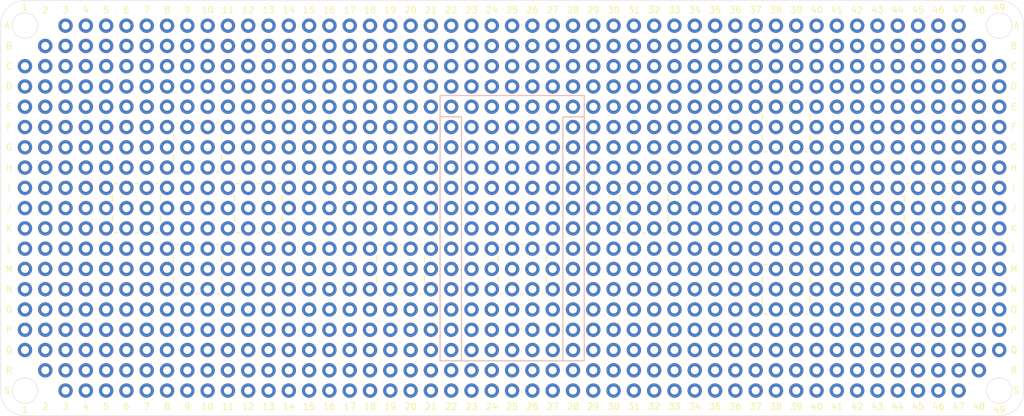
<source format=kicad_pcb>
(kicad_pcb (version 20171130) (host pcbnew "(5.1.5)-3")
  (layers (0 F.Cu signal) (31 B.Cu signal) (34 B.Paste user) (35 F.Paste user) (36 B.SilkS user) (37 F.SilkS user) (38 B.Mask user) (39 F.Mask user) (44 Edge.Cuts user))
  (net 0 "")
  (module "SNES controller protoboard:Protoboard_pad_single" (layer F.Cu) (at 45.72 27.94)
    (fp_text reference REF**)
    (fp_text value Protoboard_pad_single)
    (pad 1 thru_hole circle (at 0 0) (size 1.8 1.8) (drill 1) (layers *.Cu *.Mask))
  )
  (module "SNES controller protoboard:Protoboard_pad_single" (layer F.Cu) (at 93.98 30.48)
    (fp_text reference REF**)
    (fp_text value Protoboard_pad_single)
    (pad 1 thru_hole circle (at 0 0) (size 1.8 1.8) (drill 1) (layers *.Cu *.Mask))
  )
  (module "SNES controller protoboard:Protoboard_pad_single" (layer F.Cu) (at 93.98 10.16)
    (fp_text reference REF**)
    (fp_text value Protoboard_pad_single)
    (pad 1 thru_hole circle (at 0 0) (size 1.8 1.8) (drill 1) (layers *.Cu *.Mask))
  )
  (module "SNES controller protoboard:Protoboard_pad_single" (layer F.Cu) (at 111.76 20.32)
    (fp_text reference REF**)
    (fp_text value Protoboard_pad_single)
    (pad 1 thru_hole circle (at 0 0) (size 1.8 1.8) (drill 1) (layers *.Cu *.Mask))
  )
  (module "SNES controller protoboard:Protoboard_pad_single" (layer F.Cu) (at 76.2 20.32)
    (fp_text reference REF**)
    (fp_text value Protoboard_pad_single)
    (pad 1 thru_hole circle (at 0 0) (size 1.8 1.8) (drill 1) (layers *.Cu *.Mask))
  )
  (module "SNES controller protoboard:Protoboard_pad_single" (layer F.Cu) (at 60.96 27.94)
    (fp_text reference REF**)
    (fp_text value Protoboard_pad_single)
    (pad 1 thru_hole circle (at 0 0) (size 1.8 1.8) (drill 1) (layers *.Cu *.Mask))
  )
  (module "SNES controller protoboard:Protoboard_pad_single" (layer F.Cu) (at 43.18 27.94)
    (fp_text reference REF**)
    (fp_text value Protoboard_pad_single)
    (pad 1 thru_hole circle (at 0 0) (size 1.8 1.8) (drill 1) (layers *.Cu *.Mask))
  )
  (module "SNES controller protoboard:Protoboard_pad_single" (layer F.Cu) (at 20.32 27.94)
    (fp_text reference REF**)
    (fp_text value Protoboard_pad_single)
    (pad 1 thru_hole circle (at 0 0) (size 1.8 1.8) (drill 1) (layers *.Cu *.Mask))
  )
  (module "SNES controller protoboard:Protoboard_pad_single" (layer F.Cu) (at 20.32 12.7)
    (fp_text reference REF**)
    (fp_text value Protoboard_pad_single)
    (pad 1 thru_hole circle (at 0 0) (size 1.8 1.8) (drill 1) (layers *.Cu *.Mask))
  )
  (module "SNES controller protoboard:Protoboard_pad_single" (layer F.Cu) (at 20.32 30.48)
    (fp_text reference REF**)
    (fp_text value Protoboard_pad_single)
    (pad 1 thru_hole circle (at 0 0) (size 1.8 1.8) (drill 1) (layers *.Cu *.Mask))
  )
  (module "SNES controller protoboard:Protoboard_pad_single" (layer F.Cu) (at 22.86 30.48)
    (fp_text reference REF**)
    (fp_text value Protoboard_pad_single)
    (pad 1 thru_hole circle (at 0 0) (size 1.8 1.8) (drill 1) (layers *.Cu *.Mask))
  )
  (module "SNES controller protoboard:Protoboard_pad_single" (layer F.Cu) (at 20.32 33.02)
    (fp_text reference REF**)
    (fp_text value Protoboard_pad_single)
    (pad 1 thru_hole circle (at 0 0) (size 1.8 1.8) (drill 1) (layers *.Cu *.Mask))
  )
  (module "SNES controller protoboard:Protoboard_pad_single" (layer F.Cu) (at 22.86 33.02)
    (fp_text reference REF**)
    (fp_text value Protoboard_pad_single)
    (pad 1 thru_hole circle (at 0 0) (size 1.8 1.8) (drill 1) (layers *.Cu *.Mask))
  )
  (module "SNES controller protoboard:Protoboard_pad_single" (layer F.Cu) (at 116.84 45.72)
    (fp_text reference REF**)
    (fp_text value Protoboard_pad_single)
    (pad 1 thru_hole circle (at 0 0) (size 1.8 1.8) (drill 1) (layers *.Cu *.Mask))
  )
  (module "SNES controller protoboard:Protoboard_pad_single" (layer F.Cu) (at 114.3 45.72)
    (fp_text reference REF**)
    (fp_text value Protoboard_pad_single)
    (pad 1 thru_hole circle (at 0 0) (size 1.8 1.8) (drill 1) (layers *.Cu *.Mask))
  )
  (module "SNES controller protoboard:Protoboard_pad_single" (layer F.Cu) (at 111.76 45.72)
    (fp_text reference REF**)
    (fp_text value Protoboard_pad_single)
    (pad 1 thru_hole circle (at 0 0) (size 1.8 1.8) (drill 1) (layers *.Cu *.Mask))
  )
  (module "SNES controller protoboard:Protoboard_pad_single" (layer F.Cu) (at 109.22 45.72)
    (fp_text reference REF**)
    (fp_text value Protoboard_pad_single)
    (pad 1 thru_hole circle (at 0 0) (size 1.8 1.8) (drill 1) (layers *.Cu *.Mask))
  )
  (module "SNES controller protoboard:Protoboard_pad_single" (layer F.Cu) (at 106.68 45.72)
    (fp_text reference REF**)
    (fp_text value Protoboard_pad_single)
    (pad 1 thru_hole circle (at 0 0) (size 1.8 1.8) (drill 1) (layers *.Cu *.Mask))
  )
  (module "SNES controller protoboard:Protoboard_pad_single" (layer F.Cu) (at 104.14 45.72)
    (fp_text reference REF**)
    (fp_text value Protoboard_pad_single)
    (pad 1 thru_hole circle (at 0 0) (size 1.8 1.8) (drill 1) (layers *.Cu *.Mask))
  )
  (module "SNES controller protoboard:Protoboard_pad_single" (layer F.Cu) (at 101.6 45.72)
    (fp_text reference REF**)
    (fp_text value Protoboard_pad_single)
    (pad 1 thru_hole circle (at 0 0) (size 1.8 1.8) (drill 1) (layers *.Cu *.Mask))
  )
  (module "SNES controller protoboard:Protoboard_pad_single" (layer F.Cu) (at 99.06 45.72)
    (fp_text reference REF**)
    (fp_text value Protoboard_pad_single)
    (pad 1 thru_hole circle (at 0 0) (size 1.8 1.8) (drill 1) (layers *.Cu *.Mask))
  )
  (module "SNES controller protoboard:Protoboard_pad_single" (layer F.Cu) (at 96.52 45.72)
    (fp_text reference REF**)
    (fp_text value Protoboard_pad_single)
    (pad 1 thru_hole circle (at 0 0) (size 1.8 1.8) (drill 1) (layers *.Cu *.Mask))
  )
  (module "SNES controller protoboard:Protoboard_pad_single" (layer F.Cu) (at 93.98 45.72)
    (fp_text reference REF**)
    (fp_text value Protoboard_pad_single)
    (pad 1 thru_hole circle (at 0 0) (size 1.8 1.8) (drill 1) (layers *.Cu *.Mask))
  )
  (module "SNES controller protoboard:Protoboard_pad_single" (layer F.Cu) (at 91.44 45.72)
    (fp_text reference REF**)
    (fp_text value Protoboard_pad_single)
    (pad 1 thru_hole circle (at 0 0) (size 1.8 1.8) (drill 1) (layers *.Cu *.Mask))
  )
  (module "SNES controller protoboard:Protoboard_pad_single" (layer F.Cu) (at 88.9 45.72)
    (fp_text reference REF**)
    (fp_text value Protoboard_pad_single)
    (pad 1 thru_hole circle (at 0 0) (size 1.8 1.8) (drill 1) (layers *.Cu *.Mask))
  )
  (module "SNES controller protoboard:Protoboard_pad_single" (layer F.Cu) (at 86.36 45.72)
    (fp_text reference REF**)
    (fp_text value Protoboard_pad_single)
    (pad 1 thru_hole circle (at 0 0) (size 1.8 1.8) (drill 1) (layers *.Cu *.Mask))
  )
  (module "SNES controller protoboard:Protoboard_pad_single" (layer F.Cu) (at 83.82 45.72)
    (fp_text reference REF**)
    (fp_text value Protoboard_pad_single)
    (pad 1 thru_hole circle (at 0 0) (size 1.8 1.8) (drill 1) (layers *.Cu *.Mask))
  )
  (module "SNES controller protoboard:Protoboard_pad_single" (layer F.Cu) (at 81.28 45.72)
    (fp_text reference REF**)
    (fp_text value Protoboard_pad_single)
    (pad 1 thru_hole circle (at 0 0) (size 1.8 1.8) (drill 1) (layers *.Cu *.Mask))
  )
  (module "SNES controller protoboard:Protoboard_pad_single" (layer F.Cu) (at 78.74 45.72)
    (fp_text reference REF**)
    (fp_text value Protoboard_pad_single)
    (pad 1 thru_hole circle (at 0 0) (size 1.8 1.8) (drill 1) (layers *.Cu *.Mask))
  )
  (module "SNES controller protoboard:Protoboard_pad_single" (layer F.Cu) (at 76.2 45.72)
    (fp_text reference REF**)
    (fp_text value Protoboard_pad_single)
    (pad 1 thru_hole circle (at 0 0) (size 1.8 1.8) (drill 1) (layers *.Cu *.Mask))
  )
  (module "SNES controller protoboard:Protoboard_pad_single" (layer F.Cu) (at 73.66 45.72)
    (fp_text reference REF**)
    (fp_text value Protoboard_pad_single)
    (pad 1 thru_hole circle (at 0 0) (size 1.8 1.8) (drill 1) (layers *.Cu *.Mask))
  )
  (module "SNES controller protoboard:Protoboard_pad_single" (layer F.Cu) (at 71.12 45.72)
    (fp_text reference REF**)
    (fp_text value Protoboard_pad_single)
    (pad 1 thru_hole circle (at 0 0) (size 1.8 1.8) (drill 1) (layers *.Cu *.Mask))
  )
  (module "SNES controller protoboard:Protoboard_pad_single" (layer F.Cu) (at 68.58 45.72)
    (fp_text reference REF**)
    (fp_text value Protoboard_pad_single)
    (pad 1 thru_hole circle (at 0 0) (size 1.8 1.8) (drill 1) (layers *.Cu *.Mask))
  )
  (module "SNES controller protoboard:Protoboard_pad_single" (layer F.Cu) (at 66.04 45.72)
    (fp_text reference REF**)
    (fp_text value Protoboard_pad_single)
    (pad 1 thru_hole circle (at 0 0) (size 1.8 1.8) (drill 1) (layers *.Cu *.Mask))
  )
  (module "SNES controller protoboard:Protoboard_pad_single" (layer F.Cu) (at 63.5 45.72)
    (fp_text reference REF**)
    (fp_text value Protoboard_pad_single)
    (pad 1 thru_hole circle (at 0 0) (size 1.8 1.8) (drill 1) (layers *.Cu *.Mask))
  )
  (module "SNES controller protoboard:Protoboard_pad_single" (layer F.Cu) (at 60.96 45.72)
    (fp_text reference REF**)
    (fp_text value Protoboard_pad_single)
    (pad 1 thru_hole circle (at 0 0) (size 1.8 1.8) (drill 1) (layers *.Cu *.Mask))
  )
  (module "SNES controller protoboard:Protoboard_pad_single" (layer F.Cu) (at 58.42 45.72)
    (fp_text reference REF**)
    (fp_text value Protoboard_pad_single)
    (pad 1 thru_hole circle (at 0 0) (size 1.8 1.8) (drill 1) (layers *.Cu *.Mask))
  )
  (module "SNES controller protoboard:Protoboard_pad_single" (layer F.Cu) (at 55.88 45.72)
    (fp_text reference REF**)
    (fp_text value Protoboard_pad_single)
    (pad 1 thru_hole circle (at 0 0) (size 1.8 1.8) (drill 1) (layers *.Cu *.Mask))
  )
  (module "SNES controller protoboard:Protoboard_pad_single" (layer F.Cu) (at 53.34 45.72)
    (fp_text reference REF**)
    (fp_text value Protoboard_pad_single)
    (pad 1 thru_hole circle (at 0 0) (size 1.8 1.8) (drill 1) (layers *.Cu *.Mask))
  )
  (module "SNES controller protoboard:Protoboard_pad_single" (layer F.Cu) (at 50.8 45.72)
    (fp_text reference REF**)
    (fp_text value Protoboard_pad_single)
    (pad 1 thru_hole circle (at 0 0) (size 1.8 1.8) (drill 1) (layers *.Cu *.Mask))
  )
  (module "SNES controller protoboard:Protoboard_pad_single" (layer F.Cu) (at 48.26 45.72)
    (fp_text reference REF**)
    (fp_text value Protoboard_pad_single)
    (pad 1 thru_hole circle (at 0 0) (size 1.8 1.8) (drill 1) (layers *.Cu *.Mask))
  )
  (module "SNES controller protoboard:Protoboard_pad_single" (layer F.Cu) (at 45.72 45.72)
    (fp_text reference REF**)
    (fp_text value Protoboard_pad_single)
    (pad 1 thru_hole circle (at 0 0) (size 1.8 1.8) (drill 1) (layers *.Cu *.Mask))
  )
  (module "SNES controller protoboard:Protoboard_pad_single" (layer F.Cu) (at 43.18 45.72)
    (fp_text reference REF**)
    (fp_text value Protoboard_pad_single)
    (pad 1 thru_hole circle (at 0 0) (size 1.8 1.8) (drill 1) (layers *.Cu *.Mask))
  )
  (module "SNES controller protoboard:Protoboard_pad_single" (layer F.Cu) (at 40.64 45.72)
    (fp_text reference REF**)
    (fp_text value Protoboard_pad_single)
    (pad 1 thru_hole circle (at 0 0) (size 1.8 1.8) (drill 1) (layers *.Cu *.Mask))
  )
  (module "SNES controller protoboard:Protoboard_pad_single" (layer F.Cu) (at 38.1 45.72)
    (fp_text reference REF**)
    (fp_text value Protoboard_pad_single)
    (pad 1 thru_hole circle (at 0 0) (size 1.8 1.8) (drill 1) (layers *.Cu *.Mask))
  )
  (module "SNES controller protoboard:Protoboard_pad_single" (layer F.Cu) (at 35.56 45.72)
    (fp_text reference REF**)
    (fp_text value Protoboard_pad_single)
    (pad 1 thru_hole circle (at 0 0) (size 1.8 1.8) (drill 1) (layers *.Cu *.Mask))
  )
  (module "SNES controller protoboard:Protoboard_pad_single" (layer F.Cu) (at 33.02 45.72)
    (fp_text reference REF**)
    (fp_text value Protoboard_pad_single)
    (pad 1 thru_hole circle (at 0 0) (size 1.8 1.8) (drill 1) (layers *.Cu *.Mask))
  )
  (module "SNES controller protoboard:Protoboard_pad_single" (layer F.Cu) (at 30.48 45.72)
    (fp_text reference REF**)
    (fp_text value Protoboard_pad_single)
    (pad 1 thru_hole circle (at 0 0) (size 1.8 1.8) (drill 1) (layers *.Cu *.Mask))
  )
  (module "SNES controller protoboard:Protoboard_pad_single" (layer F.Cu) (at 27.94 45.72)
    (fp_text reference REF**)
    (fp_text value Protoboard_pad_single)
    (pad 1 thru_hole circle (at 0 0) (size 1.8 1.8) (drill 1) (layers *.Cu *.Mask))
  )
  (module "SNES controller protoboard:Protoboard_pad_single" (layer F.Cu) (at 25.4 45.72)
    (fp_text reference REF**)
    (fp_text value Protoboard_pad_single)
    (pad 1 thru_hole circle (at 0 0) (size 1.8 1.8) (drill 1) (layers *.Cu *.Mask))
  )
  (module "SNES controller protoboard:Protoboard_pad_single" (layer F.Cu) (at 22.86 45.72)
    (fp_text reference REF**)
    (fp_text value Protoboard_pad_single)
    (pad 1 thru_hole circle (at 0 0) (size 1.8 1.8) (drill 1) (layers *.Cu *.Mask))
  )
  (module "SNES controller protoboard:Protoboard_pad_single" (layer F.Cu) (at 20.32 45.72)
    (fp_text reference REF**)
    (fp_text value Protoboard_pad_single)
    (pad 1 thru_hole circle (at 0 0) (size 1.8 1.8) (drill 1) (layers *.Cu *.Mask))
  )
  (module "SNES controller protoboard:Protoboard_pad_single" (layer F.Cu) (at 17.78 45.72)
    (fp_text reference REF**)
    (fp_text value Protoboard_pad_single)
    (pad 1 thru_hole circle (at 0 0) (size 1.8 1.8) (drill 1) (layers *.Cu *.Mask))
  )
  (module "SNES controller protoboard:Protoboard_pad_single" (layer F.Cu) (at 15.24 45.72)
    (fp_text reference REF**)
    (fp_text value Protoboard_pad_single)
    (pad 1 thru_hole circle (at 0 0) (size 1.8 1.8) (drill 1) (layers *.Cu *.Mask))
  )
  (module "SNES controller protoboard:Protoboard_pad_single" (layer F.Cu) (at 12.7 45.72)
    (fp_text reference REF**)
    (fp_text value Protoboard_pad_single)
    (pad 1 thru_hole circle (at 0 0) (size 1.8 1.8) (drill 1) (layers *.Cu *.Mask))
  )
  (module "SNES controller protoboard:Protoboard_pad_single" (layer F.Cu) (at 10.16 45.72)
    (fp_text reference REF**)
    (fp_text value Protoboard_pad_single)
    (pad 1 thru_hole circle (at 0 0) (size 1.8 1.8) (drill 1) (layers *.Cu *.Mask))
  )
  (module "SNES controller protoboard:Protoboard_pad_single" (layer F.Cu) (at 7.62 45.72)
    (fp_text reference REF**)
    (fp_text value Protoboard_pad_single)
    (pad 1 thru_hole circle (at 0 0) (size 1.8 1.8) (drill 1) (layers *.Cu *.Mask))
  )
  (module "SNES controller protoboard:Protoboard_pad_single" (layer F.Cu) (at 5.08 45.72)
    (fp_text reference REF**)
    (fp_text value Protoboard_pad_single)
    (pad 1 thru_hole circle (at 0 0) (size 1.8 1.8) (drill 1) (layers *.Cu *.Mask))
  )
  (module "SNES controller protoboard:Protoboard_pad_single" (layer F.Cu) (at 119.38 43.18)
    (fp_text reference REF**)
    (fp_text value Protoboard_pad_single)
    (pad 1 thru_hole circle (at 0 0) (size 1.8 1.8) (drill 1) (layers *.Cu *.Mask))
  )
  (module "SNES controller protoboard:Protoboard_pad_single" (layer F.Cu) (at 116.84 43.18)
    (fp_text reference REF**)
    (fp_text value Protoboard_pad_single)
    (pad 1 thru_hole circle (at 0 0) (size 1.8 1.8) (drill 1) (layers *.Cu *.Mask))
  )
  (module "SNES controller protoboard:Protoboard_pad_single" (layer F.Cu) (at 114.3 43.18)
    (fp_text reference REF**)
    (fp_text value Protoboard_pad_single)
    (pad 1 thru_hole circle (at 0 0) (size 1.8 1.8) (drill 1) (layers *.Cu *.Mask))
  )
  (module "SNES controller protoboard:Protoboard_pad_single" (layer F.Cu) (at 111.76 43.18)
    (fp_text reference REF**)
    (fp_text value Protoboard_pad_single)
    (pad 1 thru_hole circle (at 0 0) (size 1.8 1.8) (drill 1) (layers *.Cu *.Mask))
  )
  (module "SNES controller protoboard:Protoboard_pad_single" (layer F.Cu) (at 109.22 43.18)
    (fp_text reference REF**)
    (fp_text value Protoboard_pad_single)
    (pad 1 thru_hole circle (at 0 0) (size 1.8 1.8) (drill 1) (layers *.Cu *.Mask))
  )
  (module "SNES controller protoboard:Protoboard_pad_single" (layer F.Cu) (at 106.68 43.18)
    (fp_text reference REF**)
    (fp_text value Protoboard_pad_single)
    (pad 1 thru_hole circle (at 0 0) (size 1.8 1.8) (drill 1) (layers *.Cu *.Mask))
  )
  (module "SNES controller protoboard:Protoboard_pad_single" (layer F.Cu) (at 104.14 43.18)
    (fp_text reference REF**)
    (fp_text value Protoboard_pad_single)
    (pad 1 thru_hole circle (at 0 0) (size 1.8 1.8) (drill 1) (layers *.Cu *.Mask))
  )
  (module "SNES controller protoboard:Protoboard_pad_single" (layer F.Cu) (at 101.6 43.18)
    (fp_text reference REF**)
    (fp_text value Protoboard_pad_single)
    (pad 1 thru_hole circle (at 0 0) (size 1.8 1.8) (drill 1) (layers *.Cu *.Mask))
  )
  (module "SNES controller protoboard:Protoboard_pad_single" (layer F.Cu) (at 99.06 43.18)
    (fp_text reference REF**)
    (fp_text value Protoboard_pad_single)
    (pad 1 thru_hole circle (at 0 0) (size 1.8 1.8) (drill 1) (layers *.Cu *.Mask))
  )
  (module "SNES controller protoboard:Protoboard_pad_single" (layer F.Cu) (at 96.52 43.18)
    (fp_text reference REF**)
    (fp_text value Protoboard_pad_single)
    (pad 1 thru_hole circle (at 0 0) (size 1.8 1.8) (drill 1) (layers *.Cu *.Mask))
  )
  (module "SNES controller protoboard:Protoboard_pad_single" (layer F.Cu) (at 93.98 43.18)
    (fp_text reference REF**)
    (fp_text value Protoboard_pad_single)
    (pad 1 thru_hole circle (at 0 0) (size 1.8 1.8) (drill 1) (layers *.Cu *.Mask))
  )
  (module "SNES controller protoboard:Protoboard_pad_single" (layer F.Cu) (at 91.44 43.18)
    (fp_text reference REF**)
    (fp_text value Protoboard_pad_single)
    (pad 1 thru_hole circle (at 0 0) (size 1.8 1.8) (drill 1) (layers *.Cu *.Mask))
  )
  (module "SNES controller protoboard:Protoboard_pad_single" (layer F.Cu) (at 88.9 43.18)
    (fp_text reference REF**)
    (fp_text value Protoboard_pad_single)
    (pad 1 thru_hole circle (at 0 0) (size 1.8 1.8) (drill 1) (layers *.Cu *.Mask))
  )
  (module "SNES controller protoboard:Protoboard_pad_single" (layer F.Cu) (at 86.36 43.18)
    (fp_text reference REF**)
    (fp_text value Protoboard_pad_single)
    (pad 1 thru_hole circle (at 0 0) (size 1.8 1.8) (drill 1) (layers *.Cu *.Mask))
  )
  (module "SNES controller protoboard:Protoboard_pad_single" (layer F.Cu) (at 83.82 43.18)
    (fp_text reference REF**)
    (fp_text value Protoboard_pad_single)
    (pad 1 thru_hole circle (at 0 0) (size 1.8 1.8) (drill 1) (layers *.Cu *.Mask))
  )
  (module "SNES controller protoboard:Protoboard_pad_single" (layer F.Cu) (at 81.28 43.18)
    (fp_text reference REF**)
    (fp_text value Protoboard_pad_single)
    (pad 1 thru_hole circle (at 0 0) (size 1.8 1.8) (drill 1) (layers *.Cu *.Mask))
  )
  (module "SNES controller protoboard:Protoboard_pad_single" (layer F.Cu) (at 78.74 43.18)
    (fp_text reference REF**)
    (fp_text value Protoboard_pad_single)
    (pad 1 thru_hole circle (at 0 0) (size 1.8 1.8) (drill 1) (layers *.Cu *.Mask))
  )
  (module "SNES controller protoboard:Protoboard_pad_single" (layer F.Cu) (at 76.2 43.18)
    (fp_text reference REF**)
    (fp_text value Protoboard_pad_single)
    (pad 1 thru_hole circle (at 0 0) (size 1.8 1.8) (drill 1) (layers *.Cu *.Mask))
  )
  (module "SNES controller protoboard:Protoboard_pad_single" (layer F.Cu) (at 73.66 43.18)
    (fp_text reference REF**)
    (fp_text value Protoboard_pad_single)
    (pad 1 thru_hole circle (at 0 0) (size 1.8 1.8) (drill 1) (layers *.Cu *.Mask))
  )
  (module "SNES controller protoboard:Protoboard_pad_single" (layer F.Cu) (at 71.12 43.18)
    (fp_text reference REF**)
    (fp_text value Protoboard_pad_single)
    (pad 1 thru_hole circle (at 0 0) (size 1.8 1.8) (drill 1) (layers *.Cu *.Mask))
  )
  (module "SNES controller protoboard:Protoboard_pad_single" (layer F.Cu) (at 68.58 43.18)
    (fp_text reference REF**)
    (fp_text value Protoboard_pad_single)
    (pad 1 thru_hole circle (at 0 0) (size 1.8 1.8) (drill 1) (layers *.Cu *.Mask))
  )
  (module "SNES controller protoboard:Protoboard_pad_single" (layer F.Cu) (at 66.04 43.18)
    (fp_text reference REF**)
    (fp_text value Protoboard_pad_single)
    (pad 1 thru_hole circle (at 0 0) (size 1.8 1.8) (drill 1) (layers *.Cu *.Mask))
  )
  (module "SNES controller protoboard:Protoboard_pad_single" (layer F.Cu) (at 63.5 43.18)
    (fp_text reference REF**)
    (fp_text value Protoboard_pad_single)
    (pad 1 thru_hole circle (at 0 0) (size 1.8 1.8) (drill 1) (layers *.Cu *.Mask))
  )
  (module "SNES controller protoboard:Protoboard_pad_single" (layer F.Cu) (at 60.96 43.18)
    (fp_text reference REF**)
    (fp_text value Protoboard_pad_single)
    (pad 1 thru_hole circle (at 0 0) (size 1.8 1.8) (drill 1) (layers *.Cu *.Mask))
  )
  (module "SNES controller protoboard:Protoboard_pad_single" (layer F.Cu) (at 58.42 43.18)
    (fp_text reference REF**)
    (fp_text value Protoboard_pad_single)
    (pad 1 thru_hole circle (at 0 0) (size 1.8 1.8) (drill 1) (layers *.Cu *.Mask))
  )
  (module "SNES controller protoboard:Protoboard_pad_single" (layer F.Cu) (at 55.88 43.18)
    (fp_text reference REF**)
    (fp_text value Protoboard_pad_single)
    (pad 1 thru_hole circle (at 0 0) (size 1.8 1.8) (drill 1) (layers *.Cu *.Mask))
  )
  (module "SNES controller protoboard:Protoboard_pad_single" (layer F.Cu) (at 53.34 43.18)
    (fp_text reference REF**)
    (fp_text value Protoboard_pad_single)
    (pad 1 thru_hole circle (at 0 0) (size 1.8 1.8) (drill 1) (layers *.Cu *.Mask))
  )
  (module "SNES controller protoboard:Protoboard_pad_single" (layer F.Cu) (at 50.8 43.18)
    (fp_text reference REF**)
    (fp_text value Protoboard_pad_single)
    (pad 1 thru_hole circle (at 0 0) (size 1.8 1.8) (drill 1) (layers *.Cu *.Mask))
  )
  (module "SNES controller protoboard:Protoboard_pad_single" (layer F.Cu) (at 48.26 43.18)
    (fp_text reference REF**)
    (fp_text value Protoboard_pad_single)
    (pad 1 thru_hole circle (at 0 0) (size 1.8 1.8) (drill 1) (layers *.Cu *.Mask))
  )
  (module "SNES controller protoboard:Protoboard_pad_single" (layer F.Cu) (at 45.72 43.18)
    (fp_text reference REF**)
    (fp_text value Protoboard_pad_single)
    (pad 1 thru_hole circle (at 0 0) (size 1.8 1.8) (drill 1) (layers *.Cu *.Mask))
  )
  (module "SNES controller protoboard:Protoboard_pad_single" (layer F.Cu) (at 43.18 43.18)
    (fp_text reference REF**)
    (fp_text value Protoboard_pad_single)
    (pad 1 thru_hole circle (at 0 0) (size 1.8 1.8) (drill 1) (layers *.Cu *.Mask))
  )
  (module "SNES controller protoboard:Protoboard_pad_single" (layer F.Cu) (at 40.64 43.18)
    (fp_text reference REF**)
    (fp_text value Protoboard_pad_single)
    (pad 1 thru_hole circle (at 0 0) (size 1.8 1.8) (drill 1) (layers *.Cu *.Mask))
  )
  (module "SNES controller protoboard:Protoboard_pad_single" (layer F.Cu) (at 38.1 43.18)
    (fp_text reference REF**)
    (fp_text value Protoboard_pad_single)
    (pad 1 thru_hole circle (at 0 0) (size 1.8 1.8) (drill 1) (layers *.Cu *.Mask))
  )
  (module "SNES controller protoboard:Protoboard_pad_single" (layer F.Cu) (at 35.56 43.18)
    (fp_text reference REF**)
    (fp_text value Protoboard_pad_single)
    (pad 1 thru_hole circle (at 0 0) (size 1.8 1.8) (drill 1) (layers *.Cu *.Mask))
  )
  (module "SNES controller protoboard:Protoboard_pad_single" (layer F.Cu) (at 33.02 43.18)
    (fp_text reference REF**)
    (fp_text value Protoboard_pad_single)
    (pad 1 thru_hole circle (at 0 0) (size 1.8 1.8) (drill 1) (layers *.Cu *.Mask))
  )
  (module "SNES controller protoboard:Protoboard_pad_single" (layer F.Cu) (at 30.48 43.18)
    (fp_text reference REF**)
    (fp_text value Protoboard_pad_single)
    (pad 1 thru_hole circle (at 0 0) (size 1.8 1.8) (drill 1) (layers *.Cu *.Mask))
  )
  (module "SNES controller protoboard:Protoboard_pad_single" (layer F.Cu) (at 27.94 43.18)
    (fp_text reference REF**)
    (fp_text value Protoboard_pad_single)
    (pad 1 thru_hole circle (at 0 0) (size 1.8 1.8) (drill 1) (layers *.Cu *.Mask))
  )
  (module "SNES controller protoboard:Protoboard_pad_single" (layer F.Cu) (at 25.4 43.18)
    (fp_text reference REF**)
    (fp_text value Protoboard_pad_single)
    (pad 1 thru_hole circle (at 0 0) (size 1.8 1.8) (drill 1) (layers *.Cu *.Mask))
  )
  (module "SNES controller protoboard:Protoboard_pad_single" (layer F.Cu) (at 22.86 43.18)
    (fp_text reference REF**)
    (fp_text value Protoboard_pad_single)
    (pad 1 thru_hole circle (at 0 0) (size 1.8 1.8) (drill 1) (layers *.Cu *.Mask))
  )
  (module "SNES controller protoboard:Protoboard_pad_single" (layer F.Cu) (at 20.32 43.18)
    (fp_text reference REF**)
    (fp_text value Protoboard_pad_single)
    (pad 1 thru_hole circle (at 0 0) (size 1.8 1.8) (drill 1) (layers *.Cu *.Mask))
  )
  (module "SNES controller protoboard:Protoboard_pad_single" (layer F.Cu) (at 17.78 43.18)
    (fp_text reference REF**)
    (fp_text value Protoboard_pad_single)
    (pad 1 thru_hole circle (at 0 0) (size 1.8 1.8) (drill 1) (layers *.Cu *.Mask))
  )
  (module "SNES controller protoboard:Protoboard_pad_single" (layer F.Cu) (at 15.24 43.18)
    (fp_text reference REF**)
    (fp_text value Protoboard_pad_single)
    (pad 1 thru_hole circle (at 0 0) (size 1.8 1.8) (drill 1) (layers *.Cu *.Mask))
  )
  (module "SNES controller protoboard:Protoboard_pad_single" (layer F.Cu) (at 12.7 43.18)
    (fp_text reference REF**)
    (fp_text value Protoboard_pad_single)
    (pad 1 thru_hole circle (at 0 0) (size 1.8 1.8) (drill 1) (layers *.Cu *.Mask))
  )
  (module "SNES controller protoboard:Protoboard_pad_single" (layer F.Cu) (at 10.16 43.18)
    (fp_text reference REF**)
    (fp_text value Protoboard_pad_single)
    (pad 1 thru_hole circle (at 0 0) (size 1.8 1.8) (drill 1) (layers *.Cu *.Mask))
  )
  (module "SNES controller protoboard:Protoboard_pad_single" (layer F.Cu) (at 7.62 43.18)
    (fp_text reference REF**)
    (fp_text value Protoboard_pad_single)
    (pad 1 thru_hole circle (at 0 0) (size 1.8 1.8) (drill 1) (layers *.Cu *.Mask))
  )
  (module "SNES controller protoboard:Protoboard_pad_single" (layer F.Cu) (at 5.08 43.18)
    (fp_text reference REF**)
    (fp_text value Protoboard_pad_single)
    (pad 1 thru_hole circle (at 0 0) (size 1.8 1.8) (drill 1) (layers *.Cu *.Mask))
  )
  (module "SNES controller protoboard:Protoboard_pad_single" (layer F.Cu) (at 2.54 43.18)
    (fp_text reference REF**)
    (fp_text value Protoboard_pad_single)
    (pad 1 thru_hole circle (at 0 0) (size 1.8 1.8) (drill 1) (layers *.Cu *.Mask))
  )
  (module "SNES controller protoboard:Protoboard_pad_single" (layer F.Cu) (at 121.92 40.64)
    (fp_text reference REF**)
    (fp_text value Protoboard_pad_single)
    (pad 1 thru_hole circle (at 0 0) (size 1.8 1.8) (drill 1) (layers *.Cu *.Mask))
  )
  (module "SNES controller protoboard:Protoboard_pad_single" (layer F.Cu) (at 119.38 40.64)
    (fp_text reference REF**)
    (fp_text value Protoboard_pad_single)
    (pad 1 thru_hole circle (at 0 0) (size 1.8 1.8) (drill 1) (layers *.Cu *.Mask))
  )
  (module "SNES controller protoboard:Protoboard_pad_single" (layer F.Cu) (at 116.84 40.64)
    (fp_text reference REF**)
    (fp_text value Protoboard_pad_single)
    (pad 1 thru_hole circle (at 0 0) (size 1.8 1.8) (drill 1) (layers *.Cu *.Mask))
  )
  (module "SNES controller protoboard:Protoboard_pad_single" (layer F.Cu) (at 114.3 40.64)
    (fp_text reference REF**)
    (fp_text value Protoboard_pad_single)
    (pad 1 thru_hole circle (at 0 0) (size 1.8 1.8) (drill 1) (layers *.Cu *.Mask))
  )
  (module "SNES controller protoboard:Protoboard_pad_single" (layer F.Cu) (at 111.76 40.64)
    (fp_text reference REF**)
    (fp_text value Protoboard_pad_single)
    (pad 1 thru_hole circle (at 0 0) (size 1.8 1.8) (drill 1) (layers *.Cu *.Mask))
  )
  (module "SNES controller protoboard:Protoboard_pad_single" (layer F.Cu) (at 109.22 40.64)
    (fp_text reference REF**)
    (fp_text value Protoboard_pad_single)
    (pad 1 thru_hole circle (at 0 0) (size 1.8 1.8) (drill 1) (layers *.Cu *.Mask))
  )
  (module "SNES controller protoboard:Protoboard_pad_single" (layer F.Cu) (at 106.68 40.64)
    (fp_text reference REF**)
    (fp_text value Protoboard_pad_single)
    (pad 1 thru_hole circle (at 0 0) (size 1.8 1.8) (drill 1) (layers *.Cu *.Mask))
  )
  (module "SNES controller protoboard:Protoboard_pad_single" (layer F.Cu) (at 104.14 40.64)
    (fp_text reference REF**)
    (fp_text value Protoboard_pad_single)
    (pad 1 thru_hole circle (at 0 0) (size 1.8 1.8) (drill 1) (layers *.Cu *.Mask))
  )
  (module "SNES controller protoboard:Protoboard_pad_single" (layer F.Cu) (at 101.6 40.64)
    (fp_text reference REF**)
    (fp_text value Protoboard_pad_single)
    (pad 1 thru_hole circle (at 0 0) (size 1.8 1.8) (drill 1) (layers *.Cu *.Mask))
  )
  (module "SNES controller protoboard:Protoboard_pad_single" (layer F.Cu) (at 99.06 40.64)
    (fp_text reference REF**)
    (fp_text value Protoboard_pad_single)
    (pad 1 thru_hole circle (at 0 0) (size 1.8 1.8) (drill 1) (layers *.Cu *.Mask))
  )
  (module "SNES controller protoboard:Protoboard_pad_single" (layer F.Cu) (at 96.52 40.64)
    (fp_text reference REF**)
    (fp_text value Protoboard_pad_single)
    (pad 1 thru_hole circle (at 0 0) (size 1.8 1.8) (drill 1) (layers *.Cu *.Mask))
  )
  (module "SNES controller protoboard:Protoboard_pad_single" (layer F.Cu) (at 93.98 40.64)
    (fp_text reference REF**)
    (fp_text value Protoboard_pad_single)
    (pad 1 thru_hole circle (at 0 0) (size 1.8 1.8) (drill 1) (layers *.Cu *.Mask))
  )
  (module "SNES controller protoboard:Protoboard_pad_single" (layer F.Cu) (at 91.44 40.64)
    (fp_text reference REF**)
    (fp_text value Protoboard_pad_single)
    (pad 1 thru_hole circle (at 0 0) (size 1.8 1.8) (drill 1) (layers *.Cu *.Mask))
  )
  (module "SNES controller protoboard:Protoboard_pad_single" (layer F.Cu) (at 88.9 40.64)
    (fp_text reference REF**)
    (fp_text value Protoboard_pad_single)
    (pad 1 thru_hole circle (at 0 0) (size 1.8 1.8) (drill 1) (layers *.Cu *.Mask))
  )
  (module "SNES controller protoboard:Protoboard_pad_single" (layer F.Cu) (at 86.36 40.64)
    (fp_text reference REF**)
    (fp_text value Protoboard_pad_single)
    (pad 1 thru_hole circle (at 0 0) (size 1.8 1.8) (drill 1) (layers *.Cu *.Mask))
  )
  (module "SNES controller protoboard:Protoboard_pad_single" (layer F.Cu) (at 83.82 40.64)
    (fp_text reference REF**)
    (fp_text value Protoboard_pad_single)
    (pad 1 thru_hole circle (at 0 0) (size 1.8 1.8) (drill 1) (layers *.Cu *.Mask))
  )
  (module "SNES controller protoboard:Protoboard_pad_single" (layer F.Cu) (at 81.28 40.64)
    (fp_text reference REF**)
    (fp_text value Protoboard_pad_single)
    (pad 1 thru_hole circle (at 0 0) (size 1.8 1.8) (drill 1) (layers *.Cu *.Mask))
  )
  (module "SNES controller protoboard:Protoboard_pad_single" (layer F.Cu) (at 78.74 40.64)
    (fp_text reference REF**)
    (fp_text value Protoboard_pad_single)
    (pad 1 thru_hole circle (at 0 0) (size 1.8 1.8) (drill 1) (layers *.Cu *.Mask))
  )
  (module "SNES controller protoboard:Protoboard_pad_single" (layer F.Cu) (at 76.2 40.64)
    (fp_text reference REF**)
    (fp_text value Protoboard_pad_single)
    (pad 1 thru_hole circle (at 0 0) (size 1.8 1.8) (drill 1) (layers *.Cu *.Mask))
  )
  (module "SNES controller protoboard:Protoboard_pad_single" (layer F.Cu) (at 73.66 40.64)
    (fp_text reference REF**)
    (fp_text value Protoboard_pad_single)
    (pad 1 thru_hole circle (at 0 0) (size 1.8 1.8) (drill 1) (layers *.Cu *.Mask))
  )
  (module "SNES controller protoboard:Protoboard_pad_single" (layer F.Cu) (at 71.12 40.64)
    (fp_text reference REF**)
    (fp_text value Protoboard_pad_single)
    (pad 1 thru_hole circle (at 0 0) (size 1.8 1.8) (drill 1) (layers *.Cu *.Mask))
  )
  (module "SNES controller protoboard:Protoboard_pad_single" (layer F.Cu) (at 68.58 40.64)
    (fp_text reference REF**)
    (fp_text value Protoboard_pad_single)
    (pad 1 thru_hole circle (at 0 0) (size 1.8 1.8) (drill 1) (layers *.Cu *.Mask))
  )
  (module "SNES controller protoboard:Protoboard_pad_single" (layer F.Cu) (at 66.04 40.64)
    (fp_text reference REF**)
    (fp_text value Protoboard_pad_single)
    (pad 1 thru_hole circle (at 0 0) (size 1.8 1.8) (drill 1) (layers *.Cu *.Mask))
  )
  (module "SNES controller protoboard:Protoboard_pad_single" (layer F.Cu) (at 63.5 40.64)
    (fp_text reference REF**)
    (fp_text value Protoboard_pad_single)
    (pad 1 thru_hole circle (at 0 0) (size 1.8 1.8) (drill 1) (layers *.Cu *.Mask))
  )
  (module "SNES controller protoboard:Protoboard_pad_single" (layer F.Cu) (at 60.96 40.64)
    (fp_text reference REF**)
    (fp_text value Protoboard_pad_single)
    (pad 1 thru_hole circle (at 0 0) (size 1.8 1.8) (drill 1) (layers *.Cu *.Mask))
  )
  (module "SNES controller protoboard:Protoboard_pad_single" (layer F.Cu) (at 58.42 40.64)
    (fp_text reference REF**)
    (fp_text value Protoboard_pad_single)
    (pad 1 thru_hole circle (at 0 0) (size 1.8 1.8) (drill 1) (layers *.Cu *.Mask))
  )
  (module "SNES controller protoboard:Protoboard_pad_single" (layer F.Cu) (at 55.88 40.64)
    (fp_text reference REF**)
    (fp_text value Protoboard_pad_single)
    (pad 1 thru_hole circle (at 0 0) (size 1.8 1.8) (drill 1) (layers *.Cu *.Mask))
  )
  (module "SNES controller protoboard:Protoboard_pad_single" (layer F.Cu) (at 53.34 40.64)
    (fp_text reference REF**)
    (fp_text value Protoboard_pad_single)
    (pad 1 thru_hole circle (at 0 0) (size 1.8 1.8) (drill 1) (layers *.Cu *.Mask))
  )
  (module "SNES controller protoboard:Protoboard_pad_single" (layer F.Cu) (at 50.8 40.64)
    (fp_text reference REF**)
    (fp_text value Protoboard_pad_single)
    (pad 1 thru_hole circle (at 0 0) (size 1.8 1.8) (drill 1) (layers *.Cu *.Mask))
  )
  (module "SNES controller protoboard:Protoboard_pad_single" (layer F.Cu) (at 48.26 40.64)
    (fp_text reference REF**)
    (fp_text value Protoboard_pad_single)
    (pad 1 thru_hole circle (at 0 0) (size 1.8 1.8) (drill 1) (layers *.Cu *.Mask))
  )
  (module "SNES controller protoboard:Protoboard_pad_single" (layer F.Cu) (at 45.72 40.64)
    (fp_text reference REF**)
    (fp_text value Protoboard_pad_single)
    (pad 1 thru_hole circle (at 0 0) (size 1.8 1.8) (drill 1) (layers *.Cu *.Mask))
  )
  (module "SNES controller protoboard:Protoboard_pad_single" (layer F.Cu) (at 43.18 40.64)
    (fp_text reference REF**)
    (fp_text value Protoboard_pad_single)
    (pad 1 thru_hole circle (at 0 0) (size 1.8 1.8) (drill 1) (layers *.Cu *.Mask))
  )
  (module "SNES controller protoboard:Protoboard_pad_single" (layer F.Cu) (at 40.64 40.64)
    (fp_text reference REF**)
    (fp_text value Protoboard_pad_single)
    (pad 1 thru_hole circle (at 0 0) (size 1.8 1.8) (drill 1) (layers *.Cu *.Mask))
  )
  (module "SNES controller protoboard:Protoboard_pad_single" (layer F.Cu) (at 38.1 40.64)
    (fp_text reference REF**)
    (fp_text value Protoboard_pad_single)
    (pad 1 thru_hole circle (at 0 0) (size 1.8 1.8) (drill 1) (layers *.Cu *.Mask))
  )
  (module "SNES controller protoboard:Protoboard_pad_single" (layer F.Cu) (at 35.56 40.64)
    (fp_text reference REF**)
    (fp_text value Protoboard_pad_single)
    (pad 1 thru_hole circle (at 0 0) (size 1.8 1.8) (drill 1) (layers *.Cu *.Mask))
  )
  (module "SNES controller protoboard:Protoboard_pad_single" (layer F.Cu) (at 33.02 40.64)
    (fp_text reference REF**)
    (fp_text value Protoboard_pad_single)
    (pad 1 thru_hole circle (at 0 0) (size 1.8 1.8) (drill 1) (layers *.Cu *.Mask))
  )
  (module "SNES controller protoboard:Protoboard_pad_single" (layer F.Cu) (at 30.48 40.64)
    (fp_text reference REF**)
    (fp_text value Protoboard_pad_single)
    (pad 1 thru_hole circle (at 0 0) (size 1.8 1.8) (drill 1) (layers *.Cu *.Mask))
  )
  (module "SNES controller protoboard:Protoboard_pad_single" (layer F.Cu) (at 27.94 40.64)
    (fp_text reference REF**)
    (fp_text value Protoboard_pad_single)
    (pad 1 thru_hole circle (at 0 0) (size 1.8 1.8) (drill 1) (layers *.Cu *.Mask))
  )
  (module "SNES controller protoboard:Protoboard_pad_single" (layer F.Cu) (at 25.4 40.64)
    (fp_text reference REF**)
    (fp_text value Protoboard_pad_single)
    (pad 1 thru_hole circle (at 0 0) (size 1.8 1.8) (drill 1) (layers *.Cu *.Mask))
  )
  (module "SNES controller protoboard:Protoboard_pad_single" (layer F.Cu) (at 22.86 40.64)
    (fp_text reference REF**)
    (fp_text value Protoboard_pad_single)
    (pad 1 thru_hole circle (at 0 0) (size 1.8 1.8) (drill 1) (layers *.Cu *.Mask))
  )
  (module "SNES controller protoboard:Protoboard_pad_single" (layer F.Cu) (at 20.32 40.64)
    (fp_text reference REF**)
    (fp_text value Protoboard_pad_single)
    (pad 1 thru_hole circle (at 0 0) (size 1.8 1.8) (drill 1) (layers *.Cu *.Mask))
  )
  (module "SNES controller protoboard:Protoboard_pad_single" (layer F.Cu) (at 17.78 40.64)
    (fp_text reference REF**)
    (fp_text value Protoboard_pad_single)
    (pad 1 thru_hole circle (at 0 0) (size 1.8 1.8) (drill 1) (layers *.Cu *.Mask))
  )
  (module "SNES controller protoboard:Protoboard_pad_single" (layer F.Cu) (at 15.24 40.64)
    (fp_text reference REF**)
    (fp_text value Protoboard_pad_single)
    (pad 1 thru_hole circle (at 0 0) (size 1.8 1.8) (drill 1) (layers *.Cu *.Mask))
  )
  (module "SNES controller protoboard:Protoboard_pad_single" (layer F.Cu) (at 12.7 40.64)
    (fp_text reference REF**)
    (fp_text value Protoboard_pad_single)
    (pad 1 thru_hole circle (at 0 0) (size 1.8 1.8) (drill 1) (layers *.Cu *.Mask))
  )
  (module "SNES controller protoboard:Protoboard_pad_single" (layer F.Cu) (at 10.16 40.64)
    (fp_text reference REF**)
    (fp_text value Protoboard_pad_single)
    (pad 1 thru_hole circle (at 0 0) (size 1.8 1.8) (drill 1) (layers *.Cu *.Mask))
  )
  (module "SNES controller protoboard:Protoboard_pad_single" (layer F.Cu) (at 7.62 40.64)
    (fp_text reference REF**)
    (fp_text value Protoboard_pad_single)
    (pad 1 thru_hole circle (at 0 0) (size 1.8 1.8) (drill 1) (layers *.Cu *.Mask))
  )
  (module "SNES controller protoboard:Protoboard_pad_single" (layer F.Cu) (at 5.08 40.64)
    (fp_text reference REF**)
    (fp_text value Protoboard_pad_single)
    (pad 1 thru_hole circle (at 0 0) (size 1.8 1.8) (drill 1) (layers *.Cu *.Mask))
  )
  (module "SNES controller protoboard:Protoboard_pad_single" (layer F.Cu) (at 2.54 40.64)
    (fp_text reference REF**)
    (fp_text value Protoboard_pad_single)
    (pad 1 thru_hole circle (at 0 0) (size 1.8 1.8) (drill 1) (layers *.Cu *.Mask))
  )
  (module "SNES controller protoboard:Protoboard_pad_single" (layer F.Cu) (at 0 40.64)
    (fp_text reference REF**)
    (fp_text value Protoboard_pad_single)
    (pad 1 thru_hole circle (at 0 0) (size 1.8 1.8) (drill 1) (layers *.Cu *.Mask))
  )
  (module "SNES controller protoboard:Protoboard_pad_single" (layer F.Cu) (at 121.92 38.1)
    (fp_text reference REF**)
    (fp_text value Protoboard_pad_single)
    (pad 1 thru_hole circle (at 0 0) (size 1.8 1.8) (drill 1) (layers *.Cu *.Mask))
  )
  (module "SNES controller protoboard:Protoboard_pad_single" (layer F.Cu) (at 119.38 38.1)
    (fp_text reference REF**)
    (fp_text value Protoboard_pad_single)
    (pad 1 thru_hole circle (at 0 0) (size 1.8 1.8) (drill 1) (layers *.Cu *.Mask))
  )
  (module "SNES controller protoboard:Protoboard_pad_single" (layer F.Cu) (at 116.84 38.1)
    (fp_text reference REF**)
    (fp_text value Protoboard_pad_single)
    (pad 1 thru_hole circle (at 0 0) (size 1.8 1.8) (drill 1) (layers *.Cu *.Mask))
  )
  (module "SNES controller protoboard:Protoboard_pad_single" (layer F.Cu) (at 114.3 38.1)
    (fp_text reference REF**)
    (fp_text value Protoboard_pad_single)
    (pad 1 thru_hole circle (at 0 0) (size 1.8 1.8) (drill 1) (layers *.Cu *.Mask))
  )
  (module "SNES controller protoboard:Protoboard_pad_single" (layer F.Cu) (at 111.76 38.1)
    (fp_text reference REF**)
    (fp_text value Protoboard_pad_single)
    (pad 1 thru_hole circle (at 0 0) (size 1.8 1.8) (drill 1) (layers *.Cu *.Mask))
  )
  (module "SNES controller protoboard:Protoboard_pad_single" (layer F.Cu) (at 109.22 38.1)
    (fp_text reference REF**)
    (fp_text value Protoboard_pad_single)
    (pad 1 thru_hole circle (at 0 0) (size 1.8 1.8) (drill 1) (layers *.Cu *.Mask))
  )
  (module "SNES controller protoboard:Protoboard_pad_single" (layer F.Cu) (at 106.68 38.1)
    (fp_text reference REF**)
    (fp_text value Protoboard_pad_single)
    (pad 1 thru_hole circle (at 0 0) (size 1.8 1.8) (drill 1) (layers *.Cu *.Mask))
  )
  (module "SNES controller protoboard:Protoboard_pad_single" (layer F.Cu) (at 104.14 38.1)
    (fp_text reference REF**)
    (fp_text value Protoboard_pad_single)
    (pad 1 thru_hole circle (at 0 0) (size 1.8 1.8) (drill 1) (layers *.Cu *.Mask))
  )
  (module "SNES controller protoboard:Protoboard_pad_single" (layer F.Cu) (at 101.6 38.1)
    (fp_text reference REF**)
    (fp_text value Protoboard_pad_single)
    (pad 1 thru_hole circle (at 0 0) (size 1.8 1.8) (drill 1) (layers *.Cu *.Mask))
  )
  (module "SNES controller protoboard:Protoboard_pad_single" (layer F.Cu) (at 99.06 38.1)
    (fp_text reference REF**)
    (fp_text value Protoboard_pad_single)
    (pad 1 thru_hole circle (at 0 0) (size 1.8 1.8) (drill 1) (layers *.Cu *.Mask))
  )
  (module "SNES controller protoboard:Protoboard_pad_single" (layer F.Cu) (at 96.52 38.1)
    (fp_text reference REF**)
    (fp_text value Protoboard_pad_single)
    (pad 1 thru_hole circle (at 0 0) (size 1.8 1.8) (drill 1) (layers *.Cu *.Mask))
  )
  (module "SNES controller protoboard:Protoboard_pad_single" (layer F.Cu) (at 93.98 38.1)
    (fp_text reference REF**)
    (fp_text value Protoboard_pad_single)
    (pad 1 thru_hole circle (at 0 0) (size 1.8 1.8) (drill 1) (layers *.Cu *.Mask))
  )
  (module "SNES controller protoboard:Protoboard_pad_single" (layer F.Cu) (at 91.44 38.1)
    (fp_text reference REF**)
    (fp_text value Protoboard_pad_single)
    (pad 1 thru_hole circle (at 0 0) (size 1.8 1.8) (drill 1) (layers *.Cu *.Mask))
  )
  (module "SNES controller protoboard:Protoboard_pad_single" (layer F.Cu) (at 88.9 38.1)
    (fp_text reference REF**)
    (fp_text value Protoboard_pad_single)
    (pad 1 thru_hole circle (at 0 0) (size 1.8 1.8) (drill 1) (layers *.Cu *.Mask))
  )
  (module "SNES controller protoboard:Protoboard_pad_single" (layer F.Cu) (at 86.36 38.1)
    (fp_text reference REF**)
    (fp_text value Protoboard_pad_single)
    (pad 1 thru_hole circle (at 0 0) (size 1.8 1.8) (drill 1) (layers *.Cu *.Mask))
  )
  (module "SNES controller protoboard:Protoboard_pad_single" (layer F.Cu) (at 83.82 38.1)
    (fp_text reference REF**)
    (fp_text value Protoboard_pad_single)
    (pad 1 thru_hole circle (at 0 0) (size 1.8 1.8) (drill 1) (layers *.Cu *.Mask))
  )
  (module "SNES controller protoboard:Protoboard_pad_single" (layer F.Cu) (at 81.28 38.1)
    (fp_text reference REF**)
    (fp_text value Protoboard_pad_single)
    (pad 1 thru_hole circle (at 0 0) (size 1.8 1.8) (drill 1) (layers *.Cu *.Mask))
  )
  (module "SNES controller protoboard:Protoboard_pad_single" (layer F.Cu) (at 78.74 38.1)
    (fp_text reference REF**)
    (fp_text value Protoboard_pad_single)
    (pad 1 thru_hole circle (at 0 0) (size 1.8 1.8) (drill 1) (layers *.Cu *.Mask))
  )
  (module "SNES controller protoboard:Protoboard_pad_single" (layer F.Cu) (at 76.2 38.1)
    (fp_text reference REF**)
    (fp_text value Protoboard_pad_single)
    (pad 1 thru_hole circle (at 0 0) (size 1.8 1.8) (drill 1) (layers *.Cu *.Mask))
  )
  (module "SNES controller protoboard:Protoboard_pad_single" (layer F.Cu) (at 73.66 38.1)
    (fp_text reference REF**)
    (fp_text value Protoboard_pad_single)
    (pad 1 thru_hole circle (at 0 0) (size 1.8 1.8) (drill 1) (layers *.Cu *.Mask))
  )
  (module "SNES controller protoboard:Protoboard_pad_single" (layer F.Cu) (at 71.12 38.1)
    (fp_text reference REF**)
    (fp_text value Protoboard_pad_single)
    (pad 1 thru_hole circle (at 0 0) (size 1.8 1.8) (drill 1) (layers *.Cu *.Mask))
  )
  (module "SNES controller protoboard:Protoboard_pad_single" (layer F.Cu) (at 68.58 38.1)
    (fp_text reference REF**)
    (fp_text value Protoboard_pad_single)
    (pad 1 thru_hole circle (at 0 0) (size 1.8 1.8) (drill 1) (layers *.Cu *.Mask))
  )
  (module "SNES controller protoboard:Protoboard_pad_single" (layer F.Cu) (at 66.04 38.1)
    (fp_text reference REF**)
    (fp_text value Protoboard_pad_single)
    (pad 1 thru_hole circle (at 0 0) (size 1.8 1.8) (drill 1) (layers *.Cu *.Mask))
  )
  (module "SNES controller protoboard:Protoboard_pad_single" (layer F.Cu) (at 63.5 38.1)
    (fp_text reference REF**)
    (fp_text value Protoboard_pad_single)
    (pad 1 thru_hole circle (at 0 0) (size 1.8 1.8) (drill 1) (layers *.Cu *.Mask))
  )
  (module "SNES controller protoboard:Protoboard_pad_single" (layer F.Cu) (at 60.96 38.1)
    (fp_text reference REF**)
    (fp_text value Protoboard_pad_single)
    (pad 1 thru_hole circle (at 0 0) (size 1.8 1.8) (drill 1) (layers *.Cu *.Mask))
  )
  (module "SNES controller protoboard:Protoboard_pad_single" (layer F.Cu) (at 58.42 38.1)
    (fp_text reference REF**)
    (fp_text value Protoboard_pad_single)
    (pad 1 thru_hole circle (at 0 0) (size 1.8 1.8) (drill 1) (layers *.Cu *.Mask))
  )
  (module "SNES controller protoboard:Protoboard_pad_single" (layer F.Cu) (at 55.88 38.1)
    (fp_text reference REF**)
    (fp_text value Protoboard_pad_single)
    (pad 1 thru_hole circle (at 0 0) (size 1.8 1.8) (drill 1) (layers *.Cu *.Mask))
  )
  (module "SNES controller protoboard:Protoboard_pad_single" (layer F.Cu) (at 53.34 38.1)
    (fp_text reference REF**)
    (fp_text value Protoboard_pad_single)
    (pad 1 thru_hole circle (at 0 0) (size 1.8 1.8) (drill 1) (layers *.Cu *.Mask))
  )
  (module "SNES controller protoboard:Protoboard_pad_single" (layer F.Cu) (at 50.8 38.1)
    (fp_text reference REF**)
    (fp_text value Protoboard_pad_single)
    (pad 1 thru_hole circle (at 0 0) (size 1.8 1.8) (drill 1) (layers *.Cu *.Mask))
  )
  (module "SNES controller protoboard:Protoboard_pad_single" (layer F.Cu) (at 48.26 38.1)
    (fp_text reference REF**)
    (fp_text value Protoboard_pad_single)
    (pad 1 thru_hole circle (at 0 0) (size 1.8 1.8) (drill 1) (layers *.Cu *.Mask))
  )
  (module "SNES controller protoboard:Protoboard_pad_single" (layer F.Cu) (at 45.72 38.1)
    (fp_text reference REF**)
    (fp_text value Protoboard_pad_single)
    (pad 1 thru_hole circle (at 0 0) (size 1.8 1.8) (drill 1) (layers *.Cu *.Mask))
  )
  (module "SNES controller protoboard:Protoboard_pad_single" (layer F.Cu) (at 43.18 38.1)
    (fp_text reference REF**)
    (fp_text value Protoboard_pad_single)
    (pad 1 thru_hole circle (at 0 0) (size 1.8 1.8) (drill 1) (layers *.Cu *.Mask))
  )
  (module "SNES controller protoboard:Protoboard_pad_single" (layer F.Cu) (at 40.64 38.1)
    (fp_text reference REF**)
    (fp_text value Protoboard_pad_single)
    (pad 1 thru_hole circle (at 0 0) (size 1.8 1.8) (drill 1) (layers *.Cu *.Mask))
  )
  (module "SNES controller protoboard:Protoboard_pad_single" (layer F.Cu) (at 38.1 38.1)
    (fp_text reference REF**)
    (fp_text value Protoboard_pad_single)
    (pad 1 thru_hole circle (at 0 0) (size 1.8 1.8) (drill 1) (layers *.Cu *.Mask))
  )
  (module "SNES controller protoboard:Protoboard_pad_single" (layer F.Cu) (at 35.56 38.1)
    (fp_text reference REF**)
    (fp_text value Protoboard_pad_single)
    (pad 1 thru_hole circle (at 0 0) (size 1.8 1.8) (drill 1) (layers *.Cu *.Mask))
  )
  (module "SNES controller protoboard:Protoboard_pad_single" (layer F.Cu) (at 33.02 38.1)
    (fp_text reference REF**)
    (fp_text value Protoboard_pad_single)
    (pad 1 thru_hole circle (at 0 0) (size 1.8 1.8) (drill 1) (layers *.Cu *.Mask))
  )
  (module "SNES controller protoboard:Protoboard_pad_single" (layer F.Cu) (at 30.48 38.1)
    (fp_text reference REF**)
    (fp_text value Protoboard_pad_single)
    (pad 1 thru_hole circle (at 0 0) (size 1.8 1.8) (drill 1) (layers *.Cu *.Mask))
  )
  (module "SNES controller protoboard:Protoboard_pad_single" (layer F.Cu) (at 27.94 38.1)
    (fp_text reference REF**)
    (fp_text value Protoboard_pad_single)
    (pad 1 thru_hole circle (at 0 0) (size 1.8 1.8) (drill 1) (layers *.Cu *.Mask))
  )
  (module "SNES controller protoboard:Protoboard_pad_single" (layer F.Cu) (at 25.4 38.1)
    (fp_text reference REF**)
    (fp_text value Protoboard_pad_single)
    (pad 1 thru_hole circle (at 0 0) (size 1.8 1.8) (drill 1) (layers *.Cu *.Mask))
  )
  (module "SNES controller protoboard:Protoboard_pad_single" (layer F.Cu) (at 22.86 38.1)
    (fp_text reference REF**)
    (fp_text value Protoboard_pad_single)
    (pad 1 thru_hole circle (at 0 0) (size 1.8 1.8) (drill 1) (layers *.Cu *.Mask))
  )
  (module "SNES controller protoboard:Protoboard_pad_single" (layer F.Cu) (at 20.32 38.1)
    (fp_text reference REF**)
    (fp_text value Protoboard_pad_single)
    (pad 1 thru_hole circle (at 0 0) (size 1.8 1.8) (drill 1) (layers *.Cu *.Mask))
  )
  (module "SNES controller protoboard:Protoboard_pad_single" (layer F.Cu) (at 17.78 38.1)
    (fp_text reference REF**)
    (fp_text value Protoboard_pad_single)
    (pad 1 thru_hole circle (at 0 0) (size 1.8 1.8) (drill 1) (layers *.Cu *.Mask))
  )
  (module "SNES controller protoboard:Protoboard_pad_single" (layer F.Cu) (at 15.24 38.1)
    (fp_text reference REF**)
    (fp_text value Protoboard_pad_single)
    (pad 1 thru_hole circle (at 0 0) (size 1.8 1.8) (drill 1) (layers *.Cu *.Mask))
  )
  (module "SNES controller protoboard:Protoboard_pad_single" (layer F.Cu) (at 12.7 38.1)
    (fp_text reference REF**)
    (fp_text value Protoboard_pad_single)
    (pad 1 thru_hole circle (at 0 0) (size 1.8 1.8) (drill 1) (layers *.Cu *.Mask))
  )
  (module "SNES controller protoboard:Protoboard_pad_single" (layer F.Cu) (at 10.16 38.1)
    (fp_text reference REF**)
    (fp_text value Protoboard_pad_single)
    (pad 1 thru_hole circle (at 0 0) (size 1.8 1.8) (drill 1) (layers *.Cu *.Mask))
  )
  (module "SNES controller protoboard:Protoboard_pad_single" (layer F.Cu) (at 7.62 38.1)
    (fp_text reference REF**)
    (fp_text value Protoboard_pad_single)
    (pad 1 thru_hole circle (at 0 0) (size 1.8 1.8) (drill 1) (layers *.Cu *.Mask))
  )
  (module "SNES controller protoboard:Protoboard_pad_single" (layer F.Cu) (at 5.08 38.1)
    (fp_text reference REF**)
    (fp_text value Protoboard_pad_single)
    (pad 1 thru_hole circle (at 0 0) (size 1.8 1.8) (drill 1) (layers *.Cu *.Mask))
  )
  (module "SNES controller protoboard:Protoboard_pad_single" (layer F.Cu) (at 2.54 38.1)
    (fp_text reference REF**)
    (fp_text value Protoboard_pad_single)
    (pad 1 thru_hole circle (at 0 0) (size 1.8 1.8) (drill 1) (layers *.Cu *.Mask))
  )
  (module "SNES controller protoboard:Protoboard_pad_single" (layer F.Cu) (at 0 38.1)
    (fp_text reference REF**)
    (fp_text value Protoboard_pad_single)
    (pad 1 thru_hole circle (at 0 0) (size 1.8 1.8) (drill 1) (layers *.Cu *.Mask))
  )
  (module "SNES controller protoboard:Protoboard_pad_single" (layer F.Cu) (at 121.92 35.56)
    (fp_text reference REF**)
    (fp_text value Protoboard_pad_single)
    (pad 1 thru_hole circle (at 0 0) (size 1.8 1.8) (drill 1) (layers *.Cu *.Mask))
  )
  (module "SNES controller protoboard:Protoboard_pad_single" (layer F.Cu) (at 119.38 35.56)
    (fp_text reference REF**)
    (fp_text value Protoboard_pad_single)
    (pad 1 thru_hole circle (at 0 0) (size 1.8 1.8) (drill 1) (layers *.Cu *.Mask))
  )
  (module "SNES controller protoboard:Protoboard_pad_single" (layer F.Cu) (at 116.84 35.56)
    (fp_text reference REF**)
    (fp_text value Protoboard_pad_single)
    (pad 1 thru_hole circle (at 0 0) (size 1.8 1.8) (drill 1) (layers *.Cu *.Mask))
  )
  (module "SNES controller protoboard:Protoboard_pad_single" (layer F.Cu) (at 114.3 35.56)
    (fp_text reference REF**)
    (fp_text value Protoboard_pad_single)
    (pad 1 thru_hole circle (at 0 0) (size 1.8 1.8) (drill 1) (layers *.Cu *.Mask))
  )
  (module "SNES controller protoboard:Protoboard_pad_single" (layer F.Cu) (at 111.76 35.56)
    (fp_text reference REF**)
    (fp_text value Protoboard_pad_single)
    (pad 1 thru_hole circle (at 0 0) (size 1.8 1.8) (drill 1) (layers *.Cu *.Mask))
  )
  (module "SNES controller protoboard:Protoboard_pad_single" (layer F.Cu) (at 109.22 35.56)
    (fp_text reference REF**)
    (fp_text value Protoboard_pad_single)
    (pad 1 thru_hole circle (at 0 0) (size 1.8 1.8) (drill 1) (layers *.Cu *.Mask))
  )
  (module "SNES controller protoboard:Protoboard_pad_single" (layer F.Cu) (at 106.68 35.56)
    (fp_text reference REF**)
    (fp_text value Protoboard_pad_single)
    (pad 1 thru_hole circle (at 0 0) (size 1.8 1.8) (drill 1) (layers *.Cu *.Mask))
  )
  (module "SNES controller protoboard:Protoboard_pad_single" (layer F.Cu) (at 104.14 35.56)
    (fp_text reference REF**)
    (fp_text value Protoboard_pad_single)
    (pad 1 thru_hole circle (at 0 0) (size 1.8 1.8) (drill 1) (layers *.Cu *.Mask))
  )
  (module "SNES controller protoboard:Protoboard_pad_single" (layer F.Cu) (at 101.6 35.56)
    (fp_text reference REF**)
    (fp_text value Protoboard_pad_single)
    (pad 1 thru_hole circle (at 0 0) (size 1.8 1.8) (drill 1) (layers *.Cu *.Mask))
  )
  (module "SNES controller protoboard:Protoboard_pad_single" (layer F.Cu) (at 99.06 35.56)
    (fp_text reference REF**)
    (fp_text value Protoboard_pad_single)
    (pad 1 thru_hole circle (at 0 0) (size 1.8 1.8) (drill 1) (layers *.Cu *.Mask))
  )
  (module "SNES controller protoboard:Protoboard_pad_single" (layer F.Cu) (at 96.52 35.56)
    (fp_text reference REF**)
    (fp_text value Protoboard_pad_single)
    (pad 1 thru_hole circle (at 0 0) (size 1.8 1.8) (drill 1) (layers *.Cu *.Mask))
  )
  (module "SNES controller protoboard:Protoboard_pad_single" (layer F.Cu) (at 93.98 35.56)
    (fp_text reference REF**)
    (fp_text value Protoboard_pad_single)
    (pad 1 thru_hole circle (at 0 0) (size 1.8 1.8) (drill 1) (layers *.Cu *.Mask))
  )
  (module "SNES controller protoboard:Protoboard_pad_single" (layer F.Cu) (at 91.44 35.56)
    (fp_text reference REF**)
    (fp_text value Protoboard_pad_single)
    (pad 1 thru_hole circle (at 0 0) (size 1.8 1.8) (drill 1) (layers *.Cu *.Mask))
  )
  (module "SNES controller protoboard:Protoboard_pad_single" (layer F.Cu) (at 88.9 35.56)
    (fp_text reference REF**)
    (fp_text value Protoboard_pad_single)
    (pad 1 thru_hole circle (at 0 0) (size 1.8 1.8) (drill 1) (layers *.Cu *.Mask))
  )
  (module "SNES controller protoboard:Protoboard_pad_single" (layer F.Cu) (at 86.36 35.56)
    (fp_text reference REF**)
    (fp_text value Protoboard_pad_single)
    (pad 1 thru_hole circle (at 0 0) (size 1.8 1.8) (drill 1) (layers *.Cu *.Mask))
  )
  (module "SNES controller protoboard:Protoboard_pad_single" (layer F.Cu) (at 83.82 35.56)
    (fp_text reference REF**)
    (fp_text value Protoboard_pad_single)
    (pad 1 thru_hole circle (at 0 0) (size 1.8 1.8) (drill 1) (layers *.Cu *.Mask))
  )
  (module "SNES controller protoboard:Protoboard_pad_single" (layer F.Cu) (at 81.28 35.56)
    (fp_text reference REF**)
    (fp_text value Protoboard_pad_single)
    (pad 1 thru_hole circle (at 0 0) (size 1.8 1.8) (drill 1) (layers *.Cu *.Mask))
  )
  (module "SNES controller protoboard:Protoboard_pad_single" (layer F.Cu) (at 78.74 35.56)
    (fp_text reference REF**)
    (fp_text value Protoboard_pad_single)
    (pad 1 thru_hole circle (at 0 0) (size 1.8 1.8) (drill 1) (layers *.Cu *.Mask))
  )
  (module "SNES controller protoboard:Protoboard_pad_single" (layer F.Cu) (at 76.2 35.56)
    (fp_text reference REF**)
    (fp_text value Protoboard_pad_single)
    (pad 1 thru_hole circle (at 0 0) (size 1.8 1.8) (drill 1) (layers *.Cu *.Mask))
  )
  (module "SNES controller protoboard:Protoboard_pad_single" (layer F.Cu) (at 73.66 35.56)
    (fp_text reference REF**)
    (fp_text value Protoboard_pad_single)
    (pad 1 thru_hole circle (at 0 0) (size 1.8 1.8) (drill 1) (layers *.Cu *.Mask))
  )
  (module "SNES controller protoboard:Protoboard_pad_single" (layer F.Cu) (at 71.12 35.56)
    (fp_text reference REF**)
    (fp_text value Protoboard_pad_single)
    (pad 1 thru_hole circle (at 0 0) (size 1.8 1.8) (drill 1) (layers *.Cu *.Mask))
  )
  (module "SNES controller protoboard:Protoboard_pad_single" (layer F.Cu) (at 68.58 35.56)
    (fp_text reference REF**)
    (fp_text value Protoboard_pad_single)
    (pad 1 thru_hole circle (at 0 0) (size 1.8 1.8) (drill 1) (layers *.Cu *.Mask))
  )
  (module "SNES controller protoboard:Protoboard_pad_single" (layer F.Cu) (at 66.04 35.56)
    (fp_text reference REF**)
    (fp_text value Protoboard_pad_single)
    (pad 1 thru_hole circle (at 0 0) (size 1.8 1.8) (drill 1) (layers *.Cu *.Mask))
  )
  (module "SNES controller protoboard:Protoboard_pad_single" (layer F.Cu) (at 63.5 35.56)
    (fp_text reference REF**)
    (fp_text value Protoboard_pad_single)
    (pad 1 thru_hole circle (at 0 0) (size 1.8 1.8) (drill 1) (layers *.Cu *.Mask))
  )
  (module "SNES controller protoboard:Protoboard_pad_single" (layer F.Cu) (at 60.96 35.56)
    (fp_text reference REF**)
    (fp_text value Protoboard_pad_single)
    (pad 1 thru_hole circle (at 0 0) (size 1.8 1.8) (drill 1) (layers *.Cu *.Mask))
  )
  (module "SNES controller protoboard:Protoboard_pad_single" (layer F.Cu) (at 58.42 35.56)
    (fp_text reference REF**)
    (fp_text value Protoboard_pad_single)
    (pad 1 thru_hole circle (at 0 0) (size 1.8 1.8) (drill 1) (layers *.Cu *.Mask))
  )
  (module "SNES controller protoboard:Protoboard_pad_single" (layer F.Cu) (at 55.88 35.56)
    (fp_text reference REF**)
    (fp_text value Protoboard_pad_single)
    (pad 1 thru_hole circle (at 0 0) (size 1.8 1.8) (drill 1) (layers *.Cu *.Mask))
  )
  (module "SNES controller protoboard:Protoboard_pad_single" (layer F.Cu) (at 53.34 35.56)
    (fp_text reference REF**)
    (fp_text value Protoboard_pad_single)
    (pad 1 thru_hole circle (at 0 0) (size 1.8 1.8) (drill 1) (layers *.Cu *.Mask))
  )
  (module "SNES controller protoboard:Protoboard_pad_single" (layer F.Cu) (at 50.8 35.56)
    (fp_text reference REF**)
    (fp_text value Protoboard_pad_single)
    (pad 1 thru_hole circle (at 0 0) (size 1.8 1.8) (drill 1) (layers *.Cu *.Mask))
  )
  (module "SNES controller protoboard:Protoboard_pad_single" (layer F.Cu) (at 48.26 35.56)
    (fp_text reference REF**)
    (fp_text value Protoboard_pad_single)
    (pad 1 thru_hole circle (at 0 0) (size 1.8 1.8) (drill 1) (layers *.Cu *.Mask))
  )
  (module "SNES controller protoboard:Protoboard_pad_single" (layer F.Cu) (at 45.72 35.56)
    (fp_text reference REF**)
    (fp_text value Protoboard_pad_single)
    (pad 1 thru_hole circle (at 0 0) (size 1.8 1.8) (drill 1) (layers *.Cu *.Mask))
  )
  (module "SNES controller protoboard:Protoboard_pad_single" (layer F.Cu) (at 43.18 35.56)
    (fp_text reference REF**)
    (fp_text value Protoboard_pad_single)
    (pad 1 thru_hole circle (at 0 0) (size 1.8 1.8) (drill 1) (layers *.Cu *.Mask))
  )
  (module "SNES controller protoboard:Protoboard_pad_single" (layer F.Cu) (at 40.64 35.56)
    (fp_text reference REF**)
    (fp_text value Protoboard_pad_single)
    (pad 1 thru_hole circle (at 0 0) (size 1.8 1.8) (drill 1) (layers *.Cu *.Mask))
  )
  (module "SNES controller protoboard:Protoboard_pad_single" (layer F.Cu) (at 38.1 35.56)
    (fp_text reference REF**)
    (fp_text value Protoboard_pad_single)
    (pad 1 thru_hole circle (at 0 0) (size 1.8 1.8) (drill 1) (layers *.Cu *.Mask))
  )
  (module "SNES controller protoboard:Protoboard_pad_single" (layer F.Cu) (at 35.56 35.56)
    (fp_text reference REF**)
    (fp_text value Protoboard_pad_single)
    (pad 1 thru_hole circle (at 0 0) (size 1.8 1.8) (drill 1) (layers *.Cu *.Mask))
  )
  (module "SNES controller protoboard:Protoboard_pad_single" (layer F.Cu) (at 33.02 35.56)
    (fp_text reference REF**)
    (fp_text value Protoboard_pad_single)
    (pad 1 thru_hole circle (at 0 0) (size 1.8 1.8) (drill 1) (layers *.Cu *.Mask))
  )
  (module "SNES controller protoboard:Protoboard_pad_single" (layer F.Cu) (at 30.48 35.56)
    (fp_text reference REF**)
    (fp_text value Protoboard_pad_single)
    (pad 1 thru_hole circle (at 0 0) (size 1.8 1.8) (drill 1) (layers *.Cu *.Mask))
  )
  (module "SNES controller protoboard:Protoboard_pad_single" (layer F.Cu) (at 27.94 35.56)
    (fp_text reference REF**)
    (fp_text value Protoboard_pad_single)
    (pad 1 thru_hole circle (at 0 0) (size 1.8 1.8) (drill 1) (layers *.Cu *.Mask))
  )
  (module "SNES controller protoboard:Protoboard_pad_single" (layer F.Cu) (at 25.4 35.56)
    (fp_text reference REF**)
    (fp_text value Protoboard_pad_single)
    (pad 1 thru_hole circle (at 0 0) (size 1.8 1.8) (drill 1) (layers *.Cu *.Mask))
  )
  (module "SNES controller protoboard:Protoboard_pad_single" (layer F.Cu) (at 22.86 35.56)
    (fp_text reference REF**)
    (fp_text value Protoboard_pad_single)
    (pad 1 thru_hole circle (at 0 0) (size 1.8 1.8) (drill 1) (layers *.Cu *.Mask))
  )
  (module "SNES controller protoboard:Protoboard_pad_single" (layer F.Cu) (at 20.32 35.56)
    (fp_text reference REF**)
    (fp_text value Protoboard_pad_single)
    (pad 1 thru_hole circle (at 0 0) (size 1.8 1.8) (drill 1) (layers *.Cu *.Mask))
  )
  (module "SNES controller protoboard:Protoboard_pad_single" (layer F.Cu) (at 17.78 35.56)
    (fp_text reference REF**)
    (fp_text value Protoboard_pad_single)
    (pad 1 thru_hole circle (at 0 0) (size 1.8 1.8) (drill 1) (layers *.Cu *.Mask))
  )
  (module "SNES controller protoboard:Protoboard_pad_single" (layer F.Cu) (at 15.24 35.56)
    (fp_text reference REF**)
    (fp_text value Protoboard_pad_single)
    (pad 1 thru_hole circle (at 0 0) (size 1.8 1.8) (drill 1) (layers *.Cu *.Mask))
  )
  (module "SNES controller protoboard:Protoboard_pad_single" (layer F.Cu) (at 12.7 35.56)
    (fp_text reference REF**)
    (fp_text value Protoboard_pad_single)
    (pad 1 thru_hole circle (at 0 0) (size 1.8 1.8) (drill 1) (layers *.Cu *.Mask))
  )
  (module "SNES controller protoboard:Protoboard_pad_single" (layer F.Cu) (at 10.16 35.56)
    (fp_text reference REF**)
    (fp_text value Protoboard_pad_single)
    (pad 1 thru_hole circle (at 0 0) (size 1.8 1.8) (drill 1) (layers *.Cu *.Mask))
  )
  (module "SNES controller protoboard:Protoboard_pad_single" (layer F.Cu) (at 7.62 35.56)
    (fp_text reference REF**)
    (fp_text value Protoboard_pad_single)
    (pad 1 thru_hole circle (at 0 0) (size 1.8 1.8) (drill 1) (layers *.Cu *.Mask))
  )
  (module "SNES controller protoboard:Protoboard_pad_single" (layer F.Cu) (at 5.08 35.56)
    (fp_text reference REF**)
    (fp_text value Protoboard_pad_single)
    (pad 1 thru_hole circle (at 0 0) (size 1.8 1.8) (drill 1) (layers *.Cu *.Mask))
  )
  (module "SNES controller protoboard:Protoboard_pad_single" (layer F.Cu) (at 2.54 35.56)
    (fp_text reference REF**)
    (fp_text value Protoboard_pad_single)
    (pad 1 thru_hole circle (at 0 0) (size 1.8 1.8) (drill 1) (layers *.Cu *.Mask))
  )
  (module "SNES controller protoboard:Protoboard_pad_single" (layer F.Cu) (at 0 35.56)
    (fp_text reference REF**)
    (fp_text value Protoboard_pad_single)
    (pad 1 thru_hole circle (at 0 0) (size 1.8 1.8) (drill 1) (layers *.Cu *.Mask))
  )
  (module "SNES controller protoboard:Protoboard_pad_single" (layer F.Cu) (at 121.92 33.02)
    (fp_text reference REF**)
    (fp_text value Protoboard_pad_single)
    (pad 1 thru_hole circle (at 0 0) (size 1.8 1.8) (drill 1) (layers *.Cu *.Mask))
  )
  (module "SNES controller protoboard:Protoboard_pad_single" (layer F.Cu) (at 119.38 33.02)
    (fp_text reference REF**)
    (fp_text value Protoboard_pad_single)
    (pad 1 thru_hole circle (at 0 0) (size 1.8 1.8) (drill 1) (layers *.Cu *.Mask))
  )
  (module "SNES controller protoboard:Protoboard_pad_single" (layer F.Cu) (at 116.84 33.02)
    (fp_text reference REF**)
    (fp_text value Protoboard_pad_single)
    (pad 1 thru_hole circle (at 0 0) (size 1.8 1.8) (drill 1) (layers *.Cu *.Mask))
  )
  (module "SNES controller protoboard:Protoboard_pad_single" (layer F.Cu) (at 114.3 33.02)
    (fp_text reference REF**)
    (fp_text value Protoboard_pad_single)
    (pad 1 thru_hole circle (at 0 0) (size 1.8 1.8) (drill 1) (layers *.Cu *.Mask))
  )
  (module "SNES controller protoboard:Protoboard_pad_single" (layer F.Cu) (at 111.76 33.02)
    (fp_text reference REF**)
    (fp_text value Protoboard_pad_single)
    (pad 1 thru_hole circle (at 0 0) (size 1.8 1.8) (drill 1) (layers *.Cu *.Mask))
  )
  (module "SNES controller protoboard:Protoboard_pad_single" (layer F.Cu) (at 109.22 33.02)
    (fp_text reference REF**)
    (fp_text value Protoboard_pad_single)
    (pad 1 thru_hole circle (at 0 0) (size 1.8 1.8) (drill 1) (layers *.Cu *.Mask))
  )
  (module "SNES controller protoboard:Protoboard_pad_single" (layer F.Cu) (at 106.68 33.02)
    (fp_text reference REF**)
    (fp_text value Protoboard_pad_single)
    (pad 1 thru_hole circle (at 0 0) (size 1.8 1.8) (drill 1) (layers *.Cu *.Mask))
  )
  (module "SNES controller protoboard:Protoboard_pad_single" (layer F.Cu) (at 104.14 33.02)
    (fp_text reference REF**)
    (fp_text value Protoboard_pad_single)
    (pad 1 thru_hole circle (at 0 0) (size 1.8 1.8) (drill 1) (layers *.Cu *.Mask))
  )
  (module "SNES controller protoboard:Protoboard_pad_single" (layer F.Cu) (at 101.6 33.02)
    (fp_text reference REF**)
    (fp_text value Protoboard_pad_single)
    (pad 1 thru_hole circle (at 0 0) (size 1.8 1.8) (drill 1) (layers *.Cu *.Mask))
  )
  (module "SNES controller protoboard:Protoboard_pad_single" (layer F.Cu) (at 99.06 33.02)
    (fp_text reference REF**)
    (fp_text value Protoboard_pad_single)
    (pad 1 thru_hole circle (at 0 0) (size 1.8 1.8) (drill 1) (layers *.Cu *.Mask))
  )
  (module "SNES controller protoboard:Protoboard_pad_single" (layer F.Cu) (at 96.52 33.02)
    (fp_text reference REF**)
    (fp_text value Protoboard_pad_single)
    (pad 1 thru_hole circle (at 0 0) (size 1.8 1.8) (drill 1) (layers *.Cu *.Mask))
  )
  (module "SNES controller protoboard:Protoboard_pad_single" (layer F.Cu) (at 93.98 33.02)
    (fp_text reference REF**)
    (fp_text value Protoboard_pad_single)
    (pad 1 thru_hole circle (at 0 0) (size 1.8 1.8) (drill 1) (layers *.Cu *.Mask))
  )
  (module "SNES controller protoboard:Protoboard_pad_single" (layer F.Cu) (at 91.44 33.02)
    (fp_text reference REF**)
    (fp_text value Protoboard_pad_single)
    (pad 1 thru_hole circle (at 0 0) (size 1.8 1.8) (drill 1) (layers *.Cu *.Mask))
  )
  (module "SNES controller protoboard:Protoboard_pad_single" (layer F.Cu) (at 88.9 33.02)
    (fp_text reference REF**)
    (fp_text value Protoboard_pad_single)
    (pad 1 thru_hole circle (at 0 0) (size 1.8 1.8) (drill 1) (layers *.Cu *.Mask))
  )
  (module "SNES controller protoboard:Protoboard_pad_single" (layer F.Cu) (at 86.36 33.02)
    (fp_text reference REF**)
    (fp_text value Protoboard_pad_single)
    (pad 1 thru_hole circle (at 0 0) (size 1.8 1.8) (drill 1) (layers *.Cu *.Mask))
  )
  (module "SNES controller protoboard:Protoboard_pad_single" (layer F.Cu) (at 83.82 33.02)
    (fp_text reference REF**)
    (fp_text value Protoboard_pad_single)
    (pad 1 thru_hole circle (at 0 0) (size 1.8 1.8) (drill 1) (layers *.Cu *.Mask))
  )
  (module "SNES controller protoboard:Protoboard_pad_single" (layer F.Cu) (at 81.28 33.02)
    (fp_text reference REF**)
    (fp_text value Protoboard_pad_single)
    (pad 1 thru_hole circle (at 0 0) (size 1.8 1.8) (drill 1) (layers *.Cu *.Mask))
  )
  (module "SNES controller protoboard:Protoboard_pad_single" (layer F.Cu) (at 78.74 33.02)
    (fp_text reference REF**)
    (fp_text value Protoboard_pad_single)
    (pad 1 thru_hole circle (at 0 0) (size 1.8 1.8) (drill 1) (layers *.Cu *.Mask))
  )
  (module "SNES controller protoboard:Protoboard_pad_single" (layer F.Cu) (at 76.2 33.02)
    (fp_text reference REF**)
    (fp_text value Protoboard_pad_single)
    (pad 1 thru_hole circle (at 0 0) (size 1.8 1.8) (drill 1) (layers *.Cu *.Mask))
  )
  (module "SNES controller protoboard:Protoboard_pad_single" (layer F.Cu) (at 73.66 33.02)
    (fp_text reference REF**)
    (fp_text value Protoboard_pad_single)
    (pad 1 thru_hole circle (at 0 0) (size 1.8 1.8) (drill 1) (layers *.Cu *.Mask))
  )
  (module "SNES controller protoboard:Protoboard_pad_single" (layer F.Cu) (at 71.12 33.02)
    (fp_text reference REF**)
    (fp_text value Protoboard_pad_single)
    (pad 1 thru_hole circle (at 0 0) (size 1.8 1.8) (drill 1) (layers *.Cu *.Mask))
  )
  (module "SNES controller protoboard:Protoboard_pad_single" (layer F.Cu) (at 68.58 33.02)
    (fp_text reference REF**)
    (fp_text value Protoboard_pad_single)
    (pad 1 thru_hole circle (at 0 0) (size 1.8 1.8) (drill 1) (layers *.Cu *.Mask))
  )
  (module "SNES controller protoboard:Protoboard_pad_single" (layer F.Cu) (at 66.04 33.02)
    (fp_text reference REF**)
    (fp_text value Protoboard_pad_single)
    (pad 1 thru_hole circle (at 0 0) (size 1.8 1.8) (drill 1) (layers *.Cu *.Mask))
  )
  (module "SNES controller protoboard:Protoboard_pad_single" (layer F.Cu) (at 63.5 33.02)
    (fp_text reference REF**)
    (fp_text value Protoboard_pad_single)
    (pad 1 thru_hole circle (at 0 0) (size 1.8 1.8) (drill 1) (layers *.Cu *.Mask))
  )
  (module "SNES controller protoboard:Protoboard_pad_single" (layer F.Cu) (at 60.96 33.02)
    (fp_text reference REF**)
    (fp_text value Protoboard_pad_single)
    (pad 1 thru_hole circle (at 0 0) (size 1.8 1.8) (drill 1) (layers *.Cu *.Mask))
  )
  (module "SNES controller protoboard:Protoboard_pad_single" (layer F.Cu) (at 58.42 33.02)
    (fp_text reference REF**)
    (fp_text value Protoboard_pad_single)
    (pad 1 thru_hole circle (at 0 0) (size 1.8 1.8) (drill 1) (layers *.Cu *.Mask))
  )
  (module "SNES controller protoboard:Protoboard_pad_single" (layer F.Cu) (at 55.88 33.02)
    (fp_text reference REF**)
    (fp_text value Protoboard_pad_single)
    (pad 1 thru_hole circle (at 0 0) (size 1.8 1.8) (drill 1) (layers *.Cu *.Mask))
  )
  (module "SNES controller protoboard:Protoboard_pad_single" (layer F.Cu) (at 53.34 33.02)
    (fp_text reference REF**)
    (fp_text value Protoboard_pad_single)
    (pad 1 thru_hole circle (at 0 0) (size 1.8 1.8) (drill 1) (layers *.Cu *.Mask))
  )
  (module "SNES controller protoboard:Protoboard_pad_single" (layer F.Cu) (at 50.8 33.02)
    (fp_text reference REF**)
    (fp_text value Protoboard_pad_single)
    (pad 1 thru_hole circle (at 0 0) (size 1.8 1.8) (drill 1) (layers *.Cu *.Mask))
  )
  (module "SNES controller protoboard:Protoboard_pad_single" (layer F.Cu) (at 48.26 33.02)
    (fp_text reference REF**)
    (fp_text value Protoboard_pad_single)
    (pad 1 thru_hole circle (at 0 0) (size 1.8 1.8) (drill 1) (layers *.Cu *.Mask))
  )
  (module "SNES controller protoboard:Protoboard_pad_single" (layer F.Cu) (at 45.72 33.02)
    (fp_text reference REF**)
    (fp_text value Protoboard_pad_single)
    (pad 1 thru_hole circle (at 0 0) (size 1.8 1.8) (drill 1) (layers *.Cu *.Mask))
  )
  (module "SNES controller protoboard:Protoboard_pad_single" (layer F.Cu) (at 43.18 33.02)
    (fp_text reference REF**)
    (fp_text value Protoboard_pad_single)
    (pad 1 thru_hole circle (at 0 0) (size 1.8 1.8) (drill 1) (layers *.Cu *.Mask))
  )
  (module "SNES controller protoboard:Protoboard_pad_single" (layer F.Cu) (at 40.64 33.02)
    (fp_text reference REF**)
    (fp_text value Protoboard_pad_single)
    (pad 1 thru_hole circle (at 0 0) (size 1.8 1.8) (drill 1) (layers *.Cu *.Mask))
  )
  (module "SNES controller protoboard:Protoboard_pad_single" (layer F.Cu) (at 38.1 33.02)
    (fp_text reference REF**)
    (fp_text value Protoboard_pad_single)
    (pad 1 thru_hole circle (at 0 0) (size 1.8 1.8) (drill 1) (layers *.Cu *.Mask))
  )
  (module "SNES controller protoboard:Protoboard_pad_single" (layer F.Cu) (at 35.56 33.02)
    (fp_text reference REF**)
    (fp_text value Protoboard_pad_single)
    (pad 1 thru_hole circle (at 0 0) (size 1.8 1.8) (drill 1) (layers *.Cu *.Mask))
  )
  (module "SNES controller protoboard:Protoboard_pad_single" (layer F.Cu) (at 33.02 33.02)
    (fp_text reference REF**)
    (fp_text value Protoboard_pad_single)
    (pad 1 thru_hole circle (at 0 0) (size 1.8 1.8) (drill 1) (layers *.Cu *.Mask))
  )
  (module "SNES controller protoboard:Protoboard_pad_single" (layer F.Cu) (at 30.48 33.02)
    (fp_text reference REF**)
    (fp_text value Protoboard_pad_single)
    (pad 1 thru_hole circle (at 0 0) (size 1.8 1.8) (drill 1) (layers *.Cu *.Mask))
  )
  (module "SNES controller protoboard:Protoboard_pad_single" (layer F.Cu) (at 27.94 33.02)
    (fp_text reference REF**)
    (fp_text value Protoboard_pad_single)
    (pad 1 thru_hole circle (at 0 0) (size 1.8 1.8) (drill 1) (layers *.Cu *.Mask))
  )
  (module "SNES controller protoboard:Protoboard_pad_single" (layer F.Cu) (at 25.4 33.02)
    (fp_text reference REF**)
    (fp_text value Protoboard_pad_single)
    (pad 1 thru_hole circle (at 0 0) (size 1.8 1.8) (drill 1) (layers *.Cu *.Mask))
  )
  (module "SNES controller protoboard:Protoboard_pad_single" (layer F.Cu) (at 17.78 33.02)
    (fp_text reference REF**)
    (fp_text value Protoboard_pad_single)
    (pad 1 thru_hole circle (at 0 0) (size 1.8 1.8) (drill 1) (layers *.Cu *.Mask))
  )
  (module "SNES controller protoboard:Protoboard_pad_single" (layer F.Cu) (at 15.24 33.02)
    (fp_text reference REF**)
    (fp_text value Protoboard_pad_single)
    (pad 1 thru_hole circle (at 0 0) (size 1.8 1.8) (drill 1) (layers *.Cu *.Mask))
  )
  (module "SNES controller protoboard:Protoboard_pad_single" (layer F.Cu) (at 12.7 33.02)
    (fp_text reference REF**)
    (fp_text value Protoboard_pad_single)
    (pad 1 thru_hole circle (at 0 0) (size 1.8 1.8) (drill 1) (layers *.Cu *.Mask))
  )
  (module "SNES controller protoboard:Protoboard_pad_single" (layer F.Cu) (at 10.16 33.02)
    (fp_text reference REF**)
    (fp_text value Protoboard_pad_single)
    (pad 1 thru_hole circle (at 0 0) (size 1.8 1.8) (drill 1) (layers *.Cu *.Mask))
  )
  (module "SNES controller protoboard:Protoboard_pad_single" (layer F.Cu) (at 7.62 33.02)
    (fp_text reference REF**)
    (fp_text value Protoboard_pad_single)
    (pad 1 thru_hole circle (at 0 0) (size 1.8 1.8) (drill 1) (layers *.Cu *.Mask))
  )
  (module "SNES controller protoboard:Protoboard_pad_single" (layer F.Cu) (at 5.08 33.02)
    (fp_text reference REF**)
    (fp_text value Protoboard_pad_single)
    (pad 1 thru_hole circle (at 0 0) (size 1.8 1.8) (drill 1) (layers *.Cu *.Mask))
  )
  (module "SNES controller protoboard:Protoboard_pad_single" (layer F.Cu) (at 2.54 33.02)
    (fp_text reference REF**)
    (fp_text value Protoboard_pad_single)
    (pad 1 thru_hole circle (at 0 0) (size 1.8 1.8) (drill 1) (layers *.Cu *.Mask))
  )
  (module "SNES controller protoboard:Protoboard_pad_single" (layer F.Cu) (at 0 33.02)
    (fp_text reference REF**)
    (fp_text value Protoboard_pad_single)
    (pad 1 thru_hole circle (at 0 0) (size 1.8 1.8) (drill 1) (layers *.Cu *.Mask))
  )
  (module "SNES controller protoboard:Protoboard_pad_single" (layer F.Cu) (at 121.92 30.48)
    (fp_text reference REF**)
    (fp_text value Protoboard_pad_single)
    (pad 1 thru_hole circle (at 0 0) (size 1.8 1.8) (drill 1) (layers *.Cu *.Mask))
  )
  (module "SNES controller protoboard:Protoboard_pad_single" (layer F.Cu) (at 119.38 30.48)
    (fp_text reference REF**)
    (fp_text value Protoboard_pad_single)
    (pad 1 thru_hole circle (at 0 0) (size 1.8 1.8) (drill 1) (layers *.Cu *.Mask))
  )
  (module "SNES controller protoboard:Protoboard_pad_single" (layer F.Cu) (at 116.84 30.48)
    (fp_text reference REF**)
    (fp_text value Protoboard_pad_single)
    (pad 1 thru_hole circle (at 0 0) (size 1.8 1.8) (drill 1) (layers *.Cu *.Mask))
  )
  (module "SNES controller protoboard:Protoboard_pad_single" (layer F.Cu) (at 114.3 30.48)
    (fp_text reference REF**)
    (fp_text value Protoboard_pad_single)
    (pad 1 thru_hole circle (at 0 0) (size 1.8 1.8) (drill 1) (layers *.Cu *.Mask))
  )
  (module "SNES controller protoboard:Protoboard_pad_single" (layer F.Cu) (at 111.76 30.48)
    (fp_text reference REF**)
    (fp_text value Protoboard_pad_single)
    (pad 1 thru_hole circle (at 0 0) (size 1.8 1.8) (drill 1) (layers *.Cu *.Mask))
  )
  (module "SNES controller protoboard:Protoboard_pad_single" (layer F.Cu) (at 109.22 30.48)
    (fp_text reference REF**)
    (fp_text value Protoboard_pad_single)
    (pad 1 thru_hole circle (at 0 0) (size 1.8 1.8) (drill 1) (layers *.Cu *.Mask))
  )
  (module "SNES controller protoboard:Protoboard_pad_single" (layer F.Cu) (at 106.68 30.48)
    (fp_text reference REF**)
    (fp_text value Protoboard_pad_single)
    (pad 1 thru_hole circle (at 0 0) (size 1.8 1.8) (drill 1) (layers *.Cu *.Mask))
  )
  (module "SNES controller protoboard:Protoboard_pad_single" (layer F.Cu) (at 104.14 30.48)
    (fp_text reference REF**)
    (fp_text value Protoboard_pad_single)
    (pad 1 thru_hole circle (at 0 0) (size 1.8 1.8) (drill 1) (layers *.Cu *.Mask))
  )
  (module "SNES controller protoboard:Protoboard_pad_single" (layer F.Cu) (at 101.6 30.48)
    (fp_text reference REF**)
    (fp_text value Protoboard_pad_single)
    (pad 1 thru_hole circle (at 0 0) (size 1.8 1.8) (drill 1) (layers *.Cu *.Mask))
  )
  (module "SNES controller protoboard:Protoboard_pad_single" (layer F.Cu) (at 99.06 30.48)
    (fp_text reference REF**)
    (fp_text value Protoboard_pad_single)
    (pad 1 thru_hole circle (at 0 0) (size 1.8 1.8) (drill 1) (layers *.Cu *.Mask))
  )
  (module "SNES controller protoboard:Protoboard_pad_single" (layer F.Cu) (at 96.52 30.48)
    (fp_text reference REF**)
    (fp_text value Protoboard_pad_single)
    (pad 1 thru_hole circle (at 0 0) (size 1.8 1.8) (drill 1) (layers *.Cu *.Mask))
  )
  (module "SNES controller protoboard:Protoboard_pad_single" (layer F.Cu) (at 91.44 30.48)
    (fp_text reference REF**)
    (fp_text value Protoboard_pad_single)
    (pad 1 thru_hole circle (at 0 0) (size 1.8 1.8) (drill 1) (layers *.Cu *.Mask))
  )
  (module "SNES controller protoboard:Protoboard_pad_single" (layer F.Cu) (at 88.9 30.48)
    (fp_text reference REF**)
    (fp_text value Protoboard_pad_single)
    (pad 1 thru_hole circle (at 0 0) (size 1.8 1.8) (drill 1) (layers *.Cu *.Mask))
  )
  (module "SNES controller protoboard:Protoboard_pad_single" (layer F.Cu) (at 86.36 30.48)
    (fp_text reference REF**)
    (fp_text value Protoboard_pad_single)
    (pad 1 thru_hole circle (at 0 0) (size 1.8 1.8) (drill 1) (layers *.Cu *.Mask))
  )
  (module "SNES controller protoboard:Protoboard_pad_single" (layer F.Cu) (at 83.82 30.48)
    (fp_text reference REF**)
    (fp_text value Protoboard_pad_single)
    (pad 1 thru_hole circle (at 0 0) (size 1.8 1.8) (drill 1) (layers *.Cu *.Mask))
  )
  (module "SNES controller protoboard:Protoboard_pad_single" (layer F.Cu) (at 81.28 30.48)
    (fp_text reference REF**)
    (fp_text value Protoboard_pad_single)
    (pad 1 thru_hole circle (at 0 0) (size 1.8 1.8) (drill 1) (layers *.Cu *.Mask))
  )
  (module "SNES controller protoboard:Protoboard_pad_single" (layer F.Cu) (at 78.74 30.48)
    (fp_text reference REF**)
    (fp_text value Protoboard_pad_single)
    (pad 1 thru_hole circle (at 0 0) (size 1.8 1.8) (drill 1) (layers *.Cu *.Mask))
  )
  (module "SNES controller protoboard:Protoboard_pad_single" (layer F.Cu) (at 76.2 30.48)
    (fp_text reference REF**)
    (fp_text value Protoboard_pad_single)
    (pad 1 thru_hole circle (at 0 0) (size 1.8 1.8) (drill 1) (layers *.Cu *.Mask))
  )
  (module "SNES controller protoboard:Protoboard_pad_single" (layer F.Cu) (at 73.66 30.48)
    (fp_text reference REF**)
    (fp_text value Protoboard_pad_single)
    (pad 1 thru_hole circle (at 0 0) (size 1.8 1.8) (drill 1) (layers *.Cu *.Mask))
  )
  (module "SNES controller protoboard:Protoboard_pad_single" (layer F.Cu) (at 71.12 30.48)
    (fp_text reference REF**)
    (fp_text value Protoboard_pad_single)
    (pad 1 thru_hole circle (at 0 0) (size 1.8 1.8) (drill 1) (layers *.Cu *.Mask))
  )
  (module "SNES controller protoboard:Protoboard_pad_single" (layer F.Cu) (at 68.58 30.48)
    (fp_text reference REF**)
    (fp_text value Protoboard_pad_single)
    (pad 1 thru_hole circle (at 0 0) (size 1.8 1.8) (drill 1) (layers *.Cu *.Mask))
  )
  (module "SNES controller protoboard:Protoboard_pad_single" (layer F.Cu) (at 66.04 30.48)
    (fp_text reference REF**)
    (fp_text value Protoboard_pad_single)
    (pad 1 thru_hole circle (at 0 0) (size 1.8 1.8) (drill 1) (layers *.Cu *.Mask))
  )
  (module "SNES controller protoboard:Protoboard_pad_single" (layer F.Cu) (at 63.5 30.48)
    (fp_text reference REF**)
    (fp_text value Protoboard_pad_single)
    (pad 1 thru_hole circle (at 0 0) (size 1.8 1.8) (drill 1) (layers *.Cu *.Mask))
  )
  (module "SNES controller protoboard:Protoboard_pad_single" (layer F.Cu) (at 60.96 30.48)
    (fp_text reference REF**)
    (fp_text value Protoboard_pad_single)
    (pad 1 thru_hole circle (at 0 0) (size 1.8 1.8) (drill 1) (layers *.Cu *.Mask))
  )
  (module "SNES controller protoboard:Protoboard_pad_single" (layer F.Cu) (at 58.42 30.48)
    (fp_text reference REF**)
    (fp_text value Protoboard_pad_single)
    (pad 1 thru_hole circle (at 0 0) (size 1.8 1.8) (drill 1) (layers *.Cu *.Mask))
  )
  (module "SNES controller protoboard:Protoboard_pad_single" (layer F.Cu) (at 55.88 30.48)
    (fp_text reference REF**)
    (fp_text value Protoboard_pad_single)
    (pad 1 thru_hole circle (at 0 0) (size 1.8 1.8) (drill 1) (layers *.Cu *.Mask))
  )
  (module "SNES controller protoboard:Protoboard_pad_single" (layer F.Cu) (at 53.34 30.48)
    (fp_text reference REF**)
    (fp_text value Protoboard_pad_single)
    (pad 1 thru_hole circle (at 0 0) (size 1.8 1.8) (drill 1) (layers *.Cu *.Mask))
  )
  (module "SNES controller protoboard:Protoboard_pad_single" (layer F.Cu) (at 50.8 30.48)
    (fp_text reference REF**)
    (fp_text value Protoboard_pad_single)
    (pad 1 thru_hole circle (at 0 0) (size 1.8 1.8) (drill 1) (layers *.Cu *.Mask))
  )
  (module "SNES controller protoboard:Protoboard_pad_single" (layer F.Cu) (at 48.26 30.48)
    (fp_text reference REF**)
    (fp_text value Protoboard_pad_single)
    (pad 1 thru_hole circle (at 0 0) (size 1.8 1.8) (drill 1) (layers *.Cu *.Mask))
  )
  (module "SNES controller protoboard:Protoboard_pad_single" (layer F.Cu) (at 45.72 30.48)
    (fp_text reference REF**)
    (fp_text value Protoboard_pad_single)
    (pad 1 thru_hole circle (at 0 0) (size 1.8 1.8) (drill 1) (layers *.Cu *.Mask))
  )
  (module "SNES controller protoboard:Protoboard_pad_single" (layer F.Cu) (at 43.18 30.48)
    (fp_text reference REF**)
    (fp_text value Protoboard_pad_single)
    (pad 1 thru_hole circle (at 0 0) (size 1.8 1.8) (drill 1) (layers *.Cu *.Mask))
  )
  (module "SNES controller protoboard:Protoboard_pad_single" (layer F.Cu) (at 40.64 30.48)
    (fp_text reference REF**)
    (fp_text value Protoboard_pad_single)
    (pad 1 thru_hole circle (at 0 0) (size 1.8 1.8) (drill 1) (layers *.Cu *.Mask))
  )
  (module "SNES controller protoboard:Protoboard_pad_single" (layer F.Cu) (at 38.1 30.48)
    (fp_text reference REF**)
    (fp_text value Protoboard_pad_single)
    (pad 1 thru_hole circle (at 0 0) (size 1.8 1.8) (drill 1) (layers *.Cu *.Mask))
  )
  (module "SNES controller protoboard:Protoboard_pad_single" (layer F.Cu) (at 35.56 30.48)
    (fp_text reference REF**)
    (fp_text value Protoboard_pad_single)
    (pad 1 thru_hole circle (at 0 0) (size 1.8 1.8) (drill 1) (layers *.Cu *.Mask))
  )
  (module "SNES controller protoboard:Protoboard_pad_single" (layer F.Cu) (at 33.02 30.48)
    (fp_text reference REF**)
    (fp_text value Protoboard_pad_single)
    (pad 1 thru_hole circle (at 0 0) (size 1.8 1.8) (drill 1) (layers *.Cu *.Mask))
  )
  (module "SNES controller protoboard:Protoboard_pad_single" (layer F.Cu) (at 30.48 30.48)
    (fp_text reference REF**)
    (fp_text value Protoboard_pad_single)
    (pad 1 thru_hole circle (at 0 0) (size 1.8 1.8) (drill 1) (layers *.Cu *.Mask))
  )
  (module "SNES controller protoboard:Protoboard_pad_single" (layer F.Cu) (at 27.94 30.48)
    (fp_text reference REF**)
    (fp_text value Protoboard_pad_single)
    (pad 1 thru_hole circle (at 0 0) (size 1.8 1.8) (drill 1) (layers *.Cu *.Mask))
  )
  (module "SNES controller protoboard:Protoboard_pad_single" (layer F.Cu) (at 25.4 30.48)
    (fp_text reference REF**)
    (fp_text value Protoboard_pad_single)
    (pad 1 thru_hole circle (at 0 0) (size 1.8 1.8) (drill 1) (layers *.Cu *.Mask))
  )
  (module "SNES controller protoboard:Protoboard_pad_single" (layer F.Cu) (at 17.78 30.48)
    (fp_text reference REF**)
    (fp_text value Protoboard_pad_single)
    (pad 1 thru_hole circle (at 0 0) (size 1.8 1.8) (drill 1) (layers *.Cu *.Mask))
  )
  (module "SNES controller protoboard:Protoboard_pad_single" (layer F.Cu) (at 15.24 30.48)
    (fp_text reference REF**)
    (fp_text value Protoboard_pad_single)
    (pad 1 thru_hole circle (at 0 0) (size 1.8 1.8) (drill 1) (layers *.Cu *.Mask))
  )
  (module "SNES controller protoboard:Protoboard_pad_single" (layer F.Cu) (at 12.7 30.48)
    (fp_text reference REF**)
    (fp_text value Protoboard_pad_single)
    (pad 1 thru_hole circle (at 0 0) (size 1.8 1.8) (drill 1) (layers *.Cu *.Mask))
  )
  (module "SNES controller protoboard:Protoboard_pad_single" (layer F.Cu) (at 10.16 30.48)
    (fp_text reference REF**)
    (fp_text value Protoboard_pad_single)
    (pad 1 thru_hole circle (at 0 0) (size 1.8 1.8) (drill 1) (layers *.Cu *.Mask))
  )
  (module "SNES controller protoboard:Protoboard_pad_single" (layer F.Cu) (at 7.62 30.48)
    (fp_text reference REF**)
    (fp_text value Protoboard_pad_single)
    (pad 1 thru_hole circle (at 0 0) (size 1.8 1.8) (drill 1) (layers *.Cu *.Mask))
  )
  (module "SNES controller protoboard:Protoboard_pad_single" (layer F.Cu) (at 5.08 30.48)
    (fp_text reference REF**)
    (fp_text value Protoboard_pad_single)
    (pad 1 thru_hole circle (at 0 0) (size 1.8 1.8) (drill 1) (layers *.Cu *.Mask))
  )
  (module "SNES controller protoboard:Protoboard_pad_single" (layer F.Cu) (at 2.54 30.48)
    (fp_text reference REF**)
    (fp_text value Protoboard_pad_single)
    (pad 1 thru_hole circle (at 0 0) (size 1.8 1.8) (drill 1) (layers *.Cu *.Mask))
  )
  (module "SNES controller protoboard:Protoboard_pad_single" (layer F.Cu) (at 0 30.48)
    (fp_text reference REF**)
    (fp_text value Protoboard_pad_single)
    (pad 1 thru_hole circle (at 0 0) (size 1.8 1.8) (drill 1) (layers *.Cu *.Mask))
  )
  (module "SNES controller protoboard:Protoboard_pad_single" (layer F.Cu) (at 121.92 27.94)
    (fp_text reference REF**)
    (fp_text value Protoboard_pad_single)
    (pad 1 thru_hole circle (at 0 0) (size 1.8 1.8) (drill 1) (layers *.Cu *.Mask))
  )
  (module "SNES controller protoboard:Protoboard_pad_single" (layer F.Cu) (at 119.38 27.94)
    (fp_text reference REF**)
    (fp_text value Protoboard_pad_single)
    (pad 1 thru_hole circle (at 0 0) (size 1.8 1.8) (drill 1) (layers *.Cu *.Mask))
  )
  (module "SNES controller protoboard:Protoboard_pad_single" (layer F.Cu) (at 116.84 27.94)
    (fp_text reference REF**)
    (fp_text value Protoboard_pad_single)
    (pad 1 thru_hole circle (at 0 0) (size 1.8 1.8) (drill 1) (layers *.Cu *.Mask))
  )
  (module "SNES controller protoboard:Protoboard_pad_single" (layer F.Cu) (at 114.3 27.94)
    (fp_text reference REF**)
    (fp_text value Protoboard_pad_single)
    (pad 1 thru_hole circle (at 0 0) (size 1.8 1.8) (drill 1) (layers *.Cu *.Mask))
  )
  (module "SNES controller protoboard:Protoboard_pad_single" (layer F.Cu) (at 111.76 27.94)
    (fp_text reference REF**)
    (fp_text value Protoboard_pad_single)
    (pad 1 thru_hole circle (at 0 0) (size 1.8 1.8) (drill 1) (layers *.Cu *.Mask))
  )
  (module "SNES controller protoboard:Protoboard_pad_single" (layer F.Cu) (at 109.22 27.94)
    (fp_text reference REF**)
    (fp_text value Protoboard_pad_single)
    (pad 1 thru_hole circle (at 0 0) (size 1.8 1.8) (drill 1) (layers *.Cu *.Mask))
  )
  (module "SNES controller protoboard:Protoboard_pad_single" (layer F.Cu) (at 106.68 27.94)
    (fp_text reference REF**)
    (fp_text value Protoboard_pad_single)
    (pad 1 thru_hole circle (at 0 0) (size 1.8 1.8) (drill 1) (layers *.Cu *.Mask))
  )
  (module "SNES controller protoboard:Protoboard_pad_single" (layer F.Cu) (at 104.14 27.94)
    (fp_text reference REF**)
    (fp_text value Protoboard_pad_single)
    (pad 1 thru_hole circle (at 0 0) (size 1.8 1.8) (drill 1) (layers *.Cu *.Mask))
  )
  (module "SNES controller protoboard:Protoboard_pad_single" (layer F.Cu) (at 101.6 27.94)
    (fp_text reference REF**)
    (fp_text value Protoboard_pad_single)
    (pad 1 thru_hole circle (at 0 0) (size 1.8 1.8) (drill 1) (layers *.Cu *.Mask))
  )
  (module "SNES controller protoboard:Protoboard_pad_single" (layer F.Cu) (at 99.06 27.94)
    (fp_text reference REF**)
    (fp_text value Protoboard_pad_single)
    (pad 1 thru_hole circle (at 0 0) (size 1.8 1.8) (drill 1) (layers *.Cu *.Mask))
  )
  (module "SNES controller protoboard:Protoboard_pad_single" (layer F.Cu) (at 96.52 27.94)
    (fp_text reference REF**)
    (fp_text value Protoboard_pad_single)
    (pad 1 thru_hole circle (at 0 0) (size 1.8 1.8) (drill 1) (layers *.Cu *.Mask))
  )
  (module "SNES controller protoboard:Protoboard_pad_single" (layer F.Cu) (at 93.98 27.94)
    (fp_text reference REF**)
    (fp_text value Protoboard_pad_single)
    (pad 1 thru_hole circle (at 0 0) (size 1.8 1.8) (drill 1) (layers *.Cu *.Mask))
  )
  (module "SNES controller protoboard:Protoboard_pad_single" (layer F.Cu) (at 91.44 27.94)
    (fp_text reference REF**)
    (fp_text value Protoboard_pad_single)
    (pad 1 thru_hole circle (at 0 0) (size 1.8 1.8) (drill 1) (layers *.Cu *.Mask))
  )
  (module "SNES controller protoboard:Protoboard_pad_single" (layer F.Cu) (at 88.9 27.94)
    (fp_text reference REF**)
    (fp_text value Protoboard_pad_single)
    (pad 1 thru_hole circle (at 0 0) (size 1.8 1.8) (drill 1) (layers *.Cu *.Mask))
  )
  (module "SNES controller protoboard:Protoboard_pad_single" (layer F.Cu) (at 86.36 27.94)
    (fp_text reference REF**)
    (fp_text value Protoboard_pad_single)
    (pad 1 thru_hole circle (at 0 0) (size 1.8 1.8) (drill 1) (layers *.Cu *.Mask))
  )
  (module "SNES controller protoboard:Protoboard_pad_single" (layer F.Cu) (at 83.82 27.94)
    (fp_text reference REF**)
    (fp_text value Protoboard_pad_single)
    (pad 1 thru_hole circle (at 0 0) (size 1.8 1.8) (drill 1) (layers *.Cu *.Mask))
  )
  (module "SNES controller protoboard:Protoboard_pad_single" (layer F.Cu) (at 81.28 27.94)
    (fp_text reference REF**)
    (fp_text value Protoboard_pad_single)
    (pad 1 thru_hole circle (at 0 0) (size 1.8 1.8) (drill 1) (layers *.Cu *.Mask))
  )
  (module "SNES controller protoboard:Protoboard_pad_single" (layer F.Cu) (at 78.74 27.94)
    (fp_text reference REF**)
    (fp_text value Protoboard_pad_single)
    (pad 1 thru_hole circle (at 0 0) (size 1.8 1.8) (drill 1) (layers *.Cu *.Mask))
  )
  (module "SNES controller protoboard:Protoboard_pad_single" (layer F.Cu) (at 76.2 27.94)
    (fp_text reference REF**)
    (fp_text value Protoboard_pad_single)
    (pad 1 thru_hole circle (at 0 0) (size 1.8 1.8) (drill 1) (layers *.Cu *.Mask))
  )
  (module "SNES controller protoboard:Protoboard_pad_single" (layer F.Cu) (at 73.66 27.94)
    (fp_text reference REF**)
    (fp_text value Protoboard_pad_single)
    (pad 1 thru_hole circle (at 0 0) (size 1.8 1.8) (drill 1) (layers *.Cu *.Mask))
  )
  (module "SNES controller protoboard:Protoboard_pad_single" (layer F.Cu) (at 71.12 27.94)
    (fp_text reference REF**)
    (fp_text value Protoboard_pad_single)
    (pad 1 thru_hole circle (at 0 0) (size 1.8 1.8) (drill 1) (layers *.Cu *.Mask))
  )
  (module "SNES controller protoboard:Protoboard_pad_single" (layer F.Cu) (at 68.58 27.94)
    (fp_text reference REF**)
    (fp_text value Protoboard_pad_single)
    (pad 1 thru_hole circle (at 0 0) (size 1.8 1.8) (drill 1) (layers *.Cu *.Mask))
  )
  (module "SNES controller protoboard:Protoboard_pad_single" (layer F.Cu) (at 66.04 27.94)
    (fp_text reference REF**)
    (fp_text value Protoboard_pad_single)
    (pad 1 thru_hole circle (at 0 0) (size 1.8 1.8) (drill 1) (layers *.Cu *.Mask))
  )
  (module "SNES controller protoboard:Protoboard_pad_single" (layer F.Cu) (at 63.5 27.94)
    (fp_text reference REF**)
    (fp_text value Protoboard_pad_single)
    (pad 1 thru_hole circle (at 0 0) (size 1.8 1.8) (drill 1) (layers *.Cu *.Mask))
  )
  (module "SNES controller protoboard:Protoboard_pad_single" (layer F.Cu) (at 58.42 27.94)
    (fp_text reference REF**)
    (fp_text value Protoboard_pad_single)
    (pad 1 thru_hole circle (at 0 0) (size 1.8 1.8) (drill 1) (layers *.Cu *.Mask))
  )
  (module "SNES controller protoboard:Protoboard_pad_single" (layer F.Cu) (at 55.88 27.94)
    (fp_text reference REF**)
    (fp_text value Protoboard_pad_single)
    (pad 1 thru_hole circle (at 0 0) (size 1.8 1.8) (drill 1) (layers *.Cu *.Mask))
  )
  (module "SNES controller protoboard:Protoboard_pad_single" (layer F.Cu) (at 53.34 27.94)
    (fp_text reference REF**)
    (fp_text value Protoboard_pad_single)
    (pad 1 thru_hole circle (at 0 0) (size 1.8 1.8) (drill 1) (layers *.Cu *.Mask))
  )
  (module "SNES controller protoboard:Protoboard_pad_single" (layer F.Cu) (at 50.8 27.94)
    (fp_text reference REF**)
    (fp_text value Protoboard_pad_single)
    (pad 1 thru_hole circle (at 0 0) (size 1.8 1.8) (drill 1) (layers *.Cu *.Mask))
  )
  (module "SNES controller protoboard:Protoboard_pad_single" (layer F.Cu) (at 48.26 27.94)
    (fp_text reference REF**)
    (fp_text value Protoboard_pad_single)
    (pad 1 thru_hole circle (at 0 0) (size 1.8 1.8) (drill 1) (layers *.Cu *.Mask))
  )
  (module "SNES controller protoboard:Protoboard_pad_single" (layer F.Cu) (at 40.64 27.94)
    (fp_text reference REF**)
    (fp_text value Protoboard_pad_single)
    (pad 1 thru_hole circle (at 0 0) (size 1.8 1.8) (drill 1) (layers *.Cu *.Mask))
  )
  (module "SNES controller protoboard:Protoboard_pad_single" (layer F.Cu) (at 38.1 27.94)
    (fp_text reference REF**)
    (fp_text value Protoboard_pad_single)
    (pad 1 thru_hole circle (at 0 0) (size 1.8 1.8) (drill 1) (layers *.Cu *.Mask))
  )
  (module "SNES controller protoboard:Protoboard_pad_single" (layer F.Cu) (at 35.56 27.94)
    (fp_text reference REF**)
    (fp_text value Protoboard_pad_single)
    (pad 1 thru_hole circle (at 0 0) (size 1.8 1.8) (drill 1) (layers *.Cu *.Mask))
  )
  (module "SNES controller protoboard:Protoboard_pad_single" (layer F.Cu) (at 33.02 27.94)
    (fp_text reference REF**)
    (fp_text value Protoboard_pad_single)
    (pad 1 thru_hole circle (at 0 0) (size 1.8 1.8) (drill 1) (layers *.Cu *.Mask))
  )
  (module "SNES controller protoboard:Protoboard_pad_single" (layer F.Cu) (at 30.48 27.94)
    (fp_text reference REF**)
    (fp_text value Protoboard_pad_single)
    (pad 1 thru_hole circle (at 0 0) (size 1.8 1.8) (drill 1) (layers *.Cu *.Mask))
  )
  (module "SNES controller protoboard:Protoboard_pad_single" (layer F.Cu) (at 27.94 27.94)
    (fp_text reference REF**)
    (fp_text value Protoboard_pad_single)
    (pad 1 thru_hole circle (at 0 0) (size 1.8 1.8) (drill 1) (layers *.Cu *.Mask))
  )
  (module "SNES controller protoboard:Protoboard_pad_single" (layer F.Cu) (at 25.4 27.94)
    (fp_text reference REF**)
    (fp_text value Protoboard_pad_single)
    (pad 1 thru_hole circle (at 0 0) (size 1.8 1.8) (drill 1) (layers *.Cu *.Mask))
  )
  (module "SNES controller protoboard:Protoboard_pad_single" (layer F.Cu) (at 22.86 27.94)
    (fp_text reference REF**)
    (fp_text value Protoboard_pad_single)
    (pad 1 thru_hole circle (at 0 0) (size 1.8 1.8) (drill 1) (layers *.Cu *.Mask))
  )
  (module "SNES controller protoboard:Protoboard_pad_single" (layer F.Cu) (at 17.78 27.94)
    (fp_text reference REF**)
    (fp_text value Protoboard_pad_single)
    (pad 1 thru_hole circle (at 0 0) (size 1.8 1.8) (drill 1) (layers *.Cu *.Mask))
  )
  (module "SNES controller protoboard:Protoboard_pad_single" (layer F.Cu) (at 15.24 27.94)
    (fp_text reference REF**)
    (fp_text value Protoboard_pad_single)
    (pad 1 thru_hole circle (at 0 0) (size 1.8 1.8) (drill 1) (layers *.Cu *.Mask))
  )
  (module "SNES controller protoboard:Protoboard_pad_single" (layer F.Cu) (at 12.7 27.94)
    (fp_text reference REF**)
    (fp_text value Protoboard_pad_single)
    (pad 1 thru_hole circle (at 0 0) (size 1.8 1.8) (drill 1) (layers *.Cu *.Mask))
  )
  (module "SNES controller protoboard:Protoboard_pad_single" (layer F.Cu) (at 10.16 27.94)
    (fp_text reference REF**)
    (fp_text value Protoboard_pad_single)
    (pad 1 thru_hole circle (at 0 0) (size 1.8 1.8) (drill 1) (layers *.Cu *.Mask))
  )
  (module "SNES controller protoboard:Protoboard_pad_single" (layer F.Cu) (at 7.62 27.94)
    (fp_text reference REF**)
    (fp_text value Protoboard_pad_single)
    (pad 1 thru_hole circle (at 0 0) (size 1.8 1.8) (drill 1) (layers *.Cu *.Mask))
  )
  (module "SNES controller protoboard:Protoboard_pad_single" (layer F.Cu) (at 5.08 27.94)
    (fp_text reference REF**)
    (fp_text value Protoboard_pad_single)
    (pad 1 thru_hole circle (at 0 0) (size 1.8 1.8) (drill 1) (layers *.Cu *.Mask))
  )
  (module "SNES controller protoboard:Protoboard_pad_single" (layer F.Cu) (at 2.54 27.94)
    (fp_text reference REF**)
    (fp_text value Protoboard_pad_single)
    (pad 1 thru_hole circle (at 0 0) (size 1.8 1.8) (drill 1) (layers *.Cu *.Mask))
  )
  (module "SNES controller protoboard:Protoboard_pad_single" (layer F.Cu) (at 0 27.94)
    (fp_text reference REF**)
    (fp_text value Protoboard_pad_single)
    (pad 1 thru_hole circle (at 0 0) (size 1.8 1.8) (drill 1) (layers *.Cu *.Mask))
  )
  (module "SNES controller protoboard:Protoboard_pad_single" (layer F.Cu) (at 121.92 25.4)
    (fp_text reference REF**)
    (fp_text value Protoboard_pad_single)
    (pad 1 thru_hole circle (at 0 0) (size 1.8 1.8) (drill 1) (layers *.Cu *.Mask))
  )
  (module "SNES controller protoboard:Protoboard_pad_single" (layer F.Cu) (at 119.38 25.4)
    (fp_text reference REF**)
    (fp_text value Protoboard_pad_single)
    (pad 1 thru_hole circle (at 0 0) (size 1.8 1.8) (drill 1) (layers *.Cu *.Mask))
  )
  (module "SNES controller protoboard:Protoboard_pad_single" (layer F.Cu) (at 116.84 25.4)
    (fp_text reference REF**)
    (fp_text value Protoboard_pad_single)
    (pad 1 thru_hole circle (at 0 0) (size 1.8 1.8) (drill 1) (layers *.Cu *.Mask))
  )
  (module "SNES controller protoboard:Protoboard_pad_single" (layer F.Cu) (at 114.3 25.4)
    (fp_text reference REF**)
    (fp_text value Protoboard_pad_single)
    (pad 1 thru_hole circle (at 0 0) (size 1.8 1.8) (drill 1) (layers *.Cu *.Mask))
  )
  (module "SNES controller protoboard:Protoboard_pad_single" (layer F.Cu) (at 111.76 25.4)
    (fp_text reference REF**)
    (fp_text value Protoboard_pad_single)
    (pad 1 thru_hole circle (at 0 0) (size 1.8 1.8) (drill 1) (layers *.Cu *.Mask))
  )
  (module "SNES controller protoboard:Protoboard_pad_single" (layer F.Cu) (at 109.22 25.4)
    (fp_text reference REF**)
    (fp_text value Protoboard_pad_single)
    (pad 1 thru_hole circle (at 0 0) (size 1.8 1.8) (drill 1) (layers *.Cu *.Mask))
  )
  (module "SNES controller protoboard:Protoboard_pad_single" (layer F.Cu) (at 106.68 25.4)
    (fp_text reference REF**)
    (fp_text value Protoboard_pad_single)
    (pad 1 thru_hole circle (at 0 0) (size 1.8 1.8) (drill 1) (layers *.Cu *.Mask))
  )
  (module "SNES controller protoboard:Protoboard_pad_single" (layer F.Cu) (at 104.14 25.4)
    (fp_text reference REF**)
    (fp_text value Protoboard_pad_single)
    (pad 1 thru_hole circle (at 0 0) (size 1.8 1.8) (drill 1) (layers *.Cu *.Mask))
  )
  (module "SNES controller protoboard:Protoboard_pad_single" (layer F.Cu) (at 101.6 25.4)
    (fp_text reference REF**)
    (fp_text value Protoboard_pad_single)
    (pad 1 thru_hole circle (at 0 0) (size 1.8 1.8) (drill 1) (layers *.Cu *.Mask))
  )
  (module "SNES controller protoboard:Protoboard_pad_single" (layer F.Cu) (at 99.06 25.4)
    (fp_text reference REF**)
    (fp_text value Protoboard_pad_single)
    (pad 1 thru_hole circle (at 0 0) (size 1.8 1.8) (drill 1) (layers *.Cu *.Mask))
  )
  (module "SNES controller protoboard:Protoboard_pad_single" (layer F.Cu) (at 96.52 25.4)
    (fp_text reference REF**)
    (fp_text value Protoboard_pad_single)
    (pad 1 thru_hole circle (at 0 0) (size 1.8 1.8) (drill 1) (layers *.Cu *.Mask))
  )
  (module "SNES controller protoboard:Protoboard_pad_single" (layer F.Cu) (at 93.98 25.4)
    (fp_text reference REF**)
    (fp_text value Protoboard_pad_single)
    (pad 1 thru_hole circle (at 0 0) (size 1.8 1.8) (drill 1) (layers *.Cu *.Mask))
  )
  (module "SNES controller protoboard:Protoboard_pad_single" (layer F.Cu) (at 91.44 25.4)
    (fp_text reference REF**)
    (fp_text value Protoboard_pad_single)
    (pad 1 thru_hole circle (at 0 0) (size 1.8 1.8) (drill 1) (layers *.Cu *.Mask))
  )
  (module "SNES controller protoboard:Protoboard_pad_single" (layer F.Cu) (at 88.9 25.4)
    (fp_text reference REF**)
    (fp_text value Protoboard_pad_single)
    (pad 1 thru_hole circle (at 0 0) (size 1.8 1.8) (drill 1) (layers *.Cu *.Mask))
  )
  (module "SNES controller protoboard:Protoboard_pad_single" (layer F.Cu) (at 86.36 25.4)
    (fp_text reference REF**)
    (fp_text value Protoboard_pad_single)
    (pad 1 thru_hole circle (at 0 0) (size 1.8 1.8) (drill 1) (layers *.Cu *.Mask))
  )
  (module "SNES controller protoboard:Protoboard_pad_single" (layer F.Cu) (at 83.82 25.4)
    (fp_text reference REF**)
    (fp_text value Protoboard_pad_single)
    (pad 1 thru_hole circle (at 0 0) (size 1.8 1.8) (drill 1) (layers *.Cu *.Mask))
  )
  (module "SNES controller protoboard:Protoboard_pad_single" (layer F.Cu) (at 81.28 25.4)
    (fp_text reference REF**)
    (fp_text value Protoboard_pad_single)
    (pad 1 thru_hole circle (at 0 0) (size 1.8 1.8) (drill 1) (layers *.Cu *.Mask))
  )
  (module "SNES controller protoboard:Protoboard_pad_single" (layer F.Cu) (at 78.74 25.4)
    (fp_text reference REF**)
    (fp_text value Protoboard_pad_single)
    (pad 1 thru_hole circle (at 0 0) (size 1.8 1.8) (drill 1) (layers *.Cu *.Mask))
  )
  (module "SNES controller protoboard:Protoboard_pad_single" (layer F.Cu) (at 76.2 25.4)
    (fp_text reference REF**)
    (fp_text value Protoboard_pad_single)
    (pad 1 thru_hole circle (at 0 0) (size 1.8 1.8) (drill 1) (layers *.Cu *.Mask))
  )
  (module "SNES controller protoboard:Protoboard_pad_single" (layer F.Cu) (at 73.66 25.4)
    (fp_text reference REF**)
    (fp_text value Protoboard_pad_single)
    (pad 1 thru_hole circle (at 0 0) (size 1.8 1.8) (drill 1) (layers *.Cu *.Mask))
  )
  (module "SNES controller protoboard:Protoboard_pad_single" (layer F.Cu) (at 71.12 25.4)
    (fp_text reference REF**)
    (fp_text value Protoboard_pad_single)
    (pad 1 thru_hole circle (at 0 0) (size 1.8 1.8) (drill 1) (layers *.Cu *.Mask))
  )
  (module "SNES controller protoboard:Protoboard_pad_single" (layer F.Cu) (at 68.58 25.4)
    (fp_text reference REF**)
    (fp_text value Protoboard_pad_single)
    (pad 1 thru_hole circle (at 0 0) (size 1.8 1.8) (drill 1) (layers *.Cu *.Mask))
  )
  (module "SNES controller protoboard:Protoboard_pad_single" (layer F.Cu) (at 66.04 25.4)
    (fp_text reference REF**)
    (fp_text value Protoboard_pad_single)
    (pad 1 thru_hole circle (at 0 0) (size 1.8 1.8) (drill 1) (layers *.Cu *.Mask))
  )
  (module "SNES controller protoboard:Protoboard_pad_single" (layer F.Cu) (at 63.5 25.4)
    (fp_text reference REF**)
    (fp_text value Protoboard_pad_single)
    (pad 1 thru_hole circle (at 0 0) (size 1.8 1.8) (drill 1) (layers *.Cu *.Mask))
  )
  (module "SNES controller protoboard:Protoboard_pad_single" (layer F.Cu) (at 60.96 25.4)
    (fp_text reference REF**)
    (fp_text value Protoboard_pad_single)
    (pad 1 thru_hole circle (at 0 0) (size 1.8 1.8) (drill 1) (layers *.Cu *.Mask))
  )
  (module "SNES controller protoboard:Protoboard_pad_single" (layer F.Cu) (at 58.42 25.4)
    (fp_text reference REF**)
    (fp_text value Protoboard_pad_single)
    (pad 1 thru_hole circle (at 0 0) (size 1.8 1.8) (drill 1) (layers *.Cu *.Mask))
  )
  (module "SNES controller protoboard:Protoboard_pad_single" (layer F.Cu) (at 55.88 25.4)
    (fp_text reference REF**)
    (fp_text value Protoboard_pad_single)
    (pad 1 thru_hole circle (at 0 0) (size 1.8 1.8) (drill 1) (layers *.Cu *.Mask))
  )
  (module "SNES controller protoboard:Protoboard_pad_single" (layer F.Cu) (at 53.34 25.4)
    (fp_text reference REF**)
    (fp_text value Protoboard_pad_single)
    (pad 1 thru_hole circle (at 0 0) (size 1.8 1.8) (drill 1) (layers *.Cu *.Mask))
  )
  (module "SNES controller protoboard:Protoboard_pad_single" (layer F.Cu) (at 50.8 25.4)
    (fp_text reference REF**)
    (fp_text value Protoboard_pad_single)
    (pad 1 thru_hole circle (at 0 0) (size 1.8 1.8) (drill 1) (layers *.Cu *.Mask))
  )
  (module "SNES controller protoboard:Protoboard_pad_single" (layer F.Cu) (at 48.26 25.4)
    (fp_text reference REF**)
    (fp_text value Protoboard_pad_single)
    (pad 1 thru_hole circle (at 0 0) (size 1.8 1.8) (drill 1) (layers *.Cu *.Mask))
  )
  (module "SNES controller protoboard:Protoboard_pad_single" (layer F.Cu) (at 45.72 25.4)
    (fp_text reference REF**)
    (fp_text value Protoboard_pad_single)
    (pad 1 thru_hole circle (at 0 0) (size 1.8 1.8) (drill 1) (layers *.Cu *.Mask))
  )
  (module "SNES controller protoboard:Protoboard_pad_single" (layer F.Cu) (at 43.18 25.4)
    (fp_text reference REF**)
    (fp_text value Protoboard_pad_single)
    (pad 1 thru_hole circle (at 0 0) (size 1.8 1.8) (drill 1) (layers *.Cu *.Mask))
  )
  (module "SNES controller protoboard:Protoboard_pad_single" (layer F.Cu) (at 40.64 25.4)
    (fp_text reference REF**)
    (fp_text value Protoboard_pad_single)
    (pad 1 thru_hole circle (at 0 0) (size 1.8 1.8) (drill 1) (layers *.Cu *.Mask))
  )
  (module "SNES controller protoboard:Protoboard_pad_single" (layer F.Cu) (at 38.1 25.4)
    (fp_text reference REF**)
    (fp_text value Protoboard_pad_single)
    (pad 1 thru_hole circle (at 0 0) (size 1.8 1.8) (drill 1) (layers *.Cu *.Mask))
  )
  (module "SNES controller protoboard:Protoboard_pad_single" (layer F.Cu) (at 35.56 25.4)
    (fp_text reference REF**)
    (fp_text value Protoboard_pad_single)
    (pad 1 thru_hole circle (at 0 0) (size 1.8 1.8) (drill 1) (layers *.Cu *.Mask))
  )
  (module "SNES controller protoboard:Protoboard_pad_single" (layer F.Cu) (at 33.02 25.4)
    (fp_text reference REF**)
    (fp_text value Protoboard_pad_single)
    (pad 1 thru_hole circle (at 0 0) (size 1.8 1.8) (drill 1) (layers *.Cu *.Mask))
  )
  (module "SNES controller protoboard:Protoboard_pad_single" (layer F.Cu) (at 30.48 25.4)
    (fp_text reference REF**)
    (fp_text value Protoboard_pad_single)
    (pad 1 thru_hole circle (at 0 0) (size 1.8 1.8) (drill 1) (layers *.Cu *.Mask))
  )
  (module "SNES controller protoboard:Protoboard_pad_single" (layer F.Cu) (at 27.94 25.4)
    (fp_text reference REF**)
    (fp_text value Protoboard_pad_single)
    (pad 1 thru_hole circle (at 0 0) (size 1.8 1.8) (drill 1) (layers *.Cu *.Mask))
  )
  (module "SNES controller protoboard:Protoboard_pad_single" (layer F.Cu) (at 25.4 25.4)
    (fp_text reference REF**)
    (fp_text value Protoboard_pad_single)
    (pad 1 thru_hole circle (at 0 0) (size 1.8 1.8) (drill 1) (layers *.Cu *.Mask))
  )
  (module "SNES controller protoboard:Protoboard_pad_single" (layer F.Cu) (at 22.86 25.4)
    (fp_text reference REF**)
    (fp_text value Protoboard_pad_single)
    (pad 1 thru_hole circle (at 0 0) (size 1.8 1.8) (drill 1) (layers *.Cu *.Mask))
  )
  (module "SNES controller protoboard:Protoboard_pad_single" (layer F.Cu) (at 20.32 25.4)
    (fp_text reference REF**)
    (fp_text value Protoboard_pad_single)
    (pad 1 thru_hole circle (at 0 0) (size 1.8 1.8) (drill 1) (layers *.Cu *.Mask))
  )
  (module "SNES controller protoboard:Protoboard_pad_single" (layer F.Cu) (at 17.78 25.4)
    (fp_text reference REF**)
    (fp_text value Protoboard_pad_single)
    (pad 1 thru_hole circle (at 0 0) (size 1.8 1.8) (drill 1) (layers *.Cu *.Mask))
  )
  (module "SNES controller protoboard:Protoboard_pad_single" (layer F.Cu) (at 15.24 25.4)
    (fp_text reference REF**)
    (fp_text value Protoboard_pad_single)
    (pad 1 thru_hole circle (at 0 0) (size 1.8 1.8) (drill 1) (layers *.Cu *.Mask))
  )
  (module "SNES controller protoboard:Protoboard_pad_single" (layer F.Cu) (at 12.7 25.4)
    (fp_text reference REF**)
    (fp_text value Protoboard_pad_single)
    (pad 1 thru_hole circle (at 0 0) (size 1.8 1.8) (drill 1) (layers *.Cu *.Mask))
  )
  (module "SNES controller protoboard:Protoboard_pad_single" (layer F.Cu) (at 10.16 25.4)
    (fp_text reference REF**)
    (fp_text value Protoboard_pad_single)
    (pad 1 thru_hole circle (at 0 0) (size 1.8 1.8) (drill 1) (layers *.Cu *.Mask))
  )
  (module "SNES controller protoboard:Protoboard_pad_single" (layer F.Cu) (at 7.62 25.4)
    (fp_text reference REF**)
    (fp_text value Protoboard_pad_single)
    (pad 1 thru_hole circle (at 0 0) (size 1.8 1.8) (drill 1) (layers *.Cu *.Mask))
  )
  (module "SNES controller protoboard:Protoboard_pad_single" (layer F.Cu) (at 5.08 25.4)
    (fp_text reference REF**)
    (fp_text value Protoboard_pad_single)
    (pad 1 thru_hole circle (at 0 0) (size 1.8 1.8) (drill 1) (layers *.Cu *.Mask))
  )
  (module "SNES controller protoboard:Protoboard_pad_single" (layer F.Cu) (at 2.54 25.4)
    (fp_text reference REF**)
    (fp_text value Protoboard_pad_single)
    (pad 1 thru_hole circle (at 0 0) (size 1.8 1.8) (drill 1) (layers *.Cu *.Mask))
  )
  (module "SNES controller protoboard:Protoboard_pad_single" (layer F.Cu) (at 0 25.4)
    (fp_text reference REF**)
    (fp_text value Protoboard_pad_single)
    (pad 1 thru_hole circle (at 0 0) (size 1.8 1.8) (drill 1) (layers *.Cu *.Mask))
  )
  (module "SNES controller protoboard:Protoboard_pad_single" (layer F.Cu) (at 121.92 22.86)
    (fp_text reference REF**)
    (fp_text value Protoboard_pad_single)
    (pad 1 thru_hole circle (at 0 0) (size 1.8 1.8) (drill 1) (layers *.Cu *.Mask))
  )
  (module "SNES controller protoboard:Protoboard_pad_single" (layer F.Cu) (at 119.38 22.86)
    (fp_text reference REF**)
    (fp_text value Protoboard_pad_single)
    (pad 1 thru_hole circle (at 0 0) (size 1.8 1.8) (drill 1) (layers *.Cu *.Mask))
  )
  (module "SNES controller protoboard:Protoboard_pad_single" (layer F.Cu) (at 116.84 22.86)
    (fp_text reference REF**)
    (fp_text value Protoboard_pad_single)
    (pad 1 thru_hole circle (at 0 0) (size 1.8 1.8) (drill 1) (layers *.Cu *.Mask))
  )
  (module "SNES controller protoboard:Protoboard_pad_single" (layer F.Cu) (at 114.3 22.86)
    (fp_text reference REF**)
    (fp_text value Protoboard_pad_single)
    (pad 1 thru_hole circle (at 0 0) (size 1.8 1.8) (drill 1) (layers *.Cu *.Mask))
  )
  (module "SNES controller protoboard:Protoboard_pad_single" (layer F.Cu) (at 111.76 22.86)
    (fp_text reference REF**)
    (fp_text value Protoboard_pad_single)
    (pad 1 thru_hole circle (at 0 0) (size 1.8 1.8) (drill 1) (layers *.Cu *.Mask))
  )
  (module "SNES controller protoboard:Protoboard_pad_single" (layer F.Cu) (at 109.22 22.86)
    (fp_text reference REF**)
    (fp_text value Protoboard_pad_single)
    (pad 1 thru_hole circle (at 0 0) (size 1.8 1.8) (drill 1) (layers *.Cu *.Mask))
  )
  (module "SNES controller protoboard:Protoboard_pad_single" (layer F.Cu) (at 106.68 22.86)
    (fp_text reference REF**)
    (fp_text value Protoboard_pad_single)
    (pad 1 thru_hole circle (at 0 0) (size 1.8 1.8) (drill 1) (layers *.Cu *.Mask))
  )
  (module "SNES controller protoboard:Protoboard_pad_single" (layer F.Cu) (at 104.14 22.86)
    (fp_text reference REF**)
    (fp_text value Protoboard_pad_single)
    (pad 1 thru_hole circle (at 0 0) (size 1.8 1.8) (drill 1) (layers *.Cu *.Mask))
  )
  (module "SNES controller protoboard:Protoboard_pad_single" (layer F.Cu) (at 101.6 22.86)
    (fp_text reference REF**)
    (fp_text value Protoboard_pad_single)
    (pad 1 thru_hole circle (at 0 0) (size 1.8 1.8) (drill 1) (layers *.Cu *.Mask))
  )
  (module "SNES controller protoboard:Protoboard_pad_single" (layer F.Cu) (at 99.06 22.86)
    (fp_text reference REF**)
    (fp_text value Protoboard_pad_single)
    (pad 1 thru_hole circle (at 0 0) (size 1.8 1.8) (drill 1) (layers *.Cu *.Mask))
  )
  (module "SNES controller protoboard:Protoboard_pad_single" (layer F.Cu) (at 96.52 22.86)
    (fp_text reference REF**)
    (fp_text value Protoboard_pad_single)
    (pad 1 thru_hole circle (at 0 0) (size 1.8 1.8) (drill 1) (layers *.Cu *.Mask))
  )
  (module "SNES controller protoboard:Protoboard_pad_single" (layer F.Cu) (at 93.98 22.86)
    (fp_text reference REF**)
    (fp_text value Protoboard_pad_single)
    (pad 1 thru_hole circle (at 0 0) (size 1.8 1.8) (drill 1) (layers *.Cu *.Mask))
  )
  (module "SNES controller protoboard:Protoboard_pad_single" (layer F.Cu) (at 91.44 22.86)
    (fp_text reference REF**)
    (fp_text value Protoboard_pad_single)
    (pad 1 thru_hole circle (at 0 0) (size 1.8 1.8) (drill 1) (layers *.Cu *.Mask))
  )
  (module "SNES controller protoboard:Protoboard_pad_single" (layer F.Cu) (at 88.9 22.86)
    (fp_text reference REF**)
    (fp_text value Protoboard_pad_single)
    (pad 1 thru_hole circle (at 0 0) (size 1.8 1.8) (drill 1) (layers *.Cu *.Mask))
  )
  (module "SNES controller protoboard:Protoboard_pad_single" (layer F.Cu) (at 86.36 22.86)
    (fp_text reference REF**)
    (fp_text value Protoboard_pad_single)
    (pad 1 thru_hole circle (at 0 0) (size 1.8 1.8) (drill 1) (layers *.Cu *.Mask))
  )
  (module "SNES controller protoboard:Protoboard_pad_single" (layer F.Cu) (at 83.82 22.86)
    (fp_text reference REF**)
    (fp_text value Protoboard_pad_single)
    (pad 1 thru_hole circle (at 0 0) (size 1.8 1.8) (drill 1) (layers *.Cu *.Mask))
  )
  (module "SNES controller protoboard:Protoboard_pad_single" (layer F.Cu) (at 81.28 22.86)
    (fp_text reference REF**)
    (fp_text value Protoboard_pad_single)
    (pad 1 thru_hole circle (at 0 0) (size 1.8 1.8) (drill 1) (layers *.Cu *.Mask))
  )
  (module "SNES controller protoboard:Protoboard_pad_single" (layer F.Cu) (at 78.74 22.86)
    (fp_text reference REF**)
    (fp_text value Protoboard_pad_single)
    (pad 1 thru_hole circle (at 0 0) (size 1.8 1.8) (drill 1) (layers *.Cu *.Mask))
  )
  (module "SNES controller protoboard:Protoboard_pad_single" (layer F.Cu) (at 76.2 22.86)
    (fp_text reference REF**)
    (fp_text value Protoboard_pad_single)
    (pad 1 thru_hole circle (at 0 0) (size 1.8 1.8) (drill 1) (layers *.Cu *.Mask))
  )
  (module "SNES controller protoboard:Protoboard_pad_single" (layer F.Cu) (at 73.66 22.86)
    (fp_text reference REF**)
    (fp_text value Protoboard_pad_single)
    (pad 1 thru_hole circle (at 0 0) (size 1.8 1.8) (drill 1) (layers *.Cu *.Mask))
  )
  (module "SNES controller protoboard:Protoboard_pad_single" (layer F.Cu) (at 71.12 22.86)
    (fp_text reference REF**)
    (fp_text value Protoboard_pad_single)
    (pad 1 thru_hole circle (at 0 0) (size 1.8 1.8) (drill 1) (layers *.Cu *.Mask))
  )
  (module "SNES controller protoboard:Protoboard_pad_single" (layer F.Cu) (at 68.58 22.86)
    (fp_text reference REF**)
    (fp_text value Protoboard_pad_single)
    (pad 1 thru_hole circle (at 0 0) (size 1.8 1.8) (drill 1) (layers *.Cu *.Mask))
  )
  (module "SNES controller protoboard:Protoboard_pad_single" (layer F.Cu) (at 66.04 22.86)
    (fp_text reference REF**)
    (fp_text value Protoboard_pad_single)
    (pad 1 thru_hole circle (at 0 0) (size 1.8 1.8) (drill 1) (layers *.Cu *.Mask))
  )
  (module "SNES controller protoboard:Protoboard_pad_single" (layer F.Cu) (at 63.5 22.86)
    (fp_text reference REF**)
    (fp_text value Protoboard_pad_single)
    (pad 1 thru_hole circle (at 0 0) (size 1.8 1.8) (drill 1) (layers *.Cu *.Mask))
  )
  (module "SNES controller protoboard:Protoboard_pad_single" (layer F.Cu) (at 60.96 22.86)
    (fp_text reference REF**)
    (fp_text value Protoboard_pad_single)
    (pad 1 thru_hole circle (at 0 0) (size 1.8 1.8) (drill 1) (layers *.Cu *.Mask))
  )
  (module "SNES controller protoboard:Protoboard_pad_single" (layer F.Cu) (at 58.42 22.86)
    (fp_text reference REF**)
    (fp_text value Protoboard_pad_single)
    (pad 1 thru_hole circle (at 0 0) (size 1.8 1.8) (drill 1) (layers *.Cu *.Mask))
  )
  (module "SNES controller protoboard:Protoboard_pad_single" (layer F.Cu) (at 55.88 22.86)
    (fp_text reference REF**)
    (fp_text value Protoboard_pad_single)
    (pad 1 thru_hole circle (at 0 0) (size 1.8 1.8) (drill 1) (layers *.Cu *.Mask))
  )
  (module "SNES controller protoboard:Protoboard_pad_single" (layer F.Cu) (at 53.34 22.86)
    (fp_text reference REF**)
    (fp_text value Protoboard_pad_single)
    (pad 1 thru_hole circle (at 0 0) (size 1.8 1.8) (drill 1) (layers *.Cu *.Mask))
  )
  (module "SNES controller protoboard:Protoboard_pad_single" (layer F.Cu) (at 50.8 22.86)
    (fp_text reference REF**)
    (fp_text value Protoboard_pad_single)
    (pad 1 thru_hole circle (at 0 0) (size 1.8 1.8) (drill 1) (layers *.Cu *.Mask))
  )
  (module "SNES controller protoboard:Protoboard_pad_single" (layer F.Cu) (at 48.26 22.86)
    (fp_text reference REF**)
    (fp_text value Protoboard_pad_single)
    (pad 1 thru_hole circle (at 0 0) (size 1.8 1.8) (drill 1) (layers *.Cu *.Mask))
  )
  (module "SNES controller protoboard:Protoboard_pad_single" (layer F.Cu) (at 45.72 22.86)
    (fp_text reference REF**)
    (fp_text value Protoboard_pad_single)
    (pad 1 thru_hole circle (at 0 0) (size 1.8 1.8) (drill 1) (layers *.Cu *.Mask))
  )
  (module "SNES controller protoboard:Protoboard_pad_single" (layer F.Cu) (at 43.18 22.86)
    (fp_text reference REF**)
    (fp_text value Protoboard_pad_single)
    (pad 1 thru_hole circle (at 0 0) (size 1.8 1.8) (drill 1) (layers *.Cu *.Mask))
  )
  (module "SNES controller protoboard:Protoboard_pad_single" (layer F.Cu) (at 40.64 22.86)
    (fp_text reference REF**)
    (fp_text value Protoboard_pad_single)
    (pad 1 thru_hole circle (at 0 0) (size 1.8 1.8) (drill 1) (layers *.Cu *.Mask))
  )
  (module "SNES controller protoboard:Protoboard_pad_single" (layer F.Cu) (at 38.1 22.86)
    (fp_text reference REF**)
    (fp_text value Protoboard_pad_single)
    (pad 1 thru_hole circle (at 0 0) (size 1.8 1.8) (drill 1) (layers *.Cu *.Mask))
  )
  (module "SNES controller protoboard:Protoboard_pad_single" (layer F.Cu) (at 35.56 22.86)
    (fp_text reference REF**)
    (fp_text value Protoboard_pad_single)
    (pad 1 thru_hole circle (at 0 0) (size 1.8 1.8) (drill 1) (layers *.Cu *.Mask))
  )
  (module "SNES controller protoboard:Protoboard_pad_single" (layer F.Cu) (at 33.02 22.86)
    (fp_text reference REF**)
    (fp_text value Protoboard_pad_single)
    (pad 1 thru_hole circle (at 0 0) (size 1.8 1.8) (drill 1) (layers *.Cu *.Mask))
  )
  (module "SNES controller protoboard:Protoboard_pad_single" (layer F.Cu) (at 30.48 22.86)
    (fp_text reference REF**)
    (fp_text value Protoboard_pad_single)
    (pad 1 thru_hole circle (at 0 0) (size 1.8 1.8) (drill 1) (layers *.Cu *.Mask))
  )
  (module "SNES controller protoboard:Protoboard_pad_single" (layer F.Cu) (at 27.94 22.86)
    (fp_text reference REF**)
    (fp_text value Protoboard_pad_single)
    (pad 1 thru_hole circle (at 0 0) (size 1.8 1.8) (drill 1) (layers *.Cu *.Mask))
  )
  (module "SNES controller protoboard:Protoboard_pad_single" (layer F.Cu) (at 25.4 22.86)
    (fp_text reference REF**)
    (fp_text value Protoboard_pad_single)
    (pad 1 thru_hole circle (at 0 0) (size 1.8 1.8) (drill 1) (layers *.Cu *.Mask))
  )
  (module "SNES controller protoboard:Protoboard_pad_single" (layer F.Cu) (at 22.86 22.86)
    (fp_text reference REF**)
    (fp_text value Protoboard_pad_single)
    (pad 1 thru_hole circle (at 0 0) (size 1.8 1.8) (drill 1) (layers *.Cu *.Mask))
  )
  (module "SNES controller protoboard:Protoboard_pad_single" (layer F.Cu) (at 20.32 22.86)
    (fp_text reference REF**)
    (fp_text value Protoboard_pad_single)
    (pad 1 thru_hole circle (at 0 0) (size 1.8 1.8) (drill 1) (layers *.Cu *.Mask))
  )
  (module "SNES controller protoboard:Protoboard_pad_single" (layer F.Cu) (at 17.78 22.86)
    (fp_text reference REF**)
    (fp_text value Protoboard_pad_single)
    (pad 1 thru_hole circle (at 0 0) (size 1.8 1.8) (drill 1) (layers *.Cu *.Mask))
  )
  (module "SNES controller protoboard:Protoboard_pad_single" (layer F.Cu) (at 15.24 22.86)
    (fp_text reference REF**)
    (fp_text value Protoboard_pad_single)
    (pad 1 thru_hole circle (at 0 0) (size 1.8 1.8) (drill 1) (layers *.Cu *.Mask))
  )
  (module "SNES controller protoboard:Protoboard_pad_single" (layer F.Cu) (at 12.7 22.86)
    (fp_text reference REF**)
    (fp_text value Protoboard_pad_single)
    (pad 1 thru_hole circle (at 0 0) (size 1.8 1.8) (drill 1) (layers *.Cu *.Mask))
  )
  (module "SNES controller protoboard:Protoboard_pad_single" (layer F.Cu) (at 10.16 22.86)
    (fp_text reference REF**)
    (fp_text value Protoboard_pad_single)
    (pad 1 thru_hole circle (at 0 0) (size 1.8 1.8) (drill 1) (layers *.Cu *.Mask))
  )
  (module "SNES controller protoboard:Protoboard_pad_single" (layer F.Cu) (at 7.62 22.86)
    (fp_text reference REF**)
    (fp_text value Protoboard_pad_single)
    (pad 1 thru_hole circle (at 0 0) (size 1.8 1.8) (drill 1) (layers *.Cu *.Mask))
  )
  (module "SNES controller protoboard:Protoboard_pad_single" (layer F.Cu) (at 5.08 22.86)
    (fp_text reference REF**)
    (fp_text value Protoboard_pad_single)
    (pad 1 thru_hole circle (at 0 0) (size 1.8 1.8) (drill 1) (layers *.Cu *.Mask))
  )
  (module "SNES controller protoboard:Protoboard_pad_single" (layer F.Cu) (at 2.54 22.86)
    (fp_text reference REF**)
    (fp_text value Protoboard_pad_single)
    (pad 1 thru_hole circle (at 0 0) (size 1.8 1.8) (drill 1) (layers *.Cu *.Mask))
  )
  (module "SNES controller protoboard:Protoboard_pad_single" (layer F.Cu) (at 0 22.86)
    (fp_text reference REF**)
    (fp_text value Protoboard_pad_single)
    (pad 1 thru_hole circle (at 0 0) (size 1.8 1.8) (drill 1) (layers *.Cu *.Mask))
  )
  (module "SNES controller protoboard:Protoboard_pad_single" (layer F.Cu) (at 121.92 20.32)
    (fp_text reference REF**)
    (fp_text value Protoboard_pad_single)
    (pad 1 thru_hole circle (at 0 0) (size 1.8 1.8) (drill 1) (layers *.Cu *.Mask))
  )
  (module "SNES controller protoboard:Protoboard_pad_single" (layer F.Cu) (at 119.38 20.32)
    (fp_text reference REF**)
    (fp_text value Protoboard_pad_single)
    (pad 1 thru_hole circle (at 0 0) (size 1.8 1.8) (drill 1) (layers *.Cu *.Mask))
  )
  (module "SNES controller protoboard:Protoboard_pad_single" (layer F.Cu) (at 116.84 20.32)
    (fp_text reference REF**)
    (fp_text value Protoboard_pad_single)
    (pad 1 thru_hole circle (at 0 0) (size 1.8 1.8) (drill 1) (layers *.Cu *.Mask))
  )
  (module "SNES controller protoboard:Protoboard_pad_single" (layer F.Cu) (at 114.3 20.32)
    (fp_text reference REF**)
    (fp_text value Protoboard_pad_single)
    (pad 1 thru_hole circle (at 0 0) (size 1.8 1.8) (drill 1) (layers *.Cu *.Mask))
  )
  (module "SNES controller protoboard:Protoboard_pad_single" (layer F.Cu) (at 109.22 20.32)
    (fp_text reference REF**)
    (fp_text value Protoboard_pad_single)
    (pad 1 thru_hole circle (at 0 0) (size 1.8 1.8) (drill 1) (layers *.Cu *.Mask))
  )
  (module "SNES controller protoboard:Protoboard_pad_single" (layer F.Cu) (at 106.68 20.32)
    (fp_text reference REF**)
    (fp_text value Protoboard_pad_single)
    (pad 1 thru_hole circle (at 0 0) (size 1.8 1.8) (drill 1) (layers *.Cu *.Mask))
  )
  (module "SNES controller protoboard:Protoboard_pad_single" (layer F.Cu) (at 104.14 20.32)
    (fp_text reference REF**)
    (fp_text value Protoboard_pad_single)
    (pad 1 thru_hole circle (at 0 0) (size 1.8 1.8) (drill 1) (layers *.Cu *.Mask))
  )
  (module "SNES controller protoboard:Protoboard_pad_single" (layer F.Cu) (at 101.6 20.32)
    (fp_text reference REF**)
    (fp_text value Protoboard_pad_single)
    (pad 1 thru_hole circle (at 0 0) (size 1.8 1.8) (drill 1) (layers *.Cu *.Mask))
  )
  (module "SNES controller protoboard:Protoboard_pad_single" (layer F.Cu) (at 99.06 20.32)
    (fp_text reference REF**)
    (fp_text value Protoboard_pad_single)
    (pad 1 thru_hole circle (at 0 0) (size 1.8 1.8) (drill 1) (layers *.Cu *.Mask))
  )
  (module "SNES controller protoboard:Protoboard_pad_single" (layer F.Cu) (at 96.52 20.32)
    (fp_text reference REF**)
    (fp_text value Protoboard_pad_single)
    (pad 1 thru_hole circle (at 0 0) (size 1.8 1.8) (drill 1) (layers *.Cu *.Mask))
  )
  (module "SNES controller protoboard:Protoboard_pad_single" (layer F.Cu) (at 93.98 20.32)
    (fp_text reference REF**)
    (fp_text value Protoboard_pad_single)
    (pad 1 thru_hole circle (at 0 0) (size 1.8 1.8) (drill 1) (layers *.Cu *.Mask))
  )
  (module "SNES controller protoboard:Protoboard_pad_single" (layer F.Cu) (at 91.44 20.32)
    (fp_text reference REF**)
    (fp_text value Protoboard_pad_single)
    (pad 1 thru_hole circle (at 0 0) (size 1.8 1.8) (drill 1) (layers *.Cu *.Mask))
  )
  (module "SNES controller protoboard:Protoboard_pad_single" (layer F.Cu) (at 88.9 20.32)
    (fp_text reference REF**)
    (fp_text value Protoboard_pad_single)
    (pad 1 thru_hole circle (at 0 0) (size 1.8 1.8) (drill 1) (layers *.Cu *.Mask))
  )
  (module "SNES controller protoboard:Protoboard_pad_single" (layer F.Cu) (at 86.36 20.32)
    (fp_text reference REF**)
    (fp_text value Protoboard_pad_single)
    (pad 1 thru_hole circle (at 0 0) (size 1.8 1.8) (drill 1) (layers *.Cu *.Mask))
  )
  (module "SNES controller protoboard:Protoboard_pad_single" (layer F.Cu) (at 83.82 20.32)
    (fp_text reference REF**)
    (fp_text value Protoboard_pad_single)
    (pad 1 thru_hole circle (at 0 0) (size 1.8 1.8) (drill 1) (layers *.Cu *.Mask))
  )
  (module "SNES controller protoboard:Protoboard_pad_single" (layer F.Cu) (at 81.28 20.32)
    (fp_text reference REF**)
    (fp_text value Protoboard_pad_single)
    (pad 1 thru_hole circle (at 0 0) (size 1.8 1.8) (drill 1) (layers *.Cu *.Mask))
  )
  (module "SNES controller protoboard:Protoboard_pad_single" (layer F.Cu) (at 78.74 20.32)
    (fp_text reference REF**)
    (fp_text value Protoboard_pad_single)
    (pad 1 thru_hole circle (at 0 0) (size 1.8 1.8) (drill 1) (layers *.Cu *.Mask))
  )
  (module "SNES controller protoboard:Protoboard_pad_single" (layer F.Cu) (at 73.66 20.32)
    (fp_text reference REF**)
    (fp_text value Protoboard_pad_single)
    (pad 1 thru_hole circle (at 0 0) (size 1.8 1.8) (drill 1) (layers *.Cu *.Mask))
  )
  (module "SNES controller protoboard:Protoboard_pad_single" (layer F.Cu) (at 71.12 20.32)
    (fp_text reference REF**)
    (fp_text value Protoboard_pad_single)
    (pad 1 thru_hole circle (at 0 0) (size 1.8 1.8) (drill 1) (layers *.Cu *.Mask))
  )
  (module "SNES controller protoboard:Protoboard_pad_single" (layer F.Cu) (at 68.58 20.32)
    (fp_text reference REF**)
    (fp_text value Protoboard_pad_single)
    (pad 1 thru_hole circle (at 0 0) (size 1.8 1.8) (drill 1) (layers *.Cu *.Mask))
  )
  (module "SNES controller protoboard:Protoboard_pad_single" (layer F.Cu) (at 66.04 20.32)
    (fp_text reference REF**)
    (fp_text value Protoboard_pad_single)
    (pad 1 thru_hole circle (at 0 0) (size 1.8 1.8) (drill 1) (layers *.Cu *.Mask))
  )
  (module "SNES controller protoboard:Protoboard_pad_single" (layer F.Cu) (at 63.5 20.32)
    (fp_text reference REF**)
    (fp_text value Protoboard_pad_single)
    (pad 1 thru_hole circle (at 0 0) (size 1.8 1.8) (drill 1) (layers *.Cu *.Mask))
  )
  (module "SNES controller protoboard:Protoboard_pad_single" (layer F.Cu) (at 60.96 20.32)
    (fp_text reference REF**)
    (fp_text value Protoboard_pad_single)
    (pad 1 thru_hole circle (at 0 0) (size 1.8 1.8) (drill 1) (layers *.Cu *.Mask))
  )
  (module "SNES controller protoboard:Protoboard_pad_single" (layer F.Cu) (at 58.42 20.32)
    (fp_text reference REF**)
    (fp_text value Protoboard_pad_single)
    (pad 1 thru_hole circle (at 0 0) (size 1.8 1.8) (drill 1) (layers *.Cu *.Mask))
  )
  (module "SNES controller protoboard:Protoboard_pad_single" (layer F.Cu) (at 55.88 20.32)
    (fp_text reference REF**)
    (fp_text value Protoboard_pad_single)
    (pad 1 thru_hole circle (at 0 0) (size 1.8 1.8) (drill 1) (layers *.Cu *.Mask))
  )
  (module "SNES controller protoboard:Protoboard_pad_single" (layer F.Cu) (at 53.34 20.32)
    (fp_text reference REF**)
    (fp_text value Protoboard_pad_single)
    (pad 1 thru_hole circle (at 0 0) (size 1.8 1.8) (drill 1) (layers *.Cu *.Mask))
  )
  (module "SNES controller protoboard:Protoboard_pad_single" (layer F.Cu) (at 50.8 20.32)
    (fp_text reference REF**)
    (fp_text value Protoboard_pad_single)
    (pad 1 thru_hole circle (at 0 0) (size 1.8 1.8) (drill 1) (layers *.Cu *.Mask))
  )
  (module "SNES controller protoboard:Protoboard_pad_single" (layer F.Cu) (at 48.26 20.32)
    (fp_text reference REF**)
    (fp_text value Protoboard_pad_single)
    (pad 1 thru_hole circle (at 0 0) (size 1.8 1.8) (drill 1) (layers *.Cu *.Mask))
  )
  (module "SNES controller protoboard:Protoboard_pad_single" (layer F.Cu) (at 45.72 20.32)
    (fp_text reference REF**)
    (fp_text value Protoboard_pad_single)
    (pad 1 thru_hole circle (at 0 0) (size 1.8 1.8) (drill 1) (layers *.Cu *.Mask))
  )
  (module "SNES controller protoboard:Protoboard_pad_single" (layer F.Cu) (at 43.18 20.32)
    (fp_text reference REF**)
    (fp_text value Protoboard_pad_single)
    (pad 1 thru_hole circle (at 0 0) (size 1.8 1.8) (drill 1) (layers *.Cu *.Mask))
  )
  (module "SNES controller protoboard:Protoboard_pad_single" (layer F.Cu) (at 40.64 20.32)
    (fp_text reference REF**)
    (fp_text value Protoboard_pad_single)
    (pad 1 thru_hole circle (at 0 0) (size 1.8 1.8) (drill 1) (layers *.Cu *.Mask))
  )
  (module "SNES controller protoboard:Protoboard_pad_single" (layer F.Cu) (at 38.1 20.32)
    (fp_text reference REF**)
    (fp_text value Protoboard_pad_single)
    (pad 1 thru_hole circle (at 0 0) (size 1.8 1.8) (drill 1) (layers *.Cu *.Mask))
  )
  (module "SNES controller protoboard:Protoboard_pad_single" (layer F.Cu) (at 35.56 20.32)
    (fp_text reference REF**)
    (fp_text value Protoboard_pad_single)
    (pad 1 thru_hole circle (at 0 0) (size 1.8 1.8) (drill 1) (layers *.Cu *.Mask))
  )
  (module "SNES controller protoboard:Protoboard_pad_single" (layer F.Cu) (at 33.02 20.32)
    (fp_text reference REF**)
    (fp_text value Protoboard_pad_single)
    (pad 1 thru_hole circle (at 0 0) (size 1.8 1.8) (drill 1) (layers *.Cu *.Mask))
  )
  (module "SNES controller protoboard:Protoboard_pad_single" (layer F.Cu) (at 30.48 20.32)
    (fp_text reference REF**)
    (fp_text value Protoboard_pad_single)
    (pad 1 thru_hole circle (at 0 0) (size 1.8 1.8) (drill 1) (layers *.Cu *.Mask))
  )
  (module "SNES controller protoboard:Protoboard_pad_single" (layer F.Cu) (at 27.94 20.32)
    (fp_text reference REF**)
    (fp_text value Protoboard_pad_single)
    (pad 1 thru_hole circle (at 0 0) (size 1.8 1.8) (drill 1) (layers *.Cu *.Mask))
  )
  (module "SNES controller protoboard:Protoboard_pad_single" (layer F.Cu) (at 25.4 20.32)
    (fp_text reference REF**)
    (fp_text value Protoboard_pad_single)
    (pad 1 thru_hole circle (at 0 0) (size 1.8 1.8) (drill 1) (layers *.Cu *.Mask))
  )
  (module "SNES controller protoboard:Protoboard_pad_single" (layer F.Cu) (at 22.86 20.32)
    (fp_text reference REF**)
    (fp_text value Protoboard_pad_single)
    (pad 1 thru_hole circle (at 0 0) (size 1.8 1.8) (drill 1) (layers *.Cu *.Mask))
  )
  (module "SNES controller protoboard:Protoboard_pad_single" (layer F.Cu) (at 20.32 20.32)
    (fp_text reference REF**)
    (fp_text value Protoboard_pad_single)
    (pad 1 thru_hole circle (at 0 0) (size 1.8 1.8) (drill 1) (layers *.Cu *.Mask))
  )
  (module "SNES controller protoboard:Protoboard_pad_single" (layer F.Cu) (at 17.78 20.32)
    (fp_text reference REF**)
    (fp_text value Protoboard_pad_single)
    (pad 1 thru_hole circle (at 0 0) (size 1.8 1.8) (drill 1) (layers *.Cu *.Mask))
  )
  (module "SNES controller protoboard:Protoboard_pad_single" (layer F.Cu) (at 15.24 20.32)
    (fp_text reference REF**)
    (fp_text value Protoboard_pad_single)
    (pad 1 thru_hole circle (at 0 0) (size 1.8 1.8) (drill 1) (layers *.Cu *.Mask))
  )
  (module "SNES controller protoboard:Protoboard_pad_single" (layer F.Cu) (at 12.7 20.32)
    (fp_text reference REF**)
    (fp_text value Protoboard_pad_single)
    (pad 1 thru_hole circle (at 0 0) (size 1.8 1.8) (drill 1) (layers *.Cu *.Mask))
  )
  (module "SNES controller protoboard:Protoboard_pad_single" (layer F.Cu) (at 10.16 20.32)
    (fp_text reference REF**)
    (fp_text value Protoboard_pad_single)
    (pad 1 thru_hole circle (at 0 0) (size 1.8 1.8) (drill 1) (layers *.Cu *.Mask))
  )
  (module "SNES controller protoboard:Protoboard_pad_single" (layer F.Cu) (at 7.62 20.32)
    (fp_text reference REF**)
    (fp_text value Protoboard_pad_single)
    (pad 1 thru_hole circle (at 0 0) (size 1.8 1.8) (drill 1) (layers *.Cu *.Mask))
  )
  (module "SNES controller protoboard:Protoboard_pad_single" (layer F.Cu) (at 5.08 20.32)
    (fp_text reference REF**)
    (fp_text value Protoboard_pad_single)
    (pad 1 thru_hole circle (at 0 0) (size 1.8 1.8) (drill 1) (layers *.Cu *.Mask))
  )
  (module "SNES controller protoboard:Protoboard_pad_single" (layer F.Cu) (at 2.54 20.32)
    (fp_text reference REF**)
    (fp_text value Protoboard_pad_single)
    (pad 1 thru_hole circle (at 0 0) (size 1.8 1.8) (drill 1) (layers *.Cu *.Mask))
  )
  (module "SNES controller protoboard:Protoboard_pad_single" (layer F.Cu) (at 0 20.32)
    (fp_text reference REF**)
    (fp_text value Protoboard_pad_single)
    (pad 1 thru_hole circle (at 0 0) (size 1.8 1.8) (drill 1) (layers *.Cu *.Mask))
  )
  (module "SNES controller protoboard:Protoboard_pad_single" (layer F.Cu) (at 121.92 17.78)
    (fp_text reference REF**)
    (fp_text value Protoboard_pad_single)
    (pad 1 thru_hole circle (at 0 0) (size 1.8 1.8) (drill 1) (layers *.Cu *.Mask))
  )
  (module "SNES controller protoboard:Protoboard_pad_single" (layer F.Cu) (at 119.38 17.78)
    (fp_text reference REF**)
    (fp_text value Protoboard_pad_single)
    (pad 1 thru_hole circle (at 0 0) (size 1.8 1.8) (drill 1) (layers *.Cu *.Mask))
  )
  (module "SNES controller protoboard:Protoboard_pad_single" (layer F.Cu) (at 116.84 17.78)
    (fp_text reference REF**)
    (fp_text value Protoboard_pad_single)
    (pad 1 thru_hole circle (at 0 0) (size 1.8 1.8) (drill 1) (layers *.Cu *.Mask))
  )
  (module "SNES controller protoboard:Protoboard_pad_single" (layer F.Cu) (at 114.3 17.78)
    (fp_text reference REF**)
    (fp_text value Protoboard_pad_single)
    (pad 1 thru_hole circle (at 0 0) (size 1.8 1.8) (drill 1) (layers *.Cu *.Mask))
  )
  (module "SNES controller protoboard:Protoboard_pad_single" (layer F.Cu) (at 111.76 17.78)
    (fp_text reference REF**)
    (fp_text value Protoboard_pad_single)
    (pad 1 thru_hole circle (at 0 0) (size 1.8 1.8) (drill 1) (layers *.Cu *.Mask))
  )
  (module "SNES controller protoboard:Protoboard_pad_single" (layer F.Cu) (at 109.22 17.78)
    (fp_text reference REF**)
    (fp_text value Protoboard_pad_single)
    (pad 1 thru_hole circle (at 0 0) (size 1.8 1.8) (drill 1) (layers *.Cu *.Mask))
  )
  (module "SNES controller protoboard:Protoboard_pad_single" (layer F.Cu) (at 106.68 17.78)
    (fp_text reference REF**)
    (fp_text value Protoboard_pad_single)
    (pad 1 thru_hole circle (at 0 0) (size 1.8 1.8) (drill 1) (layers *.Cu *.Mask))
  )
  (module "SNES controller protoboard:Protoboard_pad_single" (layer F.Cu) (at 104.14 17.78)
    (fp_text reference REF**)
    (fp_text value Protoboard_pad_single)
    (pad 1 thru_hole circle (at 0 0) (size 1.8 1.8) (drill 1) (layers *.Cu *.Mask))
  )
  (module "SNES controller protoboard:Protoboard_pad_single" (layer F.Cu) (at 101.6 17.78)
    (fp_text reference REF**)
    (fp_text value Protoboard_pad_single)
    (pad 1 thru_hole circle (at 0 0) (size 1.8 1.8) (drill 1) (layers *.Cu *.Mask))
  )
  (module "SNES controller protoboard:Protoboard_pad_single" (layer F.Cu) (at 99.06 17.78)
    (fp_text reference REF**)
    (fp_text value Protoboard_pad_single)
    (pad 1 thru_hole circle (at 0 0) (size 1.8 1.8) (drill 1) (layers *.Cu *.Mask))
  )
  (module "SNES controller protoboard:Protoboard_pad_single" (layer F.Cu) (at 96.52 17.78)
    (fp_text reference REF**)
    (fp_text value Protoboard_pad_single)
    (pad 1 thru_hole circle (at 0 0) (size 1.8 1.8) (drill 1) (layers *.Cu *.Mask))
  )
  (module "SNES controller protoboard:Protoboard_pad_single" (layer F.Cu) (at 93.98 17.78)
    (fp_text reference REF**)
    (fp_text value Protoboard_pad_single)
    (pad 1 thru_hole circle (at 0 0) (size 1.8 1.8) (drill 1) (layers *.Cu *.Mask))
  )
  (module "SNES controller protoboard:Protoboard_pad_single" (layer F.Cu) (at 91.44 17.78)
    (fp_text reference REF**)
    (fp_text value Protoboard_pad_single)
    (pad 1 thru_hole circle (at 0 0) (size 1.8 1.8) (drill 1) (layers *.Cu *.Mask))
  )
  (module "SNES controller protoboard:Protoboard_pad_single" (layer F.Cu) (at 88.9 17.78)
    (fp_text reference REF**)
    (fp_text value Protoboard_pad_single)
    (pad 1 thru_hole circle (at 0 0) (size 1.8 1.8) (drill 1) (layers *.Cu *.Mask))
  )
  (module "SNES controller protoboard:Protoboard_pad_single" (layer F.Cu) (at 86.36 17.78)
    (fp_text reference REF**)
    (fp_text value Protoboard_pad_single)
    (pad 1 thru_hole circle (at 0 0) (size 1.8 1.8) (drill 1) (layers *.Cu *.Mask))
  )
  (module "SNES controller protoboard:Protoboard_pad_single" (layer F.Cu) (at 83.82 17.78)
    (fp_text reference REF**)
    (fp_text value Protoboard_pad_single)
    (pad 1 thru_hole circle (at 0 0) (size 1.8 1.8) (drill 1) (layers *.Cu *.Mask))
  )
  (module "SNES controller protoboard:Protoboard_pad_single" (layer F.Cu) (at 81.28 17.78)
    (fp_text reference REF**)
    (fp_text value Protoboard_pad_single)
    (pad 1 thru_hole circle (at 0 0) (size 1.8 1.8) (drill 1) (layers *.Cu *.Mask))
  )
  (module "SNES controller protoboard:Protoboard_pad_single" (layer F.Cu) (at 78.74 17.78)
    (fp_text reference REF**)
    (fp_text value Protoboard_pad_single)
    (pad 1 thru_hole circle (at 0 0) (size 1.8 1.8) (drill 1) (layers *.Cu *.Mask))
  )
  (module "SNES controller protoboard:Protoboard_pad_single" (layer F.Cu) (at 76.2 17.78)
    (fp_text reference REF**)
    (fp_text value Protoboard_pad_single)
    (pad 1 thru_hole circle (at 0 0) (size 1.8 1.8) (drill 1) (layers *.Cu *.Mask))
  )
  (module "SNES controller protoboard:Protoboard_pad_single" (layer F.Cu) (at 73.66 17.78)
    (fp_text reference REF**)
    (fp_text value Protoboard_pad_single)
    (pad 1 thru_hole circle (at 0 0) (size 1.8 1.8) (drill 1) (layers *.Cu *.Mask))
  )
  (module "SNES controller protoboard:Protoboard_pad_single" (layer F.Cu) (at 71.12 17.78)
    (fp_text reference REF**)
    (fp_text value Protoboard_pad_single)
    (pad 1 thru_hole circle (at 0 0) (size 1.8 1.8) (drill 1) (layers *.Cu *.Mask))
  )
  (module "SNES controller protoboard:Protoboard_pad_single" (layer F.Cu) (at 68.58 17.78)
    (fp_text reference REF**)
    (fp_text value Protoboard_pad_single)
    (pad 1 thru_hole circle (at 0 0) (size 1.8 1.8) (drill 1) (layers *.Cu *.Mask))
  )
  (module "SNES controller protoboard:Protoboard_pad_single" (layer F.Cu) (at 66.04 17.78)
    (fp_text reference REF**)
    (fp_text value Protoboard_pad_single)
    (pad 1 thru_hole circle (at 0 0) (size 1.8 1.8) (drill 1) (layers *.Cu *.Mask))
  )
  (module "SNES controller protoboard:Protoboard_pad_single" (layer F.Cu) (at 63.5 17.78)
    (fp_text reference REF**)
    (fp_text value Protoboard_pad_single)
    (pad 1 thru_hole circle (at 0 0) (size 1.8 1.8) (drill 1) (layers *.Cu *.Mask))
  )
  (module "SNES controller protoboard:Protoboard_pad_single" (layer F.Cu) (at 60.96 17.78)
    (fp_text reference REF**)
    (fp_text value Protoboard_pad_single)
    (pad 1 thru_hole circle (at 0 0) (size 1.8 1.8) (drill 1) (layers *.Cu *.Mask))
  )
  (module "SNES controller protoboard:Protoboard_pad_single" (layer F.Cu) (at 58.42 17.78)
    (fp_text reference REF**)
    (fp_text value Protoboard_pad_single)
    (pad 1 thru_hole circle (at 0 0) (size 1.8 1.8) (drill 1) (layers *.Cu *.Mask))
  )
  (module "SNES controller protoboard:Protoboard_pad_single" (layer F.Cu) (at 55.88 17.78)
    (fp_text reference REF**)
    (fp_text value Protoboard_pad_single)
    (pad 1 thru_hole circle (at 0 0) (size 1.8 1.8) (drill 1) (layers *.Cu *.Mask))
  )
  (module "SNES controller protoboard:Protoboard_pad_single" (layer F.Cu) (at 53.34 17.78)
    (fp_text reference REF**)
    (fp_text value Protoboard_pad_single)
    (pad 1 thru_hole circle (at 0 0) (size 1.8 1.8) (drill 1) (layers *.Cu *.Mask))
  )
  (module "SNES controller protoboard:Protoboard_pad_single" (layer F.Cu) (at 50.8 17.78)
    (fp_text reference REF**)
    (fp_text value Protoboard_pad_single)
    (pad 1 thru_hole circle (at 0 0) (size 1.8 1.8) (drill 1) (layers *.Cu *.Mask))
  )
  (module "SNES controller protoboard:Protoboard_pad_single" (layer F.Cu) (at 48.26 17.78)
    (fp_text reference REF**)
    (fp_text value Protoboard_pad_single)
    (pad 1 thru_hole circle (at 0 0) (size 1.8 1.8) (drill 1) (layers *.Cu *.Mask))
  )
  (module "SNES controller protoboard:Protoboard_pad_single" (layer F.Cu) (at 45.72 17.78)
    (fp_text reference REF**)
    (fp_text value Protoboard_pad_single)
    (pad 1 thru_hole circle (at 0 0) (size 1.8 1.8) (drill 1) (layers *.Cu *.Mask))
  )
  (module "SNES controller protoboard:Protoboard_pad_single" (layer F.Cu) (at 43.18 17.78)
    (fp_text reference REF**)
    (fp_text value Protoboard_pad_single)
    (pad 1 thru_hole circle (at 0 0) (size 1.8 1.8) (drill 1) (layers *.Cu *.Mask))
  )
  (module "SNES controller protoboard:Protoboard_pad_single" (layer F.Cu) (at 40.64 17.78)
    (fp_text reference REF**)
    (fp_text value Protoboard_pad_single)
    (pad 1 thru_hole circle (at 0 0) (size 1.8 1.8) (drill 1) (layers *.Cu *.Mask))
  )
  (module "SNES controller protoboard:Protoboard_pad_single" (layer F.Cu) (at 38.1 17.78)
    (fp_text reference REF**)
    (fp_text value Protoboard_pad_single)
    (pad 1 thru_hole circle (at 0 0) (size 1.8 1.8) (drill 1) (layers *.Cu *.Mask))
  )
  (module "SNES controller protoboard:Protoboard_pad_single" (layer F.Cu) (at 35.56 17.78)
    (fp_text reference REF**)
    (fp_text value Protoboard_pad_single)
    (pad 1 thru_hole circle (at 0 0) (size 1.8 1.8) (drill 1) (layers *.Cu *.Mask))
  )
  (module "SNES controller protoboard:Protoboard_pad_single" (layer F.Cu) (at 33.02 17.78)
    (fp_text reference REF**)
    (fp_text value Protoboard_pad_single)
    (pad 1 thru_hole circle (at 0 0) (size 1.8 1.8) (drill 1) (layers *.Cu *.Mask))
  )
  (module "SNES controller protoboard:Protoboard_pad_single" (layer F.Cu) (at 30.48 17.78)
    (fp_text reference REF**)
    (fp_text value Protoboard_pad_single)
    (pad 1 thru_hole circle (at 0 0) (size 1.8 1.8) (drill 1) (layers *.Cu *.Mask))
  )
  (module "SNES controller protoboard:Protoboard_pad_single" (layer F.Cu) (at 27.94 17.78)
    (fp_text reference REF**)
    (fp_text value Protoboard_pad_single)
    (pad 1 thru_hole circle (at 0 0) (size 1.8 1.8) (drill 1) (layers *.Cu *.Mask))
  )
  (module "SNES controller protoboard:Protoboard_pad_single" (layer F.Cu) (at 25.4 17.78)
    (fp_text reference REF**)
    (fp_text value Protoboard_pad_single)
    (pad 1 thru_hole circle (at 0 0) (size 1.8 1.8) (drill 1) (layers *.Cu *.Mask))
  )
  (module "SNES controller protoboard:Protoboard_pad_single" (layer F.Cu) (at 22.86 17.78)
    (fp_text reference REF**)
    (fp_text value Protoboard_pad_single)
    (pad 1 thru_hole circle (at 0 0) (size 1.8 1.8) (drill 1) (layers *.Cu *.Mask))
  )
  (module "SNES controller protoboard:Protoboard_pad_single" (layer F.Cu) (at 20.32 17.78)
    (fp_text reference REF**)
    (fp_text value Protoboard_pad_single)
    (pad 1 thru_hole circle (at 0 0) (size 1.8 1.8) (drill 1) (layers *.Cu *.Mask))
  )
  (module "SNES controller protoboard:Protoboard_pad_single" (layer F.Cu) (at 17.78 17.78)
    (fp_text reference REF**)
    (fp_text value Protoboard_pad_single)
    (pad 1 thru_hole circle (at 0 0) (size 1.8 1.8) (drill 1) (layers *.Cu *.Mask))
  )
  (module "SNES controller protoboard:Protoboard_pad_single" (layer F.Cu) (at 15.24 17.78)
    (fp_text reference REF**)
    (fp_text value Protoboard_pad_single)
    (pad 1 thru_hole circle (at 0 0) (size 1.8 1.8) (drill 1) (layers *.Cu *.Mask))
  )
  (module "SNES controller protoboard:Protoboard_pad_single" (layer F.Cu) (at 12.7 17.78)
    (fp_text reference REF**)
    (fp_text value Protoboard_pad_single)
    (pad 1 thru_hole circle (at 0 0) (size 1.8 1.8) (drill 1) (layers *.Cu *.Mask))
  )
  (module "SNES controller protoboard:Protoboard_pad_single" (layer F.Cu) (at 10.16 17.78)
    (fp_text reference REF**)
    (fp_text value Protoboard_pad_single)
    (pad 1 thru_hole circle (at 0 0) (size 1.8 1.8) (drill 1) (layers *.Cu *.Mask))
  )
  (module "SNES controller protoboard:Protoboard_pad_single" (layer F.Cu) (at 7.62 17.78)
    (fp_text reference REF**)
    (fp_text value Protoboard_pad_single)
    (pad 1 thru_hole circle (at 0 0) (size 1.8 1.8) (drill 1) (layers *.Cu *.Mask))
  )
  (module "SNES controller protoboard:Protoboard_pad_single" (layer F.Cu) (at 5.08 17.78)
    (fp_text reference REF**)
    (fp_text value Protoboard_pad_single)
    (pad 1 thru_hole circle (at 0 0) (size 1.8 1.8) (drill 1) (layers *.Cu *.Mask))
  )
  (module "SNES controller protoboard:Protoboard_pad_single" (layer F.Cu) (at 2.54 17.78)
    (fp_text reference REF**)
    (fp_text value Protoboard_pad_single)
    (pad 1 thru_hole circle (at 0 0) (size 1.8 1.8) (drill 1) (layers *.Cu *.Mask))
  )
  (module "SNES controller protoboard:Protoboard_pad_single" (layer F.Cu) (at 0 17.78)
    (fp_text reference REF**)
    (fp_text value Protoboard_pad_single)
    (pad 1 thru_hole circle (at 0 0) (size 1.8 1.8) (drill 1) (layers *.Cu *.Mask))
  )
  (module "SNES controller protoboard:Protoboard_pad_single" (layer F.Cu) (at 121.92 15.24)
    (fp_text reference REF**)
    (fp_text value Protoboard_pad_single)
    (pad 1 thru_hole circle (at 0 0) (size 1.8 1.8) (drill 1) (layers *.Cu *.Mask))
  )
  (module "SNES controller protoboard:Protoboard_pad_single" (layer F.Cu) (at 119.38 15.24)
    (fp_text reference REF**)
    (fp_text value Protoboard_pad_single)
    (pad 1 thru_hole circle (at 0 0) (size 1.8 1.8) (drill 1) (layers *.Cu *.Mask))
  )
  (module "SNES controller protoboard:Protoboard_pad_single" (layer F.Cu) (at 116.84 15.24)
    (fp_text reference REF**)
    (fp_text value Protoboard_pad_single)
    (pad 1 thru_hole circle (at 0 0) (size 1.8 1.8) (drill 1) (layers *.Cu *.Mask))
  )
  (module "SNES controller protoboard:Protoboard_pad_single" (layer F.Cu) (at 114.3 15.24)
    (fp_text reference REF**)
    (fp_text value Protoboard_pad_single)
    (pad 1 thru_hole circle (at 0 0) (size 1.8 1.8) (drill 1) (layers *.Cu *.Mask))
  )
  (module "SNES controller protoboard:Protoboard_pad_single" (layer F.Cu) (at 111.76 15.24)
    (fp_text reference REF**)
    (fp_text value Protoboard_pad_single)
    (pad 1 thru_hole circle (at 0 0) (size 1.8 1.8) (drill 1) (layers *.Cu *.Mask))
  )
  (module "SNES controller protoboard:Protoboard_pad_single" (layer F.Cu) (at 109.22 15.24)
    (fp_text reference REF**)
    (fp_text value Protoboard_pad_single)
    (pad 1 thru_hole circle (at 0 0) (size 1.8 1.8) (drill 1) (layers *.Cu *.Mask))
  )
  (module "SNES controller protoboard:Protoboard_pad_single" (layer F.Cu) (at 106.68 15.24)
    (fp_text reference REF**)
    (fp_text value Protoboard_pad_single)
    (pad 1 thru_hole circle (at 0 0) (size 1.8 1.8) (drill 1) (layers *.Cu *.Mask))
  )
  (module "SNES controller protoboard:Protoboard_pad_single" (layer F.Cu) (at 104.14 15.24)
    (fp_text reference REF**)
    (fp_text value Protoboard_pad_single)
    (pad 1 thru_hole circle (at 0 0) (size 1.8 1.8) (drill 1) (layers *.Cu *.Mask))
  )
  (module "SNES controller protoboard:Protoboard_pad_single" (layer F.Cu) (at 101.6 15.24)
    (fp_text reference REF**)
    (fp_text value Protoboard_pad_single)
    (pad 1 thru_hole circle (at 0 0) (size 1.8 1.8) (drill 1) (layers *.Cu *.Mask))
  )
  (module "SNES controller protoboard:Protoboard_pad_single" (layer F.Cu) (at 99.06 15.24)
    (fp_text reference REF**)
    (fp_text value Protoboard_pad_single)
    (pad 1 thru_hole circle (at 0 0) (size 1.8 1.8) (drill 1) (layers *.Cu *.Mask))
  )
  (module "SNES controller protoboard:Protoboard_pad_single" (layer F.Cu) (at 96.52 15.24)
    (fp_text reference REF**)
    (fp_text value Protoboard_pad_single)
    (pad 1 thru_hole circle (at 0 0) (size 1.8 1.8) (drill 1) (layers *.Cu *.Mask))
  )
  (module "SNES controller protoboard:Protoboard_pad_single" (layer F.Cu) (at 93.98 15.24)
    (fp_text reference REF**)
    (fp_text value Protoboard_pad_single)
    (pad 1 thru_hole circle (at 0 0) (size 1.8 1.8) (drill 1) (layers *.Cu *.Mask))
  )
  (module "SNES controller protoboard:Protoboard_pad_single" (layer F.Cu) (at 91.44 15.24)
    (fp_text reference REF**)
    (fp_text value Protoboard_pad_single)
    (pad 1 thru_hole circle (at 0 0) (size 1.8 1.8) (drill 1) (layers *.Cu *.Mask))
  )
  (module "SNES controller protoboard:Protoboard_pad_single" (layer F.Cu) (at 88.9 15.24)
    (fp_text reference REF**)
    (fp_text value Protoboard_pad_single)
    (pad 1 thru_hole circle (at 0 0) (size 1.8 1.8) (drill 1) (layers *.Cu *.Mask))
  )
  (module "SNES controller protoboard:Protoboard_pad_single" (layer F.Cu) (at 86.36 15.24)
    (fp_text reference REF**)
    (fp_text value Protoboard_pad_single)
    (pad 1 thru_hole circle (at 0 0) (size 1.8 1.8) (drill 1) (layers *.Cu *.Mask))
  )
  (module "SNES controller protoboard:Protoboard_pad_single" (layer F.Cu) (at 83.82 15.24)
    (fp_text reference REF**)
    (fp_text value Protoboard_pad_single)
    (pad 1 thru_hole circle (at 0 0) (size 1.8 1.8) (drill 1) (layers *.Cu *.Mask))
  )
  (module "SNES controller protoboard:Protoboard_pad_single" (layer F.Cu) (at 81.28 15.24)
    (fp_text reference REF**)
    (fp_text value Protoboard_pad_single)
    (pad 1 thru_hole circle (at 0 0) (size 1.8 1.8) (drill 1) (layers *.Cu *.Mask))
  )
  (module "SNES controller protoboard:Protoboard_pad_single" (layer F.Cu) (at 78.74 15.24)
    (fp_text reference REF**)
    (fp_text value Protoboard_pad_single)
    (pad 1 thru_hole circle (at 0 0) (size 1.8 1.8) (drill 1) (layers *.Cu *.Mask))
  )
  (module "SNES controller protoboard:Protoboard_pad_single" (layer F.Cu) (at 76.2 15.24)
    (fp_text reference REF**)
    (fp_text value Protoboard_pad_single)
    (pad 1 thru_hole circle (at 0 0) (size 1.8 1.8) (drill 1) (layers *.Cu *.Mask))
  )
  (module "SNES controller protoboard:Protoboard_pad_single" (layer F.Cu) (at 73.66 15.24)
    (fp_text reference REF**)
    (fp_text value Protoboard_pad_single)
    (pad 1 thru_hole circle (at 0 0) (size 1.8 1.8) (drill 1) (layers *.Cu *.Mask))
  )
  (module "SNES controller protoboard:Protoboard_pad_single" (layer F.Cu) (at 71.12 15.24)
    (fp_text reference REF**)
    (fp_text value Protoboard_pad_single)
    (pad 1 thru_hole circle (at 0 0) (size 1.8 1.8) (drill 1) (layers *.Cu *.Mask))
  )
  (module "SNES controller protoboard:Protoboard_pad_single" (layer F.Cu) (at 68.58 15.24)
    (fp_text reference REF**)
    (fp_text value Protoboard_pad_single)
    (pad 1 thru_hole circle (at 0 0) (size 1.8 1.8) (drill 1) (layers *.Cu *.Mask))
  )
  (module "SNES controller protoboard:Protoboard_pad_single" (layer F.Cu) (at 66.04 15.24)
    (fp_text reference REF**)
    (fp_text value Protoboard_pad_single)
    (pad 1 thru_hole circle (at 0 0) (size 1.8 1.8) (drill 1) (layers *.Cu *.Mask))
  )
  (module "SNES controller protoboard:Protoboard_pad_single" (layer F.Cu) (at 63.5 15.24)
    (fp_text reference REF**)
    (fp_text value Protoboard_pad_single)
    (pad 1 thru_hole circle (at 0 0) (size 1.8 1.8) (drill 1) (layers *.Cu *.Mask))
  )
  (module "SNES controller protoboard:Protoboard_pad_single" (layer F.Cu) (at 60.96 15.24)
    (fp_text reference REF**)
    (fp_text value Protoboard_pad_single)
    (pad 1 thru_hole circle (at 0 0) (size 1.8 1.8) (drill 1) (layers *.Cu *.Mask))
  )
  (module "SNES controller protoboard:Protoboard_pad_single" (layer F.Cu) (at 58.42 15.24)
    (fp_text reference REF**)
    (fp_text value Protoboard_pad_single)
    (pad 1 thru_hole circle (at 0 0) (size 1.8 1.8) (drill 1) (layers *.Cu *.Mask))
  )
  (module "SNES controller protoboard:Protoboard_pad_single" (layer F.Cu) (at 55.88 15.24)
    (fp_text reference REF**)
    (fp_text value Protoboard_pad_single)
    (pad 1 thru_hole circle (at 0 0) (size 1.8 1.8) (drill 1) (layers *.Cu *.Mask))
  )
  (module "SNES controller protoboard:Protoboard_pad_single" (layer F.Cu) (at 53.34 15.24)
    (fp_text reference REF**)
    (fp_text value Protoboard_pad_single)
    (pad 1 thru_hole circle (at 0 0) (size 1.8 1.8) (drill 1) (layers *.Cu *.Mask))
  )
  (module "SNES controller protoboard:Protoboard_pad_single" (layer F.Cu) (at 50.8 15.24)
    (fp_text reference REF**)
    (fp_text value Protoboard_pad_single)
    (pad 1 thru_hole circle (at 0 0) (size 1.8 1.8) (drill 1) (layers *.Cu *.Mask))
  )
  (module "SNES controller protoboard:Protoboard_pad_single" (layer F.Cu) (at 48.26 15.24)
    (fp_text reference REF**)
    (fp_text value Protoboard_pad_single)
    (pad 1 thru_hole circle (at 0 0) (size 1.8 1.8) (drill 1) (layers *.Cu *.Mask))
  )
  (module "SNES controller protoboard:Protoboard_pad_single" (layer F.Cu) (at 45.72 15.24)
    (fp_text reference REF**)
    (fp_text value Protoboard_pad_single)
    (pad 1 thru_hole circle (at 0 0) (size 1.8 1.8) (drill 1) (layers *.Cu *.Mask))
  )
  (module "SNES controller protoboard:Protoboard_pad_single" (layer F.Cu) (at 43.18 15.24)
    (fp_text reference REF**)
    (fp_text value Protoboard_pad_single)
    (pad 1 thru_hole circle (at 0 0) (size 1.8 1.8) (drill 1) (layers *.Cu *.Mask))
  )
  (module "SNES controller protoboard:Protoboard_pad_single" (layer F.Cu) (at 40.64 15.24)
    (fp_text reference REF**)
    (fp_text value Protoboard_pad_single)
    (pad 1 thru_hole circle (at 0 0) (size 1.8 1.8) (drill 1) (layers *.Cu *.Mask))
  )
  (module "SNES controller protoboard:Protoboard_pad_single" (layer F.Cu) (at 38.1 15.24)
    (fp_text reference REF**)
    (fp_text value Protoboard_pad_single)
    (pad 1 thru_hole circle (at 0 0) (size 1.8 1.8) (drill 1) (layers *.Cu *.Mask))
  )
  (module "SNES controller protoboard:Protoboard_pad_single" (layer F.Cu) (at 35.56 15.24)
    (fp_text reference REF**)
    (fp_text value Protoboard_pad_single)
    (pad 1 thru_hole circle (at 0 0) (size 1.8 1.8) (drill 1) (layers *.Cu *.Mask))
  )
  (module "SNES controller protoboard:Protoboard_pad_single" (layer F.Cu) (at 33.02 15.24)
    (fp_text reference REF**)
    (fp_text value Protoboard_pad_single)
    (pad 1 thru_hole circle (at 0 0) (size 1.8 1.8) (drill 1) (layers *.Cu *.Mask))
  )
  (module "SNES controller protoboard:Protoboard_pad_single" (layer F.Cu) (at 30.48 15.24)
    (fp_text reference REF**)
    (fp_text value Protoboard_pad_single)
    (pad 1 thru_hole circle (at 0 0) (size 1.8 1.8) (drill 1) (layers *.Cu *.Mask))
  )
  (module "SNES controller protoboard:Protoboard_pad_single" (layer F.Cu) (at 27.94 15.24)
    (fp_text reference REF**)
    (fp_text value Protoboard_pad_single)
    (pad 1 thru_hole circle (at 0 0) (size 1.8 1.8) (drill 1) (layers *.Cu *.Mask))
  )
  (module "SNES controller protoboard:Protoboard_pad_single" (layer F.Cu) (at 25.4 15.24)
    (fp_text reference REF**)
    (fp_text value Protoboard_pad_single)
    (pad 1 thru_hole circle (at 0 0) (size 1.8 1.8) (drill 1) (layers *.Cu *.Mask))
  )
  (module "SNES controller protoboard:Protoboard_pad_single" (layer F.Cu) (at 22.86 15.24)
    (fp_text reference REF**)
    (fp_text value Protoboard_pad_single)
    (pad 1 thru_hole circle (at 0 0) (size 1.8 1.8) (drill 1) (layers *.Cu *.Mask))
  )
  (module "SNES controller protoboard:Protoboard_pad_single" (layer F.Cu) (at 20.32 15.24)
    (fp_text reference REF**)
    (fp_text value Protoboard_pad_single)
    (pad 1 thru_hole circle (at 0 0) (size 1.8 1.8) (drill 1) (layers *.Cu *.Mask))
  )
  (module "SNES controller protoboard:Protoboard_pad_single" (layer F.Cu) (at 17.78 15.24)
    (fp_text reference REF**)
    (fp_text value Protoboard_pad_single)
    (pad 1 thru_hole circle (at 0 0) (size 1.8 1.8) (drill 1) (layers *.Cu *.Mask))
  )
  (module "SNES controller protoboard:Protoboard_pad_single" (layer F.Cu) (at 15.24 15.24)
    (fp_text reference REF**)
    (fp_text value Protoboard_pad_single)
    (pad 1 thru_hole circle (at 0 0) (size 1.8 1.8) (drill 1) (layers *.Cu *.Mask))
  )
  (module "SNES controller protoboard:Protoboard_pad_single" (layer F.Cu) (at 12.7 15.24)
    (fp_text reference REF**)
    (fp_text value Protoboard_pad_single)
    (pad 1 thru_hole circle (at 0 0) (size 1.8 1.8) (drill 1) (layers *.Cu *.Mask))
  )
  (module "SNES controller protoboard:Protoboard_pad_single" (layer F.Cu) (at 10.16 15.24)
    (fp_text reference REF**)
    (fp_text value Protoboard_pad_single)
    (pad 1 thru_hole circle (at 0 0) (size 1.8 1.8) (drill 1) (layers *.Cu *.Mask))
  )
  (module "SNES controller protoboard:Protoboard_pad_single" (layer F.Cu) (at 7.62 15.24)
    (fp_text reference REF**)
    (fp_text value Protoboard_pad_single)
    (pad 1 thru_hole circle (at 0 0) (size 1.8 1.8) (drill 1) (layers *.Cu *.Mask))
  )
  (module "SNES controller protoboard:Protoboard_pad_single" (layer F.Cu) (at 5.08 15.24)
    (fp_text reference REF**)
    (fp_text value Protoboard_pad_single)
    (pad 1 thru_hole circle (at 0 0) (size 1.8 1.8) (drill 1) (layers *.Cu *.Mask))
  )
  (module "SNES controller protoboard:Protoboard_pad_single" (layer F.Cu) (at 2.54 15.24)
    (fp_text reference REF**)
    (fp_text value Protoboard_pad_single)
    (pad 1 thru_hole circle (at 0 0) (size 1.8 1.8) (drill 1) (layers *.Cu *.Mask))
  )
  (module "SNES controller protoboard:Protoboard_pad_single" (layer F.Cu) (at 0 15.24)
    (fp_text reference REF**)
    (fp_text value Protoboard_pad_single)
    (pad 1 thru_hole circle (at 0 0) (size 1.8 1.8) (drill 1) (layers *.Cu *.Mask))
  )
  (module "SNES controller protoboard:Protoboard_pad_single" (layer F.Cu) (at 121.92 12.7)
    (fp_text reference REF**)
    (fp_text value Protoboard_pad_single)
    (pad 1 thru_hole circle (at 0 0) (size 1.8 1.8) (drill 1) (layers *.Cu *.Mask))
  )
  (module "SNES controller protoboard:Protoboard_pad_single" (layer F.Cu) (at 119.38 12.7)
    (fp_text reference REF**)
    (fp_text value Protoboard_pad_single)
    (pad 1 thru_hole circle (at 0 0) (size 1.8 1.8) (drill 1) (layers *.Cu *.Mask))
  )
  (module "SNES controller protoboard:Protoboard_pad_single" (layer F.Cu) (at 116.84 12.7)
    (fp_text reference REF**)
    (fp_text value Protoboard_pad_single)
    (pad 1 thru_hole circle (at 0 0) (size 1.8 1.8) (drill 1) (layers *.Cu *.Mask))
  )
  (module "SNES controller protoboard:Protoboard_pad_single" (layer F.Cu) (at 114.3 12.7)
    (fp_text reference REF**)
    (fp_text value Protoboard_pad_single)
    (pad 1 thru_hole circle (at 0 0) (size 1.8 1.8) (drill 1) (layers *.Cu *.Mask))
  )
  (module "SNES controller protoboard:Protoboard_pad_single" (layer F.Cu) (at 111.76 12.7)
    (fp_text reference REF**)
    (fp_text value Protoboard_pad_single)
    (pad 1 thru_hole circle (at 0 0) (size 1.8 1.8) (drill 1) (layers *.Cu *.Mask))
  )
  (module "SNES controller protoboard:Protoboard_pad_single" (layer F.Cu) (at 109.22 12.7)
    (fp_text reference REF**)
    (fp_text value Protoboard_pad_single)
    (pad 1 thru_hole circle (at 0 0) (size 1.8 1.8) (drill 1) (layers *.Cu *.Mask))
  )
  (module "SNES controller protoboard:Protoboard_pad_single" (layer F.Cu) (at 106.68 12.7)
    (fp_text reference REF**)
    (fp_text value Protoboard_pad_single)
    (pad 1 thru_hole circle (at 0 0) (size 1.8 1.8) (drill 1) (layers *.Cu *.Mask))
  )
  (module "SNES controller protoboard:Protoboard_pad_single" (layer F.Cu) (at 104.14 12.7)
    (fp_text reference REF**)
    (fp_text value Protoboard_pad_single)
    (pad 1 thru_hole circle (at 0 0) (size 1.8 1.8) (drill 1) (layers *.Cu *.Mask))
  )
  (module "SNES controller protoboard:Protoboard_pad_single" (layer F.Cu) (at 101.6 12.7)
    (fp_text reference REF**)
    (fp_text value Protoboard_pad_single)
    (pad 1 thru_hole circle (at 0 0) (size 1.8 1.8) (drill 1) (layers *.Cu *.Mask))
  )
  (module "SNES controller protoboard:Protoboard_pad_single" (layer F.Cu) (at 99.06 12.7)
    (fp_text reference REF**)
    (fp_text value Protoboard_pad_single)
    (pad 1 thru_hole circle (at 0 0) (size 1.8 1.8) (drill 1) (layers *.Cu *.Mask))
  )
  (module "SNES controller protoboard:Protoboard_pad_single" (layer F.Cu) (at 96.52 12.7)
    (fp_text reference REF**)
    (fp_text value Protoboard_pad_single)
    (pad 1 thru_hole circle (at 0 0) (size 1.8 1.8) (drill 1) (layers *.Cu *.Mask))
  )
  (module "SNES controller protoboard:Protoboard_pad_single" (layer F.Cu) (at 93.98 12.7)
    (fp_text reference REF**)
    (fp_text value Protoboard_pad_single)
    (pad 1 thru_hole circle (at 0 0) (size 1.8 1.8) (drill 1) (layers *.Cu *.Mask))
  )
  (module "SNES controller protoboard:Protoboard_pad_single" (layer F.Cu) (at 91.44 12.7)
    (fp_text reference REF**)
    (fp_text value Protoboard_pad_single)
    (pad 1 thru_hole circle (at 0 0) (size 1.8 1.8) (drill 1) (layers *.Cu *.Mask))
  )
  (module "SNES controller protoboard:Protoboard_pad_single" (layer F.Cu) (at 88.9 12.7)
    (fp_text reference REF**)
    (fp_text value Protoboard_pad_single)
    (pad 1 thru_hole circle (at 0 0) (size 1.8 1.8) (drill 1) (layers *.Cu *.Mask))
  )
  (module "SNES controller protoboard:Protoboard_pad_single" (layer F.Cu) (at 86.36 12.7)
    (fp_text reference REF**)
    (fp_text value Protoboard_pad_single)
    (pad 1 thru_hole circle (at 0 0) (size 1.8 1.8) (drill 1) (layers *.Cu *.Mask))
  )
  (module "SNES controller protoboard:Protoboard_pad_single" (layer F.Cu) (at 83.82 12.7)
    (fp_text reference REF**)
    (fp_text value Protoboard_pad_single)
    (pad 1 thru_hole circle (at 0 0) (size 1.8 1.8) (drill 1) (layers *.Cu *.Mask))
  )
  (module "SNES controller protoboard:Protoboard_pad_single" (layer F.Cu) (at 81.28 12.7)
    (fp_text reference REF**)
    (fp_text value Protoboard_pad_single)
    (pad 1 thru_hole circle (at 0 0) (size 1.8 1.8) (drill 1) (layers *.Cu *.Mask))
  )
  (module "SNES controller protoboard:Protoboard_pad_single" (layer F.Cu) (at 78.74 12.7)
    (fp_text reference REF**)
    (fp_text value Protoboard_pad_single)
    (pad 1 thru_hole circle (at 0 0) (size 1.8 1.8) (drill 1) (layers *.Cu *.Mask))
  )
  (module "SNES controller protoboard:Protoboard_pad_single" (layer F.Cu) (at 76.2 12.7)
    (fp_text reference REF**)
    (fp_text value Protoboard_pad_single)
    (pad 1 thru_hole circle (at 0 0) (size 1.8 1.8) (drill 1) (layers *.Cu *.Mask))
  )
  (module "SNES controller protoboard:Protoboard_pad_single" (layer F.Cu) (at 73.66 12.7)
    (fp_text reference REF**)
    (fp_text value Protoboard_pad_single)
    (pad 1 thru_hole circle (at 0 0) (size 1.8 1.8) (drill 1) (layers *.Cu *.Mask))
  )
  (module "SNES controller protoboard:Protoboard_pad_single" (layer F.Cu) (at 71.12 12.7)
    (fp_text reference REF**)
    (fp_text value Protoboard_pad_single)
    (pad 1 thru_hole circle (at 0 0) (size 1.8 1.8) (drill 1) (layers *.Cu *.Mask))
  )
  (module "SNES controller protoboard:Protoboard_pad_single" (layer F.Cu) (at 68.58 12.7)
    (fp_text reference REF**)
    (fp_text value Protoboard_pad_single)
    (pad 1 thru_hole circle (at 0 0) (size 1.8 1.8) (drill 1) (layers *.Cu *.Mask))
  )
  (module "SNES controller protoboard:Protoboard_pad_single" (layer F.Cu) (at 66.04 12.7)
    (fp_text reference REF**)
    (fp_text value Protoboard_pad_single)
    (pad 1 thru_hole circle (at 0 0) (size 1.8 1.8) (drill 1) (layers *.Cu *.Mask))
  )
  (module "SNES controller protoboard:Protoboard_pad_single" (layer F.Cu) (at 63.5 12.7)
    (fp_text reference REF**)
    (fp_text value Protoboard_pad_single)
    (pad 1 thru_hole circle (at 0 0) (size 1.8 1.8) (drill 1) (layers *.Cu *.Mask))
  )
  (module "SNES controller protoboard:Protoboard_pad_single" (layer F.Cu) (at 60.96 12.7)
    (fp_text reference REF**)
    (fp_text value Protoboard_pad_single)
    (pad 1 thru_hole circle (at 0 0) (size 1.8 1.8) (drill 1) (layers *.Cu *.Mask))
  )
  (module "SNES controller protoboard:Protoboard_pad_single" (layer F.Cu) (at 58.42 12.7)
    (fp_text reference REF**)
    (fp_text value Protoboard_pad_single)
    (pad 1 thru_hole circle (at 0 0) (size 1.8 1.8) (drill 1) (layers *.Cu *.Mask))
  )
  (module "SNES controller protoboard:Protoboard_pad_single" (layer F.Cu) (at 55.88 12.7)
    (fp_text reference REF**)
    (fp_text value Protoboard_pad_single)
    (pad 1 thru_hole circle (at 0 0) (size 1.8 1.8) (drill 1) (layers *.Cu *.Mask))
  )
  (module "SNES controller protoboard:Protoboard_pad_single" (layer F.Cu) (at 53.34 12.7)
    (fp_text reference REF**)
    (fp_text value Protoboard_pad_single)
    (pad 1 thru_hole circle (at 0 0) (size 1.8 1.8) (drill 1) (layers *.Cu *.Mask))
  )
  (module "SNES controller protoboard:Protoboard_pad_single" (layer F.Cu) (at 50.8 12.7)
    (fp_text reference REF**)
    (fp_text value Protoboard_pad_single)
    (pad 1 thru_hole circle (at 0 0) (size 1.8 1.8) (drill 1) (layers *.Cu *.Mask))
  )
  (module "SNES controller protoboard:Protoboard_pad_single" (layer F.Cu) (at 48.26 12.7)
    (fp_text reference REF**)
    (fp_text value Protoboard_pad_single)
    (pad 1 thru_hole circle (at 0 0) (size 1.8 1.8) (drill 1) (layers *.Cu *.Mask))
  )
  (module "SNES controller protoboard:Protoboard_pad_single" (layer F.Cu) (at 45.72 12.7)
    (fp_text reference REF**)
    (fp_text value Protoboard_pad_single)
    (pad 1 thru_hole circle (at 0 0) (size 1.8 1.8) (drill 1) (layers *.Cu *.Mask))
  )
  (module "SNES controller protoboard:Protoboard_pad_single" (layer F.Cu) (at 43.18 12.7)
    (fp_text reference REF**)
    (fp_text value Protoboard_pad_single)
    (pad 1 thru_hole circle (at 0 0) (size 1.8 1.8) (drill 1) (layers *.Cu *.Mask))
  )
  (module "SNES controller protoboard:Protoboard_pad_single" (layer F.Cu) (at 40.64 12.7)
    (fp_text reference REF**)
    (fp_text value Protoboard_pad_single)
    (pad 1 thru_hole circle (at 0 0) (size 1.8 1.8) (drill 1) (layers *.Cu *.Mask))
  )
  (module "SNES controller protoboard:Protoboard_pad_single" (layer F.Cu) (at 38.1 12.7)
    (fp_text reference REF**)
    (fp_text value Protoboard_pad_single)
    (pad 1 thru_hole circle (at 0 0) (size 1.8 1.8) (drill 1) (layers *.Cu *.Mask))
  )
  (module "SNES controller protoboard:Protoboard_pad_single" (layer F.Cu) (at 35.56 12.7)
    (fp_text reference REF**)
    (fp_text value Protoboard_pad_single)
    (pad 1 thru_hole circle (at 0 0) (size 1.8 1.8) (drill 1) (layers *.Cu *.Mask))
  )
  (module "SNES controller protoboard:Protoboard_pad_single" (layer F.Cu) (at 33.02 12.7)
    (fp_text reference REF**)
    (fp_text value Protoboard_pad_single)
    (pad 1 thru_hole circle (at 0 0) (size 1.8 1.8) (drill 1) (layers *.Cu *.Mask))
  )
  (module "SNES controller protoboard:Protoboard_pad_single" (layer F.Cu) (at 30.48 12.7)
    (fp_text reference REF**)
    (fp_text value Protoboard_pad_single)
    (pad 1 thru_hole circle (at 0 0) (size 1.8 1.8) (drill 1) (layers *.Cu *.Mask))
  )
  (module "SNES controller protoboard:Protoboard_pad_single" (layer F.Cu) (at 27.94 12.7)
    (fp_text reference REF**)
    (fp_text value Protoboard_pad_single)
    (pad 1 thru_hole circle (at 0 0) (size 1.8 1.8) (drill 1) (layers *.Cu *.Mask))
  )
  (module "SNES controller protoboard:Protoboard_pad_single" (layer F.Cu) (at 25.4 12.7)
    (fp_text reference REF**)
    (fp_text value Protoboard_pad_single)
    (pad 1 thru_hole circle (at 0 0) (size 1.8 1.8) (drill 1) (layers *.Cu *.Mask))
  )
  (module "SNES controller protoboard:Protoboard_pad_single" (layer F.Cu) (at 22.86 12.7)
    (fp_text reference REF**)
    (fp_text value Protoboard_pad_single)
    (pad 1 thru_hole circle (at 0 0) (size 1.8 1.8) (drill 1) (layers *.Cu *.Mask))
  )
  (module "SNES controller protoboard:Protoboard_pad_single" (layer F.Cu) (at 17.78 12.7)
    (fp_text reference REF**)
    (fp_text value Protoboard_pad_single)
    (pad 1 thru_hole circle (at 0 0) (size 1.8 1.8) (drill 1) (layers *.Cu *.Mask))
  )
  (module "SNES controller protoboard:Protoboard_pad_single" (layer F.Cu) (at 15.24 12.7)
    (fp_text reference REF**)
    (fp_text value Protoboard_pad_single)
    (pad 1 thru_hole circle (at 0 0) (size 1.8 1.8) (drill 1) (layers *.Cu *.Mask))
  )
  (module "SNES controller protoboard:Protoboard_pad_single" (layer F.Cu) (at 12.7 12.7)
    (fp_text reference REF**)
    (fp_text value Protoboard_pad_single)
    (pad 1 thru_hole circle (at 0 0) (size 1.8 1.8) (drill 1) (layers *.Cu *.Mask))
  )
  (module "SNES controller protoboard:Protoboard_pad_single" (layer F.Cu) (at 10.16 12.7)
    (fp_text reference REF**)
    (fp_text value Protoboard_pad_single)
    (pad 1 thru_hole circle (at 0 0) (size 1.8 1.8) (drill 1) (layers *.Cu *.Mask))
  )
  (module "SNES controller protoboard:Protoboard_pad_single" (layer F.Cu) (at 7.62 12.7)
    (fp_text reference REF**)
    (fp_text value Protoboard_pad_single)
    (pad 1 thru_hole circle (at 0 0) (size 1.8 1.8) (drill 1) (layers *.Cu *.Mask))
  )
  (module "SNES controller protoboard:Protoboard_pad_single" (layer F.Cu) (at 5.08 12.7)
    (fp_text reference REF**)
    (fp_text value Protoboard_pad_single)
    (pad 1 thru_hole circle (at 0 0) (size 1.8 1.8) (drill 1) (layers *.Cu *.Mask))
  )
  (module "SNES controller protoboard:Protoboard_pad_single" (layer F.Cu) (at 2.54 12.7)
    (fp_text reference REF**)
    (fp_text value Protoboard_pad_single)
    (pad 1 thru_hole circle (at 0 0) (size 1.8 1.8) (drill 1) (layers *.Cu *.Mask))
  )
  (module "SNES controller protoboard:Protoboard_pad_single" (layer F.Cu) (at 0 12.7)
    (fp_text reference REF**)
    (fp_text value Protoboard_pad_single)
    (pad 1 thru_hole circle (at 0 0) (size 1.8 1.8) (drill 1) (layers *.Cu *.Mask))
  )
  (module "SNES controller protoboard:Protoboard_pad_single" (layer F.Cu) (at 121.92 10.16)
    (fp_text reference REF**)
    (fp_text value Protoboard_pad_single)
    (pad 1 thru_hole circle (at 0 0) (size 1.8 1.8) (drill 1) (layers *.Cu *.Mask))
  )
  (module "SNES controller protoboard:Protoboard_pad_single" (layer F.Cu) (at 119.38 10.16)
    (fp_text reference REF**)
    (fp_text value Protoboard_pad_single)
    (pad 1 thru_hole circle (at 0 0) (size 1.8 1.8) (drill 1) (layers *.Cu *.Mask))
  )
  (module "SNES controller protoboard:Protoboard_pad_single" (layer F.Cu) (at 116.84 10.16)
    (fp_text reference REF**)
    (fp_text value Protoboard_pad_single)
    (pad 1 thru_hole circle (at 0 0) (size 1.8 1.8) (drill 1) (layers *.Cu *.Mask))
  )
  (module "SNES controller protoboard:Protoboard_pad_single" (layer F.Cu) (at 114.3 10.16)
    (fp_text reference REF**)
    (fp_text value Protoboard_pad_single)
    (pad 1 thru_hole circle (at 0 0) (size 1.8 1.8) (drill 1) (layers *.Cu *.Mask))
  )
  (module "SNES controller protoboard:Protoboard_pad_single" (layer F.Cu) (at 111.76 10.16)
    (fp_text reference REF**)
    (fp_text value Protoboard_pad_single)
    (pad 1 thru_hole circle (at 0 0) (size 1.8 1.8) (drill 1) (layers *.Cu *.Mask))
  )
  (module "SNES controller protoboard:Protoboard_pad_single" (layer F.Cu) (at 109.22 10.16)
    (fp_text reference REF**)
    (fp_text value Protoboard_pad_single)
    (pad 1 thru_hole circle (at 0 0) (size 1.8 1.8) (drill 1) (layers *.Cu *.Mask))
  )
  (module "SNES controller protoboard:Protoboard_pad_single" (layer F.Cu) (at 106.68 10.16)
    (fp_text reference REF**)
    (fp_text value Protoboard_pad_single)
    (pad 1 thru_hole circle (at 0 0) (size 1.8 1.8) (drill 1) (layers *.Cu *.Mask))
  )
  (module "SNES controller protoboard:Protoboard_pad_single" (layer F.Cu) (at 104.14 10.16)
    (fp_text reference REF**)
    (fp_text value Protoboard_pad_single)
    (pad 1 thru_hole circle (at 0 0) (size 1.8 1.8) (drill 1) (layers *.Cu *.Mask))
  )
  (module "SNES controller protoboard:Protoboard_pad_single" (layer F.Cu) (at 101.6 10.16)
    (fp_text reference REF**)
    (fp_text value Protoboard_pad_single)
    (pad 1 thru_hole circle (at 0 0) (size 1.8 1.8) (drill 1) (layers *.Cu *.Mask))
  )
  (module "SNES controller protoboard:Protoboard_pad_single" (layer F.Cu) (at 99.06 10.16)
    (fp_text reference REF**)
    (fp_text value Protoboard_pad_single)
    (pad 1 thru_hole circle (at 0 0) (size 1.8 1.8) (drill 1) (layers *.Cu *.Mask))
  )
  (module "SNES controller protoboard:Protoboard_pad_single" (layer F.Cu) (at 96.52 10.16)
    (fp_text reference REF**)
    (fp_text value Protoboard_pad_single)
    (pad 1 thru_hole circle (at 0 0) (size 1.8 1.8) (drill 1) (layers *.Cu *.Mask))
  )
  (module "SNES controller protoboard:Protoboard_pad_single" (layer F.Cu) (at 91.44 10.16)
    (fp_text reference REF**)
    (fp_text value Protoboard_pad_single)
    (pad 1 thru_hole circle (at 0 0) (size 1.8 1.8) (drill 1) (layers *.Cu *.Mask))
  )
  (module "SNES controller protoboard:Protoboard_pad_single" (layer F.Cu) (at 88.9 10.16)
    (fp_text reference REF**)
    (fp_text value Protoboard_pad_single)
    (pad 1 thru_hole circle (at 0 0) (size 1.8 1.8) (drill 1) (layers *.Cu *.Mask))
  )
  (module "SNES controller protoboard:Protoboard_pad_single" (layer F.Cu) (at 86.36 10.16)
    (fp_text reference REF**)
    (fp_text value Protoboard_pad_single)
    (pad 1 thru_hole circle (at 0 0) (size 1.8 1.8) (drill 1) (layers *.Cu *.Mask))
  )
  (module "SNES controller protoboard:Protoboard_pad_single" (layer F.Cu) (at 83.82 10.16)
    (fp_text reference REF**)
    (fp_text value Protoboard_pad_single)
    (pad 1 thru_hole circle (at 0 0) (size 1.8 1.8) (drill 1) (layers *.Cu *.Mask))
  )
  (module "SNES controller protoboard:Protoboard_pad_single" (layer F.Cu) (at 81.28 10.16)
    (fp_text reference REF**)
    (fp_text value Protoboard_pad_single)
    (pad 1 thru_hole circle (at 0 0) (size 1.8 1.8) (drill 1) (layers *.Cu *.Mask))
  )
  (module "SNES controller protoboard:Protoboard_pad_single" (layer F.Cu) (at 78.74 10.16)
    (fp_text reference REF**)
    (fp_text value Protoboard_pad_single)
    (pad 1 thru_hole circle (at 0 0) (size 1.8 1.8) (drill 1) (layers *.Cu *.Mask))
  )
  (module "SNES controller protoboard:Protoboard_pad_single" (layer F.Cu) (at 76.2 10.16)
    (fp_text reference REF**)
    (fp_text value Protoboard_pad_single)
    (pad 1 thru_hole circle (at 0 0) (size 1.8 1.8) (drill 1) (layers *.Cu *.Mask))
  )
  (module "SNES controller protoboard:Protoboard_pad_single" (layer F.Cu) (at 73.66 10.16)
    (fp_text reference REF**)
    (fp_text value Protoboard_pad_single)
    (pad 1 thru_hole circle (at 0 0) (size 1.8 1.8) (drill 1) (layers *.Cu *.Mask))
  )
  (module "SNES controller protoboard:Protoboard_pad_single" (layer F.Cu) (at 71.12 10.16)
    (fp_text reference REF**)
    (fp_text value Protoboard_pad_single)
    (pad 1 thru_hole circle (at 0 0) (size 1.8 1.8) (drill 1) (layers *.Cu *.Mask))
  )
  (module "SNES controller protoboard:Protoboard_pad_single" (layer F.Cu) (at 68.58 10.16)
    (fp_text reference REF**)
    (fp_text value Protoboard_pad_single)
    (pad 1 thru_hole circle (at 0 0) (size 1.8 1.8) (drill 1) (layers *.Cu *.Mask))
  )
  (module "SNES controller protoboard:Protoboard_pad_single" (layer F.Cu) (at 66.04 10.16)
    (fp_text reference REF**)
    (fp_text value Protoboard_pad_single)
    (pad 1 thru_hole circle (at 0 0) (size 1.8 1.8) (drill 1) (layers *.Cu *.Mask))
  )
  (module "SNES controller protoboard:Protoboard_pad_single" (layer F.Cu) (at 63.5 10.16)
    (fp_text reference REF**)
    (fp_text value Protoboard_pad_single)
    (pad 1 thru_hole circle (at 0 0) (size 1.8 1.8) (drill 1) (layers *.Cu *.Mask))
  )
  (module "SNES controller protoboard:Protoboard_pad_single" (layer F.Cu) (at 60.96 10.16)
    (fp_text reference REF**)
    (fp_text value Protoboard_pad_single)
    (pad 1 thru_hole circle (at 0 0) (size 1.8 1.8) (drill 1) (layers *.Cu *.Mask))
  )
  (module "SNES controller protoboard:Protoboard_pad_single" (layer F.Cu) (at 58.42 10.16)
    (fp_text reference REF**)
    (fp_text value Protoboard_pad_single)
    (pad 1 thru_hole circle (at 0 0) (size 1.8 1.8) (drill 1) (layers *.Cu *.Mask))
  )
  (module "SNES controller protoboard:Protoboard_pad_single" (layer F.Cu) (at 55.88 10.16)
    (fp_text reference REF**)
    (fp_text value Protoboard_pad_single)
    (pad 1 thru_hole circle (at 0 0) (size 1.8 1.8) (drill 1) (layers *.Cu *.Mask))
  )
  (module "SNES controller protoboard:Protoboard_pad_single" (layer F.Cu) (at 53.34 10.16)
    (fp_text reference REF**)
    (fp_text value Protoboard_pad_single)
    (pad 1 thru_hole circle (at 0 0) (size 1.8 1.8) (drill 1) (layers *.Cu *.Mask))
  )
  (module "SNES controller protoboard:Protoboard_pad_single" (layer F.Cu) (at 50.8 10.16)
    (fp_text reference REF**)
    (fp_text value Protoboard_pad_single)
    (pad 1 thru_hole circle (at 0 0) (size 1.8 1.8) (drill 1) (layers *.Cu *.Mask))
  )
  (module "SNES controller protoboard:Protoboard_pad_single" (layer F.Cu) (at 48.26 10.16)
    (fp_text reference REF**)
    (fp_text value Protoboard_pad_single)
    (pad 1 thru_hole circle (at 0 0) (size 1.8 1.8) (drill 1) (layers *.Cu *.Mask))
  )
  (module "SNES controller protoboard:Protoboard_pad_single" (layer F.Cu) (at 45.72 10.16)
    (fp_text reference REF**)
    (fp_text value Protoboard_pad_single)
    (pad 1 thru_hole circle (at 0 0) (size 1.8 1.8) (drill 1) (layers *.Cu *.Mask))
  )
  (module "SNES controller protoboard:Protoboard_pad_single" (layer F.Cu) (at 43.18 10.16)
    (fp_text reference REF**)
    (fp_text value Protoboard_pad_single)
    (pad 1 thru_hole circle (at 0 0) (size 1.8 1.8) (drill 1) (layers *.Cu *.Mask))
  )
  (module "SNES controller protoboard:Protoboard_pad_single" (layer F.Cu) (at 40.64 10.16)
    (fp_text reference REF**)
    (fp_text value Protoboard_pad_single)
    (pad 1 thru_hole circle (at 0 0) (size 1.8 1.8) (drill 1) (layers *.Cu *.Mask))
  )
  (module "SNES controller protoboard:Protoboard_pad_single" (layer F.Cu) (at 38.1 10.16)
    (fp_text reference REF**)
    (fp_text value Protoboard_pad_single)
    (pad 1 thru_hole circle (at 0 0) (size 1.8 1.8) (drill 1) (layers *.Cu *.Mask))
  )
  (module "SNES controller protoboard:Protoboard_pad_single" (layer F.Cu) (at 35.56 10.16)
    (fp_text reference REF**)
    (fp_text value Protoboard_pad_single)
    (pad 1 thru_hole circle (at 0 0) (size 1.8 1.8) (drill 1) (layers *.Cu *.Mask))
  )
  (module "SNES controller protoboard:Protoboard_pad_single" (layer F.Cu) (at 33.02 10.16)
    (fp_text reference REF**)
    (fp_text value Protoboard_pad_single)
    (pad 1 thru_hole circle (at 0 0) (size 1.8 1.8) (drill 1) (layers *.Cu *.Mask))
  )
  (module "SNES controller protoboard:Protoboard_pad_single" (layer F.Cu) (at 30.48 10.16)
    (fp_text reference REF**)
    (fp_text value Protoboard_pad_single)
    (pad 1 thru_hole circle (at 0 0) (size 1.8 1.8) (drill 1) (layers *.Cu *.Mask))
  )
  (module "SNES controller protoboard:Protoboard_pad_single" (layer F.Cu) (at 27.94 10.16)
    (fp_text reference REF**)
    (fp_text value Protoboard_pad_single)
    (pad 1 thru_hole circle (at 0 0) (size 1.8 1.8) (drill 1) (layers *.Cu *.Mask))
  )
  (module "SNES controller protoboard:Protoboard_pad_single" (layer F.Cu) (at 25.4 10.16)
    (fp_text reference REF**)
    (fp_text value Protoboard_pad_single)
    (pad 1 thru_hole circle (at 0 0) (size 1.8 1.8) (drill 1) (layers *.Cu *.Mask))
  )
  (module "SNES controller protoboard:Protoboard_pad_single" (layer F.Cu) (at 22.86 10.16)
    (fp_text reference REF**)
    (fp_text value Protoboard_pad_single)
    (pad 1 thru_hole circle (at 0 0) (size 1.8 1.8) (drill 1) (layers *.Cu *.Mask))
  )
  (module "SNES controller protoboard:Protoboard_pad_single" (layer F.Cu) (at 20.32 10.16)
    (fp_text reference REF**)
    (fp_text value Protoboard_pad_single)
    (pad 1 thru_hole circle (at 0 0) (size 1.8 1.8) (drill 1) (layers *.Cu *.Mask))
  )
  (module "SNES controller protoboard:Protoboard_pad_single" (layer F.Cu) (at 17.78 10.16)
    (fp_text reference REF**)
    (fp_text value Protoboard_pad_single)
    (pad 1 thru_hole circle (at 0 0) (size 1.8 1.8) (drill 1) (layers *.Cu *.Mask))
  )
  (module "SNES controller protoboard:Protoboard_pad_single" (layer F.Cu) (at 15.24 10.16)
    (fp_text reference REF**)
    (fp_text value Protoboard_pad_single)
    (pad 1 thru_hole circle (at 0 0) (size 1.8 1.8) (drill 1) (layers *.Cu *.Mask))
  )
  (module "SNES controller protoboard:Protoboard_pad_single" (layer F.Cu) (at 12.7 10.16)
    (fp_text reference REF**)
    (fp_text value Protoboard_pad_single)
    (pad 1 thru_hole circle (at 0 0) (size 1.8 1.8) (drill 1) (layers *.Cu *.Mask))
  )
  (module "SNES controller protoboard:Protoboard_pad_single" (layer F.Cu) (at 10.16 10.16)
    (fp_text reference REF**)
    (fp_text value Protoboard_pad_single)
    (pad 1 thru_hole circle (at 0 0) (size 1.8 1.8) (drill 1) (layers *.Cu *.Mask))
  )
  (module "SNES controller protoboard:Protoboard_pad_single" (layer F.Cu) (at 7.62 10.16)
    (fp_text reference REF**)
    (fp_text value Protoboard_pad_single)
    (pad 1 thru_hole circle (at 0 0) (size 1.8 1.8) (drill 1) (layers *.Cu *.Mask))
  )
  (module "SNES controller protoboard:Protoboard_pad_single" (layer F.Cu) (at 5.08 10.16)
    (fp_text reference REF**)
    (fp_text value Protoboard_pad_single)
    (pad 1 thru_hole circle (at 0 0) (size 1.8 1.8) (drill 1) (layers *.Cu *.Mask))
  )
  (module "SNES controller protoboard:Protoboard_pad_single" (layer F.Cu) (at 2.54 10.16)
    (fp_text reference REF**)
    (fp_text value Protoboard_pad_single)
    (pad 1 thru_hole circle (at 0 0) (size 1.8 1.8) (drill 1) (layers *.Cu *.Mask))
  )
  (module "SNES controller protoboard:Protoboard_pad_single" (layer F.Cu) (at 0 10.16)
    (fp_text reference REF**)
    (fp_text value Protoboard_pad_single)
    (pad 1 thru_hole circle (at 0 0) (size 1.8 1.8) (drill 1) (layers *.Cu *.Mask))
  )
  (module "SNES controller protoboard:Protoboard_pad_single" (layer F.Cu) (at 121.92 7.62)
    (fp_text reference REF**)
    (fp_text value Protoboard_pad_single)
    (pad 1 thru_hole circle (at 0 0) (size 1.8 1.8) (drill 1) (layers *.Cu *.Mask))
  )
  (module "SNES controller protoboard:Protoboard_pad_single" (layer F.Cu) (at 119.38 7.62)
    (fp_text reference REF**)
    (fp_text value Protoboard_pad_single)
    (pad 1 thru_hole circle (at 0 0) (size 1.8 1.8) (drill 1) (layers *.Cu *.Mask))
  )
  (module "SNES controller protoboard:Protoboard_pad_single" (layer F.Cu) (at 116.84 7.62)
    (fp_text reference REF**)
    (fp_text value Protoboard_pad_single)
    (pad 1 thru_hole circle (at 0 0) (size 1.8 1.8) (drill 1) (layers *.Cu *.Mask))
  )
  (module "SNES controller protoboard:Protoboard_pad_single" (layer F.Cu) (at 114.3 7.62)
    (fp_text reference REF**)
    (fp_text value Protoboard_pad_single)
    (pad 1 thru_hole circle (at 0 0) (size 1.8 1.8) (drill 1) (layers *.Cu *.Mask))
  )
  (module "SNES controller protoboard:Protoboard_pad_single" (layer F.Cu) (at 111.76 7.62)
    (fp_text reference REF**)
    (fp_text value Protoboard_pad_single)
    (pad 1 thru_hole circle (at 0 0) (size 1.8 1.8) (drill 1) (layers *.Cu *.Mask))
  )
  (module "SNES controller protoboard:Protoboard_pad_single" (layer F.Cu) (at 109.22 7.62)
    (fp_text reference REF**)
    (fp_text value Protoboard_pad_single)
    (pad 1 thru_hole circle (at 0 0) (size 1.8 1.8) (drill 1) (layers *.Cu *.Mask))
  )
  (module "SNES controller protoboard:Protoboard_pad_single" (layer F.Cu) (at 106.68 7.62)
    (fp_text reference REF**)
    (fp_text value Protoboard_pad_single)
    (pad 1 thru_hole circle (at 0 0) (size 1.8 1.8) (drill 1) (layers *.Cu *.Mask))
  )
  (module "SNES controller protoboard:Protoboard_pad_single" (layer F.Cu) (at 104.14 7.62)
    (fp_text reference REF**)
    (fp_text value Protoboard_pad_single)
    (pad 1 thru_hole circle (at 0 0) (size 1.8 1.8) (drill 1) (layers *.Cu *.Mask))
  )
  (module "SNES controller protoboard:Protoboard_pad_single" (layer F.Cu) (at 101.6 7.62)
    (fp_text reference REF**)
    (fp_text value Protoboard_pad_single)
    (pad 1 thru_hole circle (at 0 0) (size 1.8 1.8) (drill 1) (layers *.Cu *.Mask))
  )
  (module "SNES controller protoboard:Protoboard_pad_single" (layer F.Cu) (at 99.06 7.62)
    (fp_text reference REF**)
    (fp_text value Protoboard_pad_single)
    (pad 1 thru_hole circle (at 0 0) (size 1.8 1.8) (drill 1) (layers *.Cu *.Mask))
  )
  (module "SNES controller protoboard:Protoboard_pad_single" (layer F.Cu) (at 96.52 7.62)
    (fp_text reference REF**)
    (fp_text value Protoboard_pad_single)
    (pad 1 thru_hole circle (at 0 0) (size 1.8 1.8) (drill 1) (layers *.Cu *.Mask))
  )
  (module "SNES controller protoboard:Protoboard_pad_single" (layer F.Cu) (at 93.98 7.62)
    (fp_text reference REF**)
    (fp_text value Protoboard_pad_single)
    (pad 1 thru_hole circle (at 0 0) (size 1.8 1.8) (drill 1) (layers *.Cu *.Mask))
  )
  (module "SNES controller protoboard:Protoboard_pad_single" (layer F.Cu) (at 91.44 7.62)
    (fp_text reference REF**)
    (fp_text value Protoboard_pad_single)
    (pad 1 thru_hole circle (at 0 0) (size 1.8 1.8) (drill 1) (layers *.Cu *.Mask))
  )
  (module "SNES controller protoboard:Protoboard_pad_single" (layer F.Cu) (at 88.9 7.62)
    (fp_text reference REF**)
    (fp_text value Protoboard_pad_single)
    (pad 1 thru_hole circle (at 0 0) (size 1.8 1.8) (drill 1) (layers *.Cu *.Mask))
  )
  (module "SNES controller protoboard:Protoboard_pad_single" (layer F.Cu) (at 86.36 7.62)
    (fp_text reference REF**)
    (fp_text value Protoboard_pad_single)
    (pad 1 thru_hole circle (at 0 0) (size 1.8 1.8) (drill 1) (layers *.Cu *.Mask))
  )
  (module "SNES controller protoboard:Protoboard_pad_single" (layer F.Cu) (at 83.82 7.62)
    (fp_text reference REF**)
    (fp_text value Protoboard_pad_single)
    (pad 1 thru_hole circle (at 0 0) (size 1.8 1.8) (drill 1) (layers *.Cu *.Mask))
  )
  (module "SNES controller protoboard:Protoboard_pad_single" (layer F.Cu) (at 81.28 7.62)
    (fp_text reference REF**)
    (fp_text value Protoboard_pad_single)
    (pad 1 thru_hole circle (at 0 0) (size 1.8 1.8) (drill 1) (layers *.Cu *.Mask))
  )
  (module "SNES controller protoboard:Protoboard_pad_single" (layer F.Cu) (at 78.74 7.62)
    (fp_text reference REF**)
    (fp_text value Protoboard_pad_single)
    (pad 1 thru_hole circle (at 0 0) (size 1.8 1.8) (drill 1) (layers *.Cu *.Mask))
  )
  (module "SNES controller protoboard:Protoboard_pad_single" (layer F.Cu) (at 76.2 7.62)
    (fp_text reference REF**)
    (fp_text value Protoboard_pad_single)
    (pad 1 thru_hole circle (at 0 0) (size 1.8 1.8) (drill 1) (layers *.Cu *.Mask))
  )
  (module "SNES controller protoboard:Protoboard_pad_single" (layer F.Cu) (at 73.66 7.62)
    (fp_text reference REF**)
    (fp_text value Protoboard_pad_single)
    (pad 1 thru_hole circle (at 0 0) (size 1.8 1.8) (drill 1) (layers *.Cu *.Mask))
  )
  (module "SNES controller protoboard:Protoboard_pad_single" (layer F.Cu) (at 71.12 7.62)
    (fp_text reference REF**)
    (fp_text value Protoboard_pad_single)
    (pad 1 thru_hole circle (at 0 0) (size 1.8 1.8) (drill 1) (layers *.Cu *.Mask))
  )
  (module "SNES controller protoboard:Protoboard_pad_single" (layer F.Cu) (at 68.58 7.62)
    (fp_text reference REF**)
    (fp_text value Protoboard_pad_single)
    (pad 1 thru_hole circle (at 0 0) (size 1.8 1.8) (drill 1) (layers *.Cu *.Mask))
  )
  (module "SNES controller protoboard:Protoboard_pad_single" (layer F.Cu) (at 66.04 7.62)
    (fp_text reference REF**)
    (fp_text value Protoboard_pad_single)
    (pad 1 thru_hole circle (at 0 0) (size 1.8 1.8) (drill 1) (layers *.Cu *.Mask))
  )
  (module "SNES controller protoboard:Protoboard_pad_single" (layer F.Cu) (at 63.5 7.62)
    (fp_text reference REF**)
    (fp_text value Protoboard_pad_single)
    (pad 1 thru_hole circle (at 0 0) (size 1.8 1.8) (drill 1) (layers *.Cu *.Mask))
  )
  (module "SNES controller protoboard:Protoboard_pad_single" (layer F.Cu) (at 60.96 7.62)
    (fp_text reference REF**)
    (fp_text value Protoboard_pad_single)
    (pad 1 thru_hole circle (at 0 0) (size 1.8 1.8) (drill 1) (layers *.Cu *.Mask))
  )
  (module "SNES controller protoboard:Protoboard_pad_single" (layer F.Cu) (at 58.42 7.62)
    (fp_text reference REF**)
    (fp_text value Protoboard_pad_single)
    (pad 1 thru_hole circle (at 0 0) (size 1.8 1.8) (drill 1) (layers *.Cu *.Mask))
  )
  (module "SNES controller protoboard:Protoboard_pad_single" (layer F.Cu) (at 55.88 7.62)
    (fp_text reference REF**)
    (fp_text value Protoboard_pad_single)
    (pad 1 thru_hole circle (at 0 0) (size 1.8 1.8) (drill 1) (layers *.Cu *.Mask))
  )
  (module "SNES controller protoboard:Protoboard_pad_single" (layer F.Cu) (at 53.34 7.62)
    (fp_text reference REF**)
    (fp_text value Protoboard_pad_single)
    (pad 1 thru_hole circle (at 0 0) (size 1.8 1.8) (drill 1) (layers *.Cu *.Mask))
  )
  (module "SNES controller protoboard:Protoboard_pad_single" (layer F.Cu) (at 50.8 7.62)
    (fp_text reference REF**)
    (fp_text value Protoboard_pad_single)
    (pad 1 thru_hole circle (at 0 0) (size 1.8 1.8) (drill 1) (layers *.Cu *.Mask))
  )
  (module "SNES controller protoboard:Protoboard_pad_single" (layer F.Cu) (at 48.26 7.62)
    (fp_text reference REF**)
    (fp_text value Protoboard_pad_single)
    (pad 1 thru_hole circle (at 0 0) (size 1.8 1.8) (drill 1) (layers *.Cu *.Mask))
  )
  (module "SNES controller protoboard:Protoboard_pad_single" (layer F.Cu) (at 45.72 7.62)
    (fp_text reference REF**)
    (fp_text value Protoboard_pad_single)
    (pad 1 thru_hole circle (at 0 0) (size 1.8 1.8) (drill 1) (layers *.Cu *.Mask))
  )
  (module "SNES controller protoboard:Protoboard_pad_single" (layer F.Cu) (at 43.18 7.62)
    (fp_text reference REF**)
    (fp_text value Protoboard_pad_single)
    (pad 1 thru_hole circle (at 0 0) (size 1.8 1.8) (drill 1) (layers *.Cu *.Mask))
  )
  (module "SNES controller protoboard:Protoboard_pad_single" (layer F.Cu) (at 40.64 7.62)
    (fp_text reference REF**)
    (fp_text value Protoboard_pad_single)
    (pad 1 thru_hole circle (at 0 0) (size 1.8 1.8) (drill 1) (layers *.Cu *.Mask))
  )
  (module "SNES controller protoboard:Protoboard_pad_single" (layer F.Cu) (at 38.1 7.62)
    (fp_text reference REF**)
    (fp_text value Protoboard_pad_single)
    (pad 1 thru_hole circle (at 0 0) (size 1.8 1.8) (drill 1) (layers *.Cu *.Mask))
  )
  (module "SNES controller protoboard:Protoboard_pad_single" (layer F.Cu) (at 35.56 7.62)
    (fp_text reference REF**)
    (fp_text value Protoboard_pad_single)
    (pad 1 thru_hole circle (at 0 0) (size 1.8 1.8) (drill 1) (layers *.Cu *.Mask))
  )
  (module "SNES controller protoboard:Protoboard_pad_single" (layer F.Cu) (at 33.02 7.62)
    (fp_text reference REF**)
    (fp_text value Protoboard_pad_single)
    (pad 1 thru_hole circle (at 0 0) (size 1.8 1.8) (drill 1) (layers *.Cu *.Mask))
  )
  (module "SNES controller protoboard:Protoboard_pad_single" (layer F.Cu) (at 30.48 7.62)
    (fp_text reference REF**)
    (fp_text value Protoboard_pad_single)
    (pad 1 thru_hole circle (at 0 0) (size 1.8 1.8) (drill 1) (layers *.Cu *.Mask))
  )
  (module "SNES controller protoboard:Protoboard_pad_single" (layer F.Cu) (at 27.94 7.62)
    (fp_text reference REF**)
    (fp_text value Protoboard_pad_single)
    (pad 1 thru_hole circle (at 0 0) (size 1.8 1.8) (drill 1) (layers *.Cu *.Mask))
  )
  (module "SNES controller protoboard:Protoboard_pad_single" (layer F.Cu) (at 25.4 7.62)
    (fp_text reference REF**)
    (fp_text value Protoboard_pad_single)
    (pad 1 thru_hole circle (at 0 0) (size 1.8 1.8) (drill 1) (layers *.Cu *.Mask))
  )
  (module "SNES controller protoboard:Protoboard_pad_single" (layer F.Cu) (at 22.86 7.62)
    (fp_text reference REF**)
    (fp_text value Protoboard_pad_single)
    (pad 1 thru_hole circle (at 0 0) (size 1.8 1.8) (drill 1) (layers *.Cu *.Mask))
  )
  (module "SNES controller protoboard:Protoboard_pad_single" (layer F.Cu) (at 20.32 7.62)
    (fp_text reference REF**)
    (fp_text value Protoboard_pad_single)
    (pad 1 thru_hole circle (at 0 0) (size 1.8 1.8) (drill 1) (layers *.Cu *.Mask))
  )
  (module "SNES controller protoboard:Protoboard_pad_single" (layer F.Cu) (at 17.78 7.62)
    (fp_text reference REF**)
    (fp_text value Protoboard_pad_single)
    (pad 1 thru_hole circle (at 0 0) (size 1.8 1.8) (drill 1) (layers *.Cu *.Mask))
  )
  (module "SNES controller protoboard:Protoboard_pad_single" (layer F.Cu) (at 15.24 7.62)
    (fp_text reference REF**)
    (fp_text value Protoboard_pad_single)
    (pad 1 thru_hole circle (at 0 0) (size 1.8 1.8) (drill 1) (layers *.Cu *.Mask))
  )
  (module "SNES controller protoboard:Protoboard_pad_single" (layer F.Cu) (at 12.7 7.62)
    (fp_text reference REF**)
    (fp_text value Protoboard_pad_single)
    (pad 1 thru_hole circle (at 0 0) (size 1.8 1.8) (drill 1) (layers *.Cu *.Mask))
  )
  (module "SNES controller protoboard:Protoboard_pad_single" (layer F.Cu) (at 10.16 7.62)
    (fp_text reference REF**)
    (fp_text value Protoboard_pad_single)
    (pad 1 thru_hole circle (at 0 0) (size 1.8 1.8) (drill 1) (layers *.Cu *.Mask))
  )
  (module "SNES controller protoboard:Protoboard_pad_single" (layer F.Cu) (at 7.62 7.62)
    (fp_text reference REF**)
    (fp_text value Protoboard_pad_single)
    (pad 1 thru_hole circle (at 0 0) (size 1.8 1.8) (drill 1) (layers *.Cu *.Mask))
  )
  (module "SNES controller protoboard:Protoboard_pad_single" (layer F.Cu) (at 5.08 7.62)
    (fp_text reference REF**)
    (fp_text value Protoboard_pad_single)
    (pad 1 thru_hole circle (at 0 0) (size 1.8 1.8) (drill 1) (layers *.Cu *.Mask))
  )
  (module "SNES controller protoboard:Protoboard_pad_single" (layer F.Cu) (at 2.54 7.62)
    (fp_text reference REF**)
    (fp_text value Protoboard_pad_single)
    (pad 1 thru_hole circle (at 0 0) (size 1.8 1.8) (drill 1) (layers *.Cu *.Mask))
  )
  (module "SNES controller protoboard:Protoboard_pad_single" (layer F.Cu) (at 0 7.62)
    (fp_text reference REF**)
    (fp_text value Protoboard_pad_single)
    (pad 1 thru_hole circle (at 0 0) (size 1.8 1.8) (drill 1) (layers *.Cu *.Mask))
  )
  (module "SNES controller protoboard:Protoboard_pad_single" (layer F.Cu) (at 121.92 5.08)
    (fp_text reference REF**)
    (fp_text value Protoboard_pad_single)
    (pad 1 thru_hole circle (at 0 0) (size 1.8 1.8) (drill 1) (layers *.Cu *.Mask))
  )
  (module "SNES controller protoboard:Protoboard_pad_single" (layer F.Cu) (at 119.38 5.08)
    (fp_text reference REF**)
    (fp_text value Protoboard_pad_single)
    (pad 1 thru_hole circle (at 0 0) (size 1.8 1.8) (drill 1) (layers *.Cu *.Mask))
  )
  (module "SNES controller protoboard:Protoboard_pad_single" (layer F.Cu) (at 116.84 5.08)
    (fp_text reference REF**)
    (fp_text value Protoboard_pad_single)
    (pad 1 thru_hole circle (at 0 0) (size 1.8 1.8) (drill 1) (layers *.Cu *.Mask))
  )
  (module "SNES controller protoboard:Protoboard_pad_single" (layer F.Cu) (at 114.3 5.08)
    (fp_text reference REF**)
    (fp_text value Protoboard_pad_single)
    (pad 1 thru_hole circle (at 0 0) (size 1.8 1.8) (drill 1) (layers *.Cu *.Mask))
  )
  (module "SNES controller protoboard:Protoboard_pad_single" (layer F.Cu) (at 111.76 5.08)
    (fp_text reference REF**)
    (fp_text value Protoboard_pad_single)
    (pad 1 thru_hole circle (at 0 0) (size 1.8 1.8) (drill 1) (layers *.Cu *.Mask))
  )
  (module "SNES controller protoboard:Protoboard_pad_single" (layer F.Cu) (at 109.22 5.08)
    (fp_text reference REF**)
    (fp_text value Protoboard_pad_single)
    (pad 1 thru_hole circle (at 0 0) (size 1.8 1.8) (drill 1) (layers *.Cu *.Mask))
  )
  (module "SNES controller protoboard:Protoboard_pad_single" (layer F.Cu) (at 106.68 5.08)
    (fp_text reference REF**)
    (fp_text value Protoboard_pad_single)
    (pad 1 thru_hole circle (at 0 0) (size 1.8 1.8) (drill 1) (layers *.Cu *.Mask))
  )
  (module "SNES controller protoboard:Protoboard_pad_single" (layer F.Cu) (at 104.14 5.08)
    (fp_text reference REF**)
    (fp_text value Protoboard_pad_single)
    (pad 1 thru_hole circle (at 0 0) (size 1.8 1.8) (drill 1) (layers *.Cu *.Mask))
  )
  (module "SNES controller protoboard:Protoboard_pad_single" (layer F.Cu) (at 101.6 5.08)
    (fp_text reference REF**)
    (fp_text value Protoboard_pad_single)
    (pad 1 thru_hole circle (at 0 0) (size 1.8 1.8) (drill 1) (layers *.Cu *.Mask))
  )
  (module "SNES controller protoboard:Protoboard_pad_single" (layer F.Cu) (at 99.06 5.08)
    (fp_text reference REF**)
    (fp_text value Protoboard_pad_single)
    (pad 1 thru_hole circle (at 0 0) (size 1.8 1.8) (drill 1) (layers *.Cu *.Mask))
  )
  (module "SNES controller protoboard:Protoboard_pad_single" (layer F.Cu) (at 96.52 5.08)
    (fp_text reference REF**)
    (fp_text value Protoboard_pad_single)
    (pad 1 thru_hole circle (at 0 0) (size 1.8 1.8) (drill 1) (layers *.Cu *.Mask))
  )
  (module "SNES controller protoboard:Protoboard_pad_single" (layer F.Cu) (at 93.98 5.08)
    (fp_text reference REF**)
    (fp_text value Protoboard_pad_single)
    (pad 1 thru_hole circle (at 0 0) (size 1.8 1.8) (drill 1) (layers *.Cu *.Mask))
  )
  (module "SNES controller protoboard:Protoboard_pad_single" (layer F.Cu) (at 91.44 5.08)
    (fp_text reference REF**)
    (fp_text value Protoboard_pad_single)
    (pad 1 thru_hole circle (at 0 0) (size 1.8 1.8) (drill 1) (layers *.Cu *.Mask))
  )
  (module "SNES controller protoboard:Protoboard_pad_single" (layer F.Cu) (at 88.9 5.08)
    (fp_text reference REF**)
    (fp_text value Protoboard_pad_single)
    (pad 1 thru_hole circle (at 0 0) (size 1.8 1.8) (drill 1) (layers *.Cu *.Mask))
  )
  (module "SNES controller protoboard:Protoboard_pad_single" (layer F.Cu) (at 86.36 5.08)
    (fp_text reference REF**)
    (fp_text value Protoboard_pad_single)
    (pad 1 thru_hole circle (at 0 0) (size 1.8 1.8) (drill 1) (layers *.Cu *.Mask))
  )
  (module "SNES controller protoboard:Protoboard_pad_single" (layer F.Cu) (at 83.82 5.08)
    (fp_text reference REF**)
    (fp_text value Protoboard_pad_single)
    (pad 1 thru_hole circle (at 0 0) (size 1.8 1.8) (drill 1) (layers *.Cu *.Mask))
  )
  (module "SNES controller protoboard:Protoboard_pad_single" (layer F.Cu) (at 81.28 5.08)
    (fp_text reference REF**)
    (fp_text value Protoboard_pad_single)
    (pad 1 thru_hole circle (at 0 0) (size 1.8 1.8) (drill 1) (layers *.Cu *.Mask))
  )
  (module "SNES controller protoboard:Protoboard_pad_single" (layer F.Cu) (at 78.74 5.08)
    (fp_text reference REF**)
    (fp_text value Protoboard_pad_single)
    (pad 1 thru_hole circle (at 0 0) (size 1.8 1.8) (drill 1) (layers *.Cu *.Mask))
  )
  (module "SNES controller protoboard:Protoboard_pad_single" (layer F.Cu) (at 76.2 5.08)
    (fp_text reference REF**)
    (fp_text value Protoboard_pad_single)
    (pad 1 thru_hole circle (at 0 0) (size 1.8 1.8) (drill 1) (layers *.Cu *.Mask))
  )
  (module "SNES controller protoboard:Protoboard_pad_single" (layer F.Cu) (at 73.66 5.08)
    (fp_text reference REF**)
    (fp_text value Protoboard_pad_single)
    (pad 1 thru_hole circle (at 0 0) (size 1.8 1.8) (drill 1) (layers *.Cu *.Mask))
  )
  (module "SNES controller protoboard:Protoboard_pad_single" (layer F.Cu) (at 71.12 5.08)
    (fp_text reference REF**)
    (fp_text value Protoboard_pad_single)
    (pad 1 thru_hole circle (at 0 0) (size 1.8 1.8) (drill 1) (layers *.Cu *.Mask))
  )
  (module "SNES controller protoboard:Protoboard_pad_single" (layer F.Cu) (at 68.58 5.08)
    (fp_text reference REF**)
    (fp_text value Protoboard_pad_single)
    (pad 1 thru_hole circle (at 0 0) (size 1.8 1.8) (drill 1) (layers *.Cu *.Mask))
  )
  (module "SNES controller protoboard:Protoboard_pad_single" (layer F.Cu) (at 66.04 5.08)
    (fp_text reference REF**)
    (fp_text value Protoboard_pad_single)
    (pad 1 thru_hole circle (at 0 0) (size 1.8 1.8) (drill 1) (layers *.Cu *.Mask))
  )
  (module "SNES controller protoboard:Protoboard_pad_single" (layer F.Cu) (at 63.5 5.08)
    (fp_text reference REF**)
    (fp_text value Protoboard_pad_single)
    (pad 1 thru_hole circle (at 0 0) (size 1.8 1.8) (drill 1) (layers *.Cu *.Mask))
  )
  (module "SNES controller protoboard:Protoboard_pad_single" (layer F.Cu) (at 60.96 5.08)
    (fp_text reference REF**)
    (fp_text value Protoboard_pad_single)
    (pad 1 thru_hole circle (at 0 0) (size 1.8 1.8) (drill 1) (layers *.Cu *.Mask))
  )
  (module "SNES controller protoboard:Protoboard_pad_single" (layer F.Cu) (at 58.42 5.08)
    (fp_text reference REF**)
    (fp_text value Protoboard_pad_single)
    (pad 1 thru_hole circle (at 0 0) (size 1.8 1.8) (drill 1) (layers *.Cu *.Mask))
  )
  (module "SNES controller protoboard:Protoboard_pad_single" (layer F.Cu) (at 55.88 5.08)
    (fp_text reference REF**)
    (fp_text value Protoboard_pad_single)
    (pad 1 thru_hole circle (at 0 0) (size 1.8 1.8) (drill 1) (layers *.Cu *.Mask))
  )
  (module "SNES controller protoboard:Protoboard_pad_single" (layer F.Cu) (at 53.34 5.08)
    (fp_text reference REF**)
    (fp_text value Protoboard_pad_single)
    (pad 1 thru_hole circle (at 0 0) (size 1.8 1.8) (drill 1) (layers *.Cu *.Mask))
  )
  (module "SNES controller protoboard:Protoboard_pad_single" (layer F.Cu) (at 50.8 5.08)
    (fp_text reference REF**)
    (fp_text value Protoboard_pad_single)
    (pad 1 thru_hole circle (at 0 0) (size 1.8 1.8) (drill 1) (layers *.Cu *.Mask))
  )
  (module "SNES controller protoboard:Protoboard_pad_single" (layer F.Cu) (at 48.26 5.08)
    (fp_text reference REF**)
    (fp_text value Protoboard_pad_single)
    (pad 1 thru_hole circle (at 0 0) (size 1.8 1.8) (drill 1) (layers *.Cu *.Mask))
  )
  (module "SNES controller protoboard:Protoboard_pad_single" (layer F.Cu) (at 45.72 5.08)
    (fp_text reference REF**)
    (fp_text value Protoboard_pad_single)
    (pad 1 thru_hole circle (at 0 0) (size 1.8 1.8) (drill 1) (layers *.Cu *.Mask))
  )
  (module "SNES controller protoboard:Protoboard_pad_single" (layer F.Cu) (at 43.18 5.08)
    (fp_text reference REF**)
    (fp_text value Protoboard_pad_single)
    (pad 1 thru_hole circle (at 0 0) (size 1.8 1.8) (drill 1) (layers *.Cu *.Mask))
  )
  (module "SNES controller protoboard:Protoboard_pad_single" (layer F.Cu) (at 40.64 5.08)
    (fp_text reference REF**)
    (fp_text value Protoboard_pad_single)
    (pad 1 thru_hole circle (at 0 0) (size 1.8 1.8) (drill 1) (layers *.Cu *.Mask))
  )
  (module "SNES controller protoboard:Protoboard_pad_single" (layer F.Cu) (at 38.1 5.08)
    (fp_text reference REF**)
    (fp_text value Protoboard_pad_single)
    (pad 1 thru_hole circle (at 0 0) (size 1.8 1.8) (drill 1) (layers *.Cu *.Mask))
  )
  (module "SNES controller protoboard:Protoboard_pad_single" (layer F.Cu) (at 35.56 5.08)
    (fp_text reference REF**)
    (fp_text value Protoboard_pad_single)
    (pad 1 thru_hole circle (at 0 0) (size 1.8 1.8) (drill 1) (layers *.Cu *.Mask))
  )
  (module "SNES controller protoboard:Protoboard_pad_single" (layer F.Cu) (at 33.02 5.08)
    (fp_text reference REF**)
    (fp_text value Protoboard_pad_single)
    (pad 1 thru_hole circle (at 0 0) (size 1.8 1.8) (drill 1) (layers *.Cu *.Mask))
  )
  (module "SNES controller protoboard:Protoboard_pad_single" (layer F.Cu) (at 30.48 5.08)
    (fp_text reference REF**)
    (fp_text value Protoboard_pad_single)
    (pad 1 thru_hole circle (at 0 0) (size 1.8 1.8) (drill 1) (layers *.Cu *.Mask))
  )
  (module "SNES controller protoboard:Protoboard_pad_single" (layer F.Cu) (at 27.94 5.08)
    (fp_text reference REF**)
    (fp_text value Protoboard_pad_single)
    (pad 1 thru_hole circle (at 0 0) (size 1.8 1.8) (drill 1) (layers *.Cu *.Mask))
  )
  (module "SNES controller protoboard:Protoboard_pad_single" (layer F.Cu) (at 25.4 5.08)
    (fp_text reference REF**)
    (fp_text value Protoboard_pad_single)
    (pad 1 thru_hole circle (at 0 0) (size 1.8 1.8) (drill 1) (layers *.Cu *.Mask))
  )
  (module "SNES controller protoboard:Protoboard_pad_single" (layer F.Cu) (at 22.86 5.08)
    (fp_text reference REF**)
    (fp_text value Protoboard_pad_single)
    (pad 1 thru_hole circle (at 0 0) (size 1.8 1.8) (drill 1) (layers *.Cu *.Mask))
  )
  (module "SNES controller protoboard:Protoboard_pad_single" (layer F.Cu) (at 20.32 5.08)
    (fp_text reference REF**)
    (fp_text value Protoboard_pad_single)
    (pad 1 thru_hole circle (at 0 0) (size 1.8 1.8) (drill 1) (layers *.Cu *.Mask))
  )
  (module "SNES controller protoboard:Protoboard_pad_single" (layer F.Cu) (at 17.78 5.08)
    (fp_text reference REF**)
    (fp_text value Protoboard_pad_single)
    (pad 1 thru_hole circle (at 0 0) (size 1.8 1.8) (drill 1) (layers *.Cu *.Mask))
  )
  (module "SNES controller protoboard:Protoboard_pad_single" (layer F.Cu) (at 15.24 5.08)
    (fp_text reference REF**)
    (fp_text value Protoboard_pad_single)
    (pad 1 thru_hole circle (at 0 0) (size 1.8 1.8) (drill 1) (layers *.Cu *.Mask))
  )
  (module "SNES controller protoboard:Protoboard_pad_single" (layer F.Cu) (at 12.7 5.08)
    (fp_text reference REF**)
    (fp_text value Protoboard_pad_single)
    (pad 1 thru_hole circle (at 0 0) (size 1.8 1.8) (drill 1) (layers *.Cu *.Mask))
  )
  (module "SNES controller protoboard:Protoboard_pad_single" (layer F.Cu) (at 10.16 5.08)
    (fp_text reference REF**)
    (fp_text value Protoboard_pad_single)
    (pad 1 thru_hole circle (at 0 0) (size 1.8 1.8) (drill 1) (layers *.Cu *.Mask))
  )
  (module "SNES controller protoboard:Protoboard_pad_single" (layer F.Cu) (at 7.62 5.08)
    (fp_text reference REF**)
    (fp_text value Protoboard_pad_single)
    (pad 1 thru_hole circle (at 0 0) (size 1.8 1.8) (drill 1) (layers *.Cu *.Mask))
  )
  (module "SNES controller protoboard:Protoboard_pad_single" (layer F.Cu) (at 5.08 5.08)
    (fp_text reference REF**)
    (fp_text value Protoboard_pad_single)
    (pad 1 thru_hole circle (at 0 0) (size 1.8 1.8) (drill 1) (layers *.Cu *.Mask))
  )
  (module "SNES controller protoboard:Protoboard_pad_single" (layer F.Cu) (at 2.54 5.08)
    (fp_text reference REF**)
    (fp_text value Protoboard_pad_single)
    (pad 1 thru_hole circle (at 0 0) (size 1.8 1.8) (drill 1) (layers *.Cu *.Mask))
  )
  (module "SNES controller protoboard:Protoboard_pad_single" (layer F.Cu) (at 0 5.08)
    (fp_text reference REF**)
    (fp_text value Protoboard_pad_single)
    (pad 1 thru_hole circle (at 0 0) (size 1.8 1.8) (drill 1) (layers *.Cu *.Mask))
  )
  (module "SNES controller protoboard:Protoboard_pad_single" (layer F.Cu) (at 119.38 2.54)
    (fp_text reference REF**)
    (fp_text value Protoboard_pad_single)
    (pad 1 thru_hole circle (at 0 0) (size 1.8 1.8) (drill 1) (layers *.Cu *.Mask))
  )
  (module "SNES controller protoboard:Protoboard_pad_single" (layer F.Cu) (at 116.84 2.54)
    (fp_text reference REF**)
    (fp_text value Protoboard_pad_single)
    (pad 1 thru_hole circle (at 0 0) (size 1.8 1.8) (drill 1) (layers *.Cu *.Mask))
  )
  (module "SNES controller protoboard:Protoboard_pad_single" (layer F.Cu) (at 114.3 2.54)
    (fp_text reference REF**)
    (fp_text value Protoboard_pad_single)
    (pad 1 thru_hole circle (at 0 0) (size 1.8 1.8) (drill 1) (layers *.Cu *.Mask))
  )
  (module "SNES controller protoboard:Protoboard_pad_single" (layer F.Cu) (at 111.76 2.54)
    (fp_text reference REF**)
    (fp_text value Protoboard_pad_single)
    (pad 1 thru_hole circle (at 0 0) (size 1.8 1.8) (drill 1) (layers *.Cu *.Mask))
  )
  (module "SNES controller protoboard:Protoboard_pad_single" (layer F.Cu) (at 109.22 2.54)
    (fp_text reference REF**)
    (fp_text value Protoboard_pad_single)
    (pad 1 thru_hole circle (at 0 0) (size 1.8 1.8) (drill 1) (layers *.Cu *.Mask))
  )
  (module "SNES controller protoboard:Protoboard_pad_single" (layer F.Cu) (at 106.68 2.54)
    (fp_text reference REF**)
    (fp_text value Protoboard_pad_single)
    (pad 1 thru_hole circle (at 0 0) (size 1.8 1.8) (drill 1) (layers *.Cu *.Mask))
  )
  (module "SNES controller protoboard:Protoboard_pad_single" (layer F.Cu) (at 104.14 2.54)
    (fp_text reference REF**)
    (fp_text value Protoboard_pad_single)
    (pad 1 thru_hole circle (at 0 0) (size 1.8 1.8) (drill 1) (layers *.Cu *.Mask))
  )
  (module "SNES controller protoboard:Protoboard_pad_single" (layer F.Cu) (at 101.6 2.54)
    (fp_text reference REF**)
    (fp_text value Protoboard_pad_single)
    (pad 1 thru_hole circle (at 0 0) (size 1.8 1.8) (drill 1) (layers *.Cu *.Mask))
  )
  (module "SNES controller protoboard:Protoboard_pad_single" (layer F.Cu) (at 99.06 2.54)
    (fp_text reference REF**)
    (fp_text value Protoboard_pad_single)
    (pad 1 thru_hole circle (at 0 0) (size 1.8 1.8) (drill 1) (layers *.Cu *.Mask))
  )
  (module "SNES controller protoboard:Protoboard_pad_single" (layer F.Cu) (at 96.52 2.54)
    (fp_text reference REF**)
    (fp_text value Protoboard_pad_single)
    (pad 1 thru_hole circle (at 0 0) (size 1.8 1.8) (drill 1) (layers *.Cu *.Mask))
  )
  (module "SNES controller protoboard:Protoboard_pad_single" (layer F.Cu) (at 93.98 2.54)
    (fp_text reference REF**)
    (fp_text value Protoboard_pad_single)
    (pad 1 thru_hole circle (at 0 0) (size 1.8 1.8) (drill 1) (layers *.Cu *.Mask))
  )
  (module "SNES controller protoboard:Protoboard_pad_single" (layer F.Cu) (at 91.44 2.54)
    (fp_text reference REF**)
    (fp_text value Protoboard_pad_single)
    (pad 1 thru_hole circle (at 0 0) (size 1.8 1.8) (drill 1) (layers *.Cu *.Mask))
  )
  (module "SNES controller protoboard:Protoboard_pad_single" (layer F.Cu) (at 88.9 2.54)
    (fp_text reference REF**)
    (fp_text value Protoboard_pad_single)
    (pad 1 thru_hole circle (at 0 0) (size 1.8 1.8) (drill 1) (layers *.Cu *.Mask))
  )
  (module "SNES controller protoboard:Protoboard_pad_single" (layer F.Cu) (at 86.36 2.54)
    (fp_text reference REF**)
    (fp_text value Protoboard_pad_single)
    (pad 1 thru_hole circle (at 0 0) (size 1.8 1.8) (drill 1) (layers *.Cu *.Mask))
  )
  (module "SNES controller protoboard:Protoboard_pad_single" (layer F.Cu) (at 83.82 2.54)
    (fp_text reference REF**)
    (fp_text value Protoboard_pad_single)
    (pad 1 thru_hole circle (at 0 0) (size 1.8 1.8) (drill 1) (layers *.Cu *.Mask))
  )
  (module "SNES controller protoboard:Protoboard_pad_single" (layer F.Cu) (at 81.28 2.54)
    (fp_text reference REF**)
    (fp_text value Protoboard_pad_single)
    (pad 1 thru_hole circle (at 0 0) (size 1.8 1.8) (drill 1) (layers *.Cu *.Mask))
  )
  (module "SNES controller protoboard:Protoboard_pad_single" (layer F.Cu) (at 78.74 2.54)
    (fp_text reference REF**)
    (fp_text value Protoboard_pad_single)
    (pad 1 thru_hole circle (at 0 0) (size 1.8 1.8) (drill 1) (layers *.Cu *.Mask))
  )
  (module "SNES controller protoboard:Protoboard_pad_single" (layer F.Cu) (at 76.2 2.54)
    (fp_text reference REF**)
    (fp_text value Protoboard_pad_single)
    (pad 1 thru_hole circle (at 0 0) (size 1.8 1.8) (drill 1) (layers *.Cu *.Mask))
  )
  (module "SNES controller protoboard:Protoboard_pad_single" (layer F.Cu) (at 73.66 2.54)
    (fp_text reference REF**)
    (fp_text value Protoboard_pad_single)
    (pad 1 thru_hole circle (at 0 0) (size 1.8 1.8) (drill 1) (layers *.Cu *.Mask))
  )
  (module "SNES controller protoboard:Protoboard_pad_single" (layer F.Cu) (at 71.12 2.54)
    (fp_text reference REF**)
    (fp_text value Protoboard_pad_single)
    (pad 1 thru_hole circle (at 0 0) (size 1.8 1.8) (drill 1) (layers *.Cu *.Mask))
  )
  (module "SNES controller protoboard:Protoboard_pad_single" (layer F.Cu) (at 68.58 2.54)
    (fp_text reference REF**)
    (fp_text value Protoboard_pad_single)
    (pad 1 thru_hole circle (at 0 0) (size 1.8 1.8) (drill 1) (layers *.Cu *.Mask))
  )
  (module "SNES controller protoboard:Protoboard_pad_single" (layer F.Cu) (at 66.04 2.54)
    (fp_text reference REF**)
    (fp_text value Protoboard_pad_single)
    (pad 1 thru_hole circle (at 0 0) (size 1.8 1.8) (drill 1) (layers *.Cu *.Mask))
  )
  (module "SNES controller protoboard:Protoboard_pad_single" (layer F.Cu) (at 63.5 2.54)
    (fp_text reference REF**)
    (fp_text value Protoboard_pad_single)
    (pad 1 thru_hole circle (at 0 0) (size 1.8 1.8) (drill 1) (layers *.Cu *.Mask))
  )
  (module "SNES controller protoboard:Protoboard_pad_single" (layer F.Cu) (at 60.96 2.54)
    (fp_text reference REF**)
    (fp_text value Protoboard_pad_single)
    (pad 1 thru_hole circle (at 0 0) (size 1.8 1.8) (drill 1) (layers *.Cu *.Mask))
  )
  (module "SNES controller protoboard:Protoboard_pad_single" (layer F.Cu) (at 58.42 2.54)
    (fp_text reference REF**)
    (fp_text value Protoboard_pad_single)
    (pad 1 thru_hole circle (at 0 0) (size 1.8 1.8) (drill 1) (layers *.Cu *.Mask))
  )
  (module "SNES controller protoboard:Protoboard_pad_single" (layer F.Cu) (at 55.88 2.54)
    (fp_text reference REF**)
    (fp_text value Protoboard_pad_single)
    (pad 1 thru_hole circle (at 0 0) (size 1.8 1.8) (drill 1) (layers *.Cu *.Mask))
  )
  (module "SNES controller protoboard:Protoboard_pad_single" (layer F.Cu) (at 53.34 2.54)
    (fp_text reference REF**)
    (fp_text value Protoboard_pad_single)
    (pad 1 thru_hole circle (at 0 0) (size 1.8 1.8) (drill 1) (layers *.Cu *.Mask))
  )
  (module "SNES controller protoboard:Protoboard_pad_single" (layer F.Cu) (at 50.8 2.54)
    (fp_text reference REF**)
    (fp_text value Protoboard_pad_single)
    (pad 1 thru_hole circle (at 0 0) (size 1.8 1.8) (drill 1) (layers *.Cu *.Mask))
  )
  (module "SNES controller protoboard:Protoboard_pad_single" (layer F.Cu) (at 48.26 2.54)
    (fp_text reference REF**)
    (fp_text value Protoboard_pad_single)
    (pad 1 thru_hole circle (at 0 0) (size 1.8 1.8) (drill 1) (layers *.Cu *.Mask))
  )
  (module "SNES controller protoboard:Protoboard_pad_single" (layer F.Cu) (at 45.72 2.54)
    (fp_text reference REF**)
    (fp_text value Protoboard_pad_single)
    (pad 1 thru_hole circle (at 0 0) (size 1.8 1.8) (drill 1) (layers *.Cu *.Mask))
  )
  (module "SNES controller protoboard:Protoboard_pad_single" (layer F.Cu) (at 43.18 2.54)
    (fp_text reference REF**)
    (fp_text value Protoboard_pad_single)
    (pad 1 thru_hole circle (at 0 0) (size 1.8 1.8) (drill 1) (layers *.Cu *.Mask))
  )
  (module "SNES controller protoboard:Protoboard_pad_single" (layer F.Cu) (at 40.64 2.54)
    (fp_text reference REF**)
    (fp_text value Protoboard_pad_single)
    (pad 1 thru_hole circle (at 0 0) (size 1.8 1.8) (drill 1) (layers *.Cu *.Mask))
  )
  (module "SNES controller protoboard:Protoboard_pad_single" (layer F.Cu) (at 38.1 2.54)
    (fp_text reference REF**)
    (fp_text value Protoboard_pad_single)
    (pad 1 thru_hole circle (at 0 0) (size 1.8 1.8) (drill 1) (layers *.Cu *.Mask))
  )
  (module "SNES controller protoboard:Protoboard_pad_single" (layer F.Cu) (at 35.56 2.54)
    (fp_text reference REF**)
    (fp_text value Protoboard_pad_single)
    (pad 1 thru_hole circle (at 0 0) (size 1.8 1.8) (drill 1) (layers *.Cu *.Mask))
  )
  (module "SNES controller protoboard:Protoboard_pad_single" (layer F.Cu) (at 33.02 2.54)
    (fp_text reference REF**)
    (fp_text value Protoboard_pad_single)
    (pad 1 thru_hole circle (at 0 0) (size 1.8 1.8) (drill 1) (layers *.Cu *.Mask))
  )
  (module "SNES controller protoboard:Protoboard_pad_single" (layer F.Cu) (at 30.48 2.54)
    (fp_text reference REF**)
    (fp_text value Protoboard_pad_single)
    (pad 1 thru_hole circle (at 0 0) (size 1.8 1.8) (drill 1) (layers *.Cu *.Mask))
  )
  (module "SNES controller protoboard:Protoboard_pad_single" (layer F.Cu) (at 27.94 2.54)
    (fp_text reference REF**)
    (fp_text value Protoboard_pad_single)
    (pad 1 thru_hole circle (at 0 0) (size 1.8 1.8) (drill 1) (layers *.Cu *.Mask))
  )
  (module "SNES controller protoboard:Protoboard_pad_single" (layer F.Cu) (at 25.4 2.54)
    (fp_text reference REF**)
    (fp_text value Protoboard_pad_single)
    (pad 1 thru_hole circle (at 0 0) (size 1.8 1.8) (drill 1) (layers *.Cu *.Mask))
  )
  (module "SNES controller protoboard:Protoboard_pad_single" (layer F.Cu) (at 22.86 2.54)
    (fp_text reference REF**)
    (fp_text value Protoboard_pad_single)
    (pad 1 thru_hole circle (at 0 0) (size 1.8 1.8) (drill 1) (layers *.Cu *.Mask))
  )
  (module "SNES controller protoboard:Protoboard_pad_single" (layer F.Cu) (at 20.32 2.54)
    (fp_text reference REF**)
    (fp_text value Protoboard_pad_single)
    (pad 1 thru_hole circle (at 0 0) (size 1.8 1.8) (drill 1) (layers *.Cu *.Mask))
  )
  (module "SNES controller protoboard:Protoboard_pad_single" (layer F.Cu) (at 17.78 2.54)
    (fp_text reference REF**)
    (fp_text value Protoboard_pad_single)
    (pad 1 thru_hole circle (at 0 0) (size 1.8 1.8) (drill 1) (layers *.Cu *.Mask))
  )
  (module "SNES controller protoboard:Protoboard_pad_single" (layer F.Cu) (at 15.24 2.54)
    (fp_text reference REF**)
    (fp_text value Protoboard_pad_single)
    (pad 1 thru_hole circle (at 0 0) (size 1.8 1.8) (drill 1) (layers *.Cu *.Mask))
  )
  (module "SNES controller protoboard:Protoboard_pad_single" (layer F.Cu) (at 12.7 2.54)
    (fp_text reference REF**)
    (fp_text value Protoboard_pad_single)
    (pad 1 thru_hole circle (at 0 0) (size 1.8 1.8) (drill 1) (layers *.Cu *.Mask))
  )
  (module "SNES controller protoboard:Protoboard_pad_single" (layer F.Cu) (at 10.16 2.54)
    (fp_text reference REF**)
    (fp_text value Protoboard_pad_single)
    (pad 1 thru_hole circle (at 0 0) (size 1.8 1.8) (drill 1) (layers *.Cu *.Mask))
  )
  (module "SNES controller protoboard:Protoboard_pad_single" (layer F.Cu) (at 7.62 2.54)
    (fp_text reference REF**)
    (fp_text value Protoboard_pad_single)
    (pad 1 thru_hole circle (at 0 0) (size 1.8 1.8) (drill 1) (layers *.Cu *.Mask))
  )
  (module "SNES controller protoboard:Protoboard_pad_single" (layer F.Cu) (at 5.08 2.54)
    (fp_text reference REF**)
    (fp_text value Protoboard_pad_single)
    (pad 1 thru_hole circle (at 0 0) (size 1.8 1.8) (drill 1) (layers *.Cu *.Mask))
  )
  (module "SNES controller protoboard:Protoboard_pad_single" (layer F.Cu) (at 2.54 2.54)
    (fp_text reference REF**)
    (fp_text value Protoboard_pad_single)
    (pad 1 thru_hole circle (at 0 0) (size 1.8 1.8) (drill 1) (layers *.Cu *.Mask))
  )
  (module "SNES controller protoboard:Protoboard_pad_single" (layer F.Cu) (at 116.84 0)
    (fp_text reference REF**)
    (fp_text value Protoboard_pad_single)
    (pad 1 thru_hole circle (at 0 0) (size 1.8 1.8) (drill 1) (layers *.Cu *.Mask))
  )
  (module "SNES controller protoboard:Protoboard_pad_single" (layer F.Cu) (at 114.3 0)
    (fp_text reference REF**)
    (fp_text value Protoboard_pad_single)
    (pad 1 thru_hole circle (at 0 0) (size 1.8 1.8) (drill 1) (layers *.Cu *.Mask))
  )
  (module "SNES controller protoboard:Protoboard_pad_single" (layer F.Cu) (at 111.76 0)
    (fp_text reference REF**)
    (fp_text value Protoboard_pad_single)
    (pad 1 thru_hole circle (at 0 0) (size 1.8 1.8) (drill 1) (layers *.Cu *.Mask))
  )
  (module "SNES controller protoboard:Protoboard_pad_single" (layer F.Cu) (at 109.22 0)
    (fp_text reference REF**)
    (fp_text value Protoboard_pad_single)
    (pad 1 thru_hole circle (at 0 0) (size 1.8 1.8) (drill 1) (layers *.Cu *.Mask))
  )
  (module "SNES controller protoboard:Protoboard_pad_single" (layer F.Cu) (at 106.68 0)
    (fp_text reference REF**)
    (fp_text value Protoboard_pad_single)
    (pad 1 thru_hole circle (at 0 0) (size 1.8 1.8) (drill 1) (layers *.Cu *.Mask))
  )
  (module "SNES controller protoboard:Protoboard_pad_single" (layer F.Cu) (at 104.14 0)
    (fp_text reference REF**)
    (fp_text value Protoboard_pad_single)
    (pad 1 thru_hole circle (at 0 0) (size 1.8 1.8) (drill 1) (layers *.Cu *.Mask))
  )
  (module "SNES controller protoboard:Protoboard_pad_single" (layer F.Cu) (at 101.6 0)
    (fp_text reference REF**)
    (fp_text value Protoboard_pad_single)
    (pad 1 thru_hole circle (at 0 0) (size 1.8 1.8) (drill 1) (layers *.Cu *.Mask))
  )
  (module "SNES controller protoboard:Protoboard_pad_single" (layer F.Cu) (at 99.06 0)
    (fp_text reference REF**)
    (fp_text value Protoboard_pad_single)
    (pad 1 thru_hole circle (at 0 0) (size 1.8 1.8) (drill 1) (layers *.Cu *.Mask))
  )
  (module "SNES controller protoboard:Protoboard_pad_single" (layer F.Cu) (at 96.52 0)
    (fp_text reference REF**)
    (fp_text value Protoboard_pad_single)
    (pad 1 thru_hole circle (at 0 0) (size 1.8 1.8) (drill 1) (layers *.Cu *.Mask))
  )
  (module "SNES controller protoboard:Protoboard_pad_single" (layer F.Cu) (at 93.98 0)
    (fp_text reference REF**)
    (fp_text value Protoboard_pad_single)
    (pad 1 thru_hole circle (at 0 0) (size 1.8 1.8) (drill 1) (layers *.Cu *.Mask))
  )
  (module "SNES controller protoboard:Protoboard_pad_single" (layer F.Cu) (at 91.44 0)
    (fp_text reference REF**)
    (fp_text value Protoboard_pad_single)
    (pad 1 thru_hole circle (at 0 0) (size 1.8 1.8) (drill 1) (layers *.Cu *.Mask))
  )
  (module "SNES controller protoboard:Protoboard_pad_single" (layer F.Cu) (at 88.9 0)
    (fp_text reference REF**)
    (fp_text value Protoboard_pad_single)
    (pad 1 thru_hole circle (at 0 0) (size 1.8 1.8) (drill 1) (layers *.Cu *.Mask))
  )
  (module "SNES controller protoboard:Protoboard_pad_single" (layer F.Cu) (at 86.36 0)
    (fp_text reference REF**)
    (fp_text value Protoboard_pad_single)
    (pad 1 thru_hole circle (at 0 0) (size 1.8 1.8) (drill 1) (layers *.Cu *.Mask))
  )
  (module "SNES controller protoboard:Protoboard_pad_single" (layer F.Cu) (at 83.82 0)
    (fp_text reference REF**)
    (fp_text value Protoboard_pad_single)
    (pad 1 thru_hole circle (at 0 0) (size 1.8 1.8) (drill 1) (layers *.Cu *.Mask))
  )
  (module "SNES controller protoboard:Protoboard_pad_single" (layer F.Cu) (at 81.28 0)
    (fp_text reference REF**)
    (fp_text value Protoboard_pad_single)
    (pad 1 thru_hole circle (at 0 0) (size 1.8 1.8) (drill 1) (layers *.Cu *.Mask))
  )
  (module "SNES controller protoboard:Protoboard_pad_single" (layer F.Cu) (at 78.74 0)
    (fp_text reference REF**)
    (fp_text value Protoboard_pad_single)
    (pad 1 thru_hole circle (at 0 0) (size 1.8 1.8) (drill 1) (layers *.Cu *.Mask))
  )
  (module "SNES controller protoboard:Protoboard_pad_single" (layer F.Cu) (at 76.2 0)
    (fp_text reference REF**)
    (fp_text value Protoboard_pad_single)
    (pad 1 thru_hole circle (at 0 0) (size 1.8 1.8) (drill 1) (layers *.Cu *.Mask))
  )
  (module "SNES controller protoboard:Protoboard_pad_single" (layer F.Cu) (at 73.66 0)
    (fp_text reference REF**)
    (fp_text value Protoboard_pad_single)
    (pad 1 thru_hole circle (at 0 0) (size 1.8 1.8) (drill 1) (layers *.Cu *.Mask))
  )
  (module "SNES controller protoboard:Protoboard_pad_single" (layer F.Cu) (at 71.12 0)
    (fp_text reference REF**)
    (fp_text value Protoboard_pad_single)
    (pad 1 thru_hole circle (at 0 0) (size 1.8 1.8) (drill 1) (layers *.Cu *.Mask))
  )
  (module "SNES controller protoboard:Protoboard_pad_single" (layer F.Cu) (at 68.58 0)
    (fp_text reference REF**)
    (fp_text value Protoboard_pad_single)
    (pad 1 thru_hole circle (at 0 0) (size 1.8 1.8) (drill 1) (layers *.Cu *.Mask))
  )
  (module "SNES controller protoboard:Protoboard_pad_single" (layer F.Cu) (at 66.04 0)
    (fp_text reference REF**)
    (fp_text value Protoboard_pad_single)
    (pad 1 thru_hole circle (at 0 0) (size 1.8 1.8) (drill 1) (layers *.Cu *.Mask))
  )
  (module "SNES controller protoboard:Protoboard_pad_single" (layer F.Cu) (at 63.5 0)
    (fp_text reference REF**)
    (fp_text value Protoboard_pad_single)
    (pad 1 thru_hole circle (at 0 0) (size 1.8 1.8) (drill 1) (layers *.Cu *.Mask))
  )
  (module "SNES controller protoboard:Protoboard_pad_single" (layer F.Cu) (at 60.96 0)
    (fp_text reference REF**)
    (fp_text value Protoboard_pad_single)
    (pad 1 thru_hole circle (at 0 0) (size 1.8 1.8) (drill 1) (layers *.Cu *.Mask))
  )
  (module "SNES controller protoboard:Protoboard_pad_single" (layer F.Cu) (at 58.42 0)
    (fp_text reference REF**)
    (fp_text value Protoboard_pad_single)
    (pad 1 thru_hole circle (at 0 0) (size 1.8 1.8) (drill 1) (layers *.Cu *.Mask))
  )
  (module "SNES controller protoboard:Protoboard_pad_single" (layer F.Cu) (at 55.88 0)
    (fp_text reference REF**)
    (fp_text value Protoboard_pad_single)
    (pad 1 thru_hole circle (at 0 0) (size 1.8 1.8) (drill 1) (layers *.Cu *.Mask))
  )
  (module "SNES controller protoboard:Protoboard_pad_single" (layer F.Cu) (at 53.34 0)
    (fp_text reference REF**)
    (fp_text value Protoboard_pad_single)
    (pad 1 thru_hole circle (at 0 0) (size 1.8 1.8) (drill 1) (layers *.Cu *.Mask))
  )
  (module "SNES controller protoboard:Protoboard_pad_single" (layer F.Cu) (at 50.8 0)
    (fp_text reference REF**)
    (fp_text value Protoboard_pad_single)
    (pad 1 thru_hole circle (at 0 0) (size 1.8 1.8) (drill 1) (layers *.Cu *.Mask))
  )
  (module "SNES controller protoboard:Protoboard_pad_single" (layer F.Cu) (at 48.26 0)
    (fp_text reference REF**)
    (fp_text value Protoboard_pad_single)
    (pad 1 thru_hole circle (at 0 0) (size 1.8 1.8) (drill 1) (layers *.Cu *.Mask))
  )
  (module "SNES controller protoboard:Protoboard_pad_single" (layer F.Cu) (at 45.72 0)
    (fp_text reference REF**)
    (fp_text value Protoboard_pad_single)
    (pad 1 thru_hole circle (at 0 0) (size 1.8 1.8) (drill 1) (layers *.Cu *.Mask))
  )
  (module "SNES controller protoboard:Protoboard_pad_single" (layer F.Cu) (at 43.18 0)
    (fp_text reference REF**)
    (fp_text value Protoboard_pad_single)
    (pad 1 thru_hole circle (at 0 0) (size 1.8 1.8) (drill 1) (layers *.Cu *.Mask))
  )
  (module "SNES controller protoboard:Protoboard_pad_single" (layer F.Cu) (at 40.64 0)
    (fp_text reference REF**)
    (fp_text value Protoboard_pad_single)
    (pad 1 thru_hole circle (at 0 0) (size 1.8 1.8) (drill 1) (layers *.Cu *.Mask))
  )
  (module "SNES controller protoboard:Protoboard_pad_single" (layer F.Cu) (at 38.1 0)
    (fp_text reference REF**)
    (fp_text value Protoboard_pad_single)
    (pad 1 thru_hole circle (at 0 0) (size 1.8 1.8) (drill 1) (layers *.Cu *.Mask))
  )
  (module "SNES controller protoboard:Protoboard_pad_single" (layer F.Cu) (at 35.56 0)
    (fp_text reference REF**)
    (fp_text value Protoboard_pad_single)
    (pad 1 thru_hole circle (at 0 0) (size 1.8 1.8) (drill 1) (layers *.Cu *.Mask))
  )
  (module "SNES controller protoboard:Protoboard_pad_single" (layer F.Cu) (at 33.02 0)
    (fp_text reference REF**)
    (fp_text value Protoboard_pad_single)
    (pad 1 thru_hole circle (at 0 0) (size 1.8 1.8) (drill 1) (layers *.Cu *.Mask))
  )
  (module "SNES controller protoboard:Protoboard_pad_single" (layer F.Cu) (at 30.48 0)
    (fp_text reference REF**)
    (fp_text value Protoboard_pad_single)
    (pad 1 thru_hole circle (at 0 0) (size 1.8 1.8) (drill 1) (layers *.Cu *.Mask))
  )
  (module "SNES controller protoboard:Protoboard_pad_single" (layer F.Cu) (at 27.94 0)
    (fp_text reference REF**)
    (fp_text value Protoboard_pad_single)
    (pad 1 thru_hole circle (at 0 0) (size 1.8 1.8) (drill 1) (layers *.Cu *.Mask))
  )
  (module "SNES controller protoboard:Protoboard_pad_single" (layer F.Cu) (at 25.4 0)
    (fp_text reference REF**)
    (fp_text value Protoboard_pad_single)
    (pad 1 thru_hole circle (at 0 0) (size 1.8 1.8) (drill 1) (layers *.Cu *.Mask))
  )
  (module "SNES controller protoboard:Protoboard_pad_single" (layer F.Cu) (at 22.86 0)
    (fp_text reference REF**)
    (fp_text value Protoboard_pad_single)
    (pad 1 thru_hole circle (at 0 0) (size 1.8 1.8) (drill 1) (layers *.Cu *.Mask))
  )
  (module "SNES controller protoboard:Protoboard_pad_single" (layer F.Cu) (at 20.32 0)
    (fp_text reference REF**)
    (fp_text value Protoboard_pad_single)
    (pad 1 thru_hole circle (at 0 0) (size 1.8 1.8) (drill 1) (layers *.Cu *.Mask))
  )
  (module "SNES controller protoboard:Protoboard_pad_single" (layer F.Cu) (at 17.78 0)
    (fp_text reference REF**)
    (fp_text value Protoboard_pad_single)
    (pad 1 thru_hole circle (at 0 0) (size 1.8 1.8) (drill 1) (layers *.Cu *.Mask))
  )
  (module "SNES controller protoboard:Protoboard_pad_single" (layer F.Cu) (at 15.24 0)
    (fp_text reference REF**)
    (fp_text value Protoboard_pad_single)
    (pad 1 thru_hole circle (at 0 0) (size 1.8 1.8) (drill 1) (layers *.Cu *.Mask))
  )
  (module "SNES controller protoboard:Protoboard_pad_single" (layer F.Cu) (at 12.7 0)
    (fp_text reference REF**)
    (fp_text value Protoboard_pad_single)
    (pad 1 thru_hole circle (at 0 0) (size 1.8 1.8) (drill 1) (layers *.Cu *.Mask))
  )
  (module "SNES controller protoboard:Protoboard_pad_single" (layer F.Cu) (at 10.16 0)
    (fp_text reference REF**)
    (fp_text value Protoboard_pad_single)
    (pad 1 thru_hole circle (at 0 0) (size 1.8 1.8) (drill 1) (layers *.Cu *.Mask))
  )
  (module "SNES controller protoboard:Protoboard_pad_single" (layer F.Cu) (at 7.62 0)
    (fp_text reference REF**)
    (fp_text value Protoboard_pad_single)
    (pad 1 thru_hole circle (at 0 0) (size 1.8 1.8) (drill 1) (layers *.Cu *.Mask))
  )
  (module "SNES controller protoboard:Protoboard_pad_single" (layer F.Cu) (at 5.08 0)
    (fp_text reference REF**)
    (fp_text value Protoboard_pad_single)
    (pad 1 thru_hole circle (at 0 0) (size 1.8 1.8) (drill 1) (layers *.Cu *.Mask))
  )
  (module "SNES controller protoboard:Arduino_Pro_Micro_NO_PADS" (layer B.Cu) (at 68.58 12.7 180)
    (fp_text reference U1)
    (fp_text value Arduino_Pro_Micro)
  )
  (gr_line (start 49.3141 33.5788) (end 49.7713 33.5788) (layer F.SilkS) (width 0.12))
  (gr_line (start 44.2087 27.432) (end 44.6659 27.432) (layer F.SilkS) (width 0.12))
  (gr_line (start 43.9928 32.1564) (end 43.9928 31.3944) (layer F.SilkS) (width 0.12))
  (gr_line (start 49.9872 29.6164) (end 49.9872 28.8544) (layer F.SilkS) (width 0.12))
  (gr_line (start 49.3268 27.432) (end 49.784 27.432) (layer F.SilkS) (width 0.12))
  (gr_line (start 43.9928 29.6164) (end 43.9928 28.8544) (layer F.SilkS) (width 0.12))
  (gr_line (start 44.196 33.5788) (end 44.6532 33.5788) (layer F.SilkS) (width 0.12))
  (gr_line (start 46.7741 33.5788) (end 47.2313 33.5788) (layer F.SilkS) (width 0.12))
  (gr_line (start 46.7868 27.432) (end 47.244 27.432) (layer F.SilkS) (width 0.12))
  (gr_line (start 49.9872 32.1564) (end 49.9872 31.3944) (layer F.SilkS) (width 0.12))
  (gr_arc (start -0.04 45.86) (end -3.04 45.86) (angle -90) (layer Edge.Cuts) (width 0.05))
  (gr_arc (start 121.96 45.86) (end 121.96 48.86) (angle -90) (layer Edge.Cuts) (width 0.05))
  (gr_arc (start 121.96 -0.14) (end 124.96 -0.14) (angle -90) (layer Edge.Cuts) (width 0.05))
  (gr_arc (start -0.04 -0.14) (end -0.04 -3.14) (angle -90) (layer Edge.Cuts) (width 0.05))
  (gr_text B (at 123.7473 2.54) (layer F.SilkS) (effects (font (size 0.8 0.8) (thickness 0.1))))
  (gr_text E (at 123.7473 10.16) (layer F.SilkS) (effects (font (size 0.8 0.8) (thickness 0.1))))
  (gr_text A (at 124.0648 0) (layer F.SilkS) (effects (font (size 0.8 0.8) (thickness 0.1))))
  (gr_text F (at 123.7473 12.7) (layer F.SilkS) (effects (font (size 0.8 0.8) (thickness 0.1))))
  (gr_text J (at 123.7473 22.86) (layer F.SilkS) (effects (font (size 0.8 0.8) (thickness 0.1))))
  (gr_text I (at 123.7473 20.32) (layer F.SilkS) (effects (font (size 0.8 0.8) (thickness 0.1))))
  (gr_text S (at 124.0648 45.72) (layer F.SilkS) (effects (font (size 0.8 0.8) (thickness 0.1))))
  (gr_text C (at 123.7473 5.08) (layer F.SilkS) (effects (font (size 0.8 0.8) (thickness 0.1))))
  (gr_text Q (at 123.7473 40.64) (layer F.SilkS) (effects (font (size 0.8 0.8) (thickness 0.1))))
  (gr_text P (at 123.7473 38.1) (layer F.SilkS) (effects (font (size 0.8 0.8) (thickness 0.1))))
  (gr_text K (at 123.7473 25.4) (layer F.SilkS) (effects (font (size 0.8 0.8) (thickness 0.1))))
  (gr_text R (at 123.7473 43.18) (layer F.SilkS) (effects (font (size 0.8 0.8) (thickness 0.1))))
  (gr_text N (at 123.7473 33.02) (layer F.SilkS) (effects (font (size 0.8 0.8) (thickness 0.1))))
  (gr_text D (at 123.7473 7.62) (layer F.SilkS) (effects (font (size 0.8 0.8) (thickness 0.1))))
  (gr_text M (at 123.7473 30.48) (layer F.SilkS) (effects (font (size 0.8 0.8) (thickness 0.1))))
  (gr_text G (at 123.7473 15.24) (layer F.SilkS) (effects (font (size 0.8 0.8) (thickness 0.1))))
  (gr_text O (at 123.7473 35.56) (layer F.SilkS) (effects (font (size 0.8 0.8) (thickness 0.1))))
  (gr_text L (at 123.7473 27.94) (layer F.SilkS) (effects (font (size 0.8 0.8) (thickness 0.1))))
  (gr_text H (at 123.7473 17.78) (layer F.SilkS) (effects (font (size 0.8 0.8) (thickness 0.1))))
  (gr_text 16 (at 38.1 47.733) (layer F.SilkS) (effects (font (size 0.8 0.8) (thickness 0.1))))
  (gr_text 31 (at 76.2 47.733) (layer F.SilkS) (effects (font (size 0.8 0.8) (thickness 0.1))))
  (gr_text 27 (at 66.04 47.733) (layer F.SilkS) (effects (font (size 0.8 0.8) (thickness 0.1))))
  (gr_text 5 (at 10.16 47.733) (layer F.SilkS) (effects (font (size 0.8 0.8) (thickness 0.1))))
  (gr_text 6 (at 12.7 47.733) (layer F.SilkS) (effects (font (size 0.8 0.8) (thickness 0.1))))
  (gr_text 18 (at 43.18 47.733) (layer F.SilkS) (effects (font (size 0.8 0.8) (thickness 0.1))))
  (gr_text 19 (at 45.72 47.733) (layer F.SilkS) (effects (font (size 0.8 0.8) (thickness 0.1))))
  (gr_text 37 (at 91.44 47.733) (layer F.SilkS) (effects (font (size 0.8 0.8) (thickness 0.1))))
  (gr_text 47 (at 116.84 47.733) (layer F.SilkS) (effects (font (size 0.8 0.8) (thickness 0.1))))
  (gr_text 10 (at 22.86 47.733) (layer F.SilkS) (effects (font (size 0.8 0.8) (thickness 0.1))))
  (gr_text 38 (at 93.98 47.733) (layer F.SilkS) (effects (font (size 0.8 0.8) (thickness 0.1))))
  (gr_text 42 (at 104.14 47.733) (layer F.SilkS) (effects (font (size 0.8 0.8) (thickness 0.1))))
  (gr_text 3 (at 5.08 47.733) (layer F.SilkS) (effects (font (size 0.8 0.8) (thickness 0.1))))
  (gr_text 11 (at 25.4 47.733) (layer F.SilkS) (effects (font (size 0.8 0.8) (thickness 0.1))))
  (gr_text 12 (at 27.94 47.733) (layer F.SilkS) (effects (font (size 0.8 0.8) (thickness 0.1))))
  (gr_text 29 (at 71.12 47.733) (layer F.SilkS) (effects (font (size 0.8 0.8) (thickness 0.1))))
  (gr_text 41 (at 101.6 47.733) (layer F.SilkS) (effects (font (size 0.8 0.8) (thickness 0.1))))
  (gr_text 40 (at 99.06 47.733) (layer F.SilkS) (effects (font (size 0.8 0.8) (thickness 0.1))))
  (gr_text 14 (at 33.02 47.733) (layer F.SilkS) (effects (font (size 0.8 0.8) (thickness 0.1))))
  (gr_text 33 (at 81.28 47.733) (layer F.SilkS) (effects (font (size 0.8 0.8) (thickness 0.1))))
  (gr_text 23 (at 55.88 47.733) (layer F.SilkS) (effects (font (size 0.8 0.8) (thickness 0.1))))
  (gr_text 49 (at 121.92 48.114) (layer F.SilkS) (effects (font (size 0.8 0.8) (thickness 0.1))))
  (gr_text 1 (at 0 48.114) (layer F.SilkS) (effects (font (size 0.8 0.8) (thickness 0.1))))
  (gr_text 8 (at 17.78 47.733) (layer F.SilkS) (effects (font (size 0.8 0.8) (thickness 0.1))))
  (gr_text 15 (at 35.56 47.733) (layer F.SilkS) (effects (font (size 0.8 0.8) (thickness 0.1))))
  (gr_text 44 (at 109.22 47.733) (layer F.SilkS) (effects (font (size 0.8 0.8) (thickness 0.1))))
  (gr_text 28 (at 68.58 47.733) (layer F.SilkS) (effects (font (size 0.8 0.8) (thickness 0.1))))
  (gr_text 25 (at 60.96 47.733) (layer F.SilkS) (effects (font (size 0.8 0.8) (thickness 0.1))))
  (gr_text 4 (at 7.62 47.733) (layer F.SilkS) (effects (font (size 0.8 0.8) (thickness 0.1))))
  (gr_text 30 (at 73.66 47.733) (layer F.SilkS) (effects (font (size 0.8 0.8) (thickness 0.1))))
  (gr_text 2 (at 2.54 47.733) (layer F.SilkS) (effects (font (size 0.8 0.8) (thickness 0.1))))
  (gr_text 13 (at 30.48 47.733) (layer F.SilkS) (effects (font (size 0.8 0.8) (thickness 0.1))))
  (gr_text 48 (at 119.38 47.733) (layer F.SilkS) (effects (font (size 0.8 0.8) (thickness 0.1))))
  (gr_text 7 (at 15.24 47.733) (layer F.SilkS) (effects (font (size 0.8 0.8) (thickness 0.1))))
  (gr_text 45 (at 111.76 47.733) (layer F.SilkS) (effects (font (size 0.8 0.8) (thickness 0.1))))
  (gr_text 9 (at 20.32 47.733) (layer F.SilkS) (effects (font (size 0.8 0.8) (thickness 0.1))))
  (gr_text 17 (at 40.64 47.733) (layer F.SilkS) (effects (font (size 0.8 0.8) (thickness 0.1))))
  (gr_text 20 (at 48.26 47.733) (layer F.SilkS) (effects (font (size 0.8 0.8) (thickness 0.1))))
  (gr_text 36 (at 88.9 47.733) (layer F.SilkS) (effects (font (size 0.8 0.8) (thickness 0.1))))
  (gr_text 21 (at 50.8 47.733) (layer F.SilkS) (effects (font (size 0.8 0.8) (thickness 0.1))))
  (gr_text 22 (at 53.34 47.733) (layer F.SilkS) (effects (font (size 0.8 0.8) (thickness 0.1))))
  (gr_text 24 (at 58.42 47.733) (layer F.SilkS) (effects (font (size 0.8 0.8) (thickness 0.1))))
  (gr_text 26 (at 63.5 47.733) (layer F.SilkS) (effects (font (size 0.8 0.8) (thickness 0.1))))
  (gr_text 32 (at 78.74 47.733) (layer F.SilkS) (effects (font (size 0.8 0.8) (thickness 0.1))))
  (gr_text 43 (at 106.68 47.733) (layer F.SilkS) (effects (font (size 0.8 0.8) (thickness 0.1))))
  (gr_text 46 (at 114.3 47.733) (layer F.SilkS) (effects (font (size 0.8 0.8) (thickness 0.1))))
  (gr_text 34 (at 83.82 47.733) (layer F.SilkS) (effects (font (size 0.8 0.8) (thickness 0.1))))
  (gr_text 35 (at 86.36 47.733) (layer F.SilkS) (effects (font (size 0.8 0.8) (thickness 0.1))))
  (gr_text 39 (at 96.52 47.733) (layer F.SilkS) (effects (font (size 0.8 0.8) (thickness 0.1))))
  (gr_text L (at -1.9812 27.94) (layer F.SilkS) (effects (font (size 0.8 0.8) (thickness 0.1))))
  (gr_text D (at -1.9812 7.62) (layer F.SilkS) (effects (font (size 0.8 0.8) (thickness 0.1))))
  (gr_text P (at -1.9812 38.1) (layer F.SilkS) (effects (font (size 0.8 0.8) (thickness 0.1))))
  (gr_text O (at -1.9812 35.56) (layer F.SilkS) (effects (font (size 0.8 0.8) (thickness 0.1))))
  (gr_text N (at -1.9812 33.02) (layer F.SilkS) (effects (font (size 0.8 0.8) (thickness 0.1))))
  (gr_text G (at -1.9812 15.24) (layer F.SilkS) (effects (font (size 0.8 0.8) (thickness 0.1))))
  (gr_text C (at -1.9812 5.08) (layer F.SilkS) (effects (font (size 0.8 0.8) (thickness 0.1))))
  (gr_text I (at -1.9812 20.32) (layer F.SilkS) (effects (font (size 0.8 0.8) (thickness 0.1))))
  (gr_text S (at -2.2352 45.72) (layer F.SilkS) (effects (font (size 0.8 0.8) (thickness 0.1))))
  (gr_text R (at -1.9812 43.18) (layer F.SilkS) (effects (font (size 0.8 0.8) (thickness 0.1))))
  (gr_text J (at -1.9812 22.86) (layer F.SilkS) (effects (font (size 0.8 0.8) (thickness 0.1))))
  (gr_text H (at -1.9812 17.78) (layer F.SilkS) (effects (font (size 0.8 0.8) (thickness 0.1))))
  (gr_text Q (at -1.9812 40.64) (layer F.SilkS) (effects (font (size 0.8 0.8) (thickness 0.1))))
  (gr_text M (at -1.9812 30.48) (layer F.SilkS) (effects (font (size 0.8 0.8) (thickness 0.1))))
  (gr_text K (at -1.9812 25.4) (layer F.SilkS) (effects (font (size 0.8 0.8) (thickness 0.1))))
  (gr_text E (at -1.9812 10.16) (layer F.SilkS) (effects (font (size 0.8 0.8) (thickness 0.1))))
  (gr_text B (at -1.9812 2.54) (layer F.SilkS) (effects (font (size 0.8 0.8) (thickness 0.1))))
  (gr_text A (at -2.2352 0) (layer F.SilkS) (effects (font (size 0.8 0.8) (thickness 0.1))))
  (gr_text F (at -1.9812 12.7) (layer F.SilkS) (effects (font (size 0.8 0.8) (thickness 0.1))))
  (gr_text 49 (at 121.92 -2.286) (layer F.SilkS) (effects (font (size 0.8 0.8) (thickness 0.1))))
  (gr_text 48 (at 119.38 -1.9685) (layer F.SilkS) (effects (font (size 0.8 0.8) (thickness 0.1))))
  (gr_text 47 (at 116.84 -1.9685) (layer F.SilkS) (effects (font (size 0.8 0.8) (thickness 0.1))))
  (gr_text 46 (at 114.3 -1.9685) (layer F.SilkS) (effects (font (size 0.8 0.8) (thickness 0.1))))
  (gr_text 45 (at 111.76 -1.9685) (layer F.SilkS) (effects (font (size 0.8 0.8) (thickness 0.1))))
  (gr_text 44 (at 109.22 -1.9685) (layer F.SilkS) (effects (font (size 0.8 0.8) (thickness 0.1))))
  (gr_text 43 (at 106.68 -1.9685) (layer F.SilkS) (effects (font (size 0.8 0.8) (thickness 0.1))))
  (gr_text 42 (at 104.14 -1.9685) (layer F.SilkS) (effects (font (size 0.8 0.8) (thickness 0.1))))
  (gr_text 41 (at 101.6 -1.9685) (layer F.SilkS) (effects (font (size 0.8 0.8) (thickness 0.1))))
  (gr_text 40 (at 99.06 -1.9685) (layer F.SilkS) (effects (font (size 0.8 0.8) (thickness 0.1))))
  (gr_text 39 (at 96.52 -1.9685) (layer F.SilkS) (effects (font (size 0.8 0.8) (thickness 0.1))))
  (gr_text 38 (at 93.98 -1.9685) (layer F.SilkS) (effects (font (size 0.8 0.8) (thickness 0.1))))
  (gr_text 37 (at 91.44 -1.9685) (layer F.SilkS) (effects (font (size 0.8 0.8) (thickness 0.1))))
  (gr_text 36 (at 88.9 -1.9685) (layer F.SilkS) (effects (font (size 0.8 0.8) (thickness 0.1))))
  (gr_text 35 (at 86.36 -1.9685) (layer F.SilkS) (effects (font (size 0.8 0.8) (thickness 0.1))))
  (gr_text 34 (at 83.82 -1.9685) (layer F.SilkS) (effects (font (size 0.8 0.8) (thickness 0.1))))
  (gr_text 33 (at 81.28 -1.9685) (layer F.SilkS) (effects (font (size 0.8 0.8) (thickness 0.1))))
  (gr_text 32 (at 78.74 -1.9685) (layer F.SilkS) (effects (font (size 0.8 0.8) (thickness 0.1))))
  (gr_text 31 (at 76.2 -1.9685) (layer F.SilkS) (effects (font (size 0.8 0.8) (thickness 0.1))))
  (gr_text 30 (at 73.66 -1.9685) (layer F.SilkS) (effects (font (size 0.8 0.8) (thickness 0.1))))
  (gr_text 29 (at 71.12 -1.9685) (layer F.SilkS) (effects (font (size 0.8 0.8) (thickness 0.1))))
  (gr_text 28 (at 68.58 -1.9685) (layer F.SilkS) (effects (font (size 0.8 0.8) (thickness 0.1))))
  (gr_text 27 (at 66.04 -1.9685) (layer F.SilkS) (effects (font (size 0.8 0.8) (thickness 0.1))))
  (gr_text 26 (at 63.5 -1.9685) (layer F.SilkS) (effects (font (size 0.8 0.8) (thickness 0.1))))
  (gr_text 25 (at 60.96 -1.9685) (layer F.SilkS) (effects (font (size 0.8 0.8) (thickness 0.1))))
  (gr_text 24 (at 58.42 -1.9685) (layer F.SilkS) (effects (font (size 0.8 0.8) (thickness 0.1))))
  (gr_text 23 (at 55.88 -1.9685) (layer F.SilkS) (effects (font (size 0.8 0.8) (thickness 0.1))))
  (gr_text 22 (at 53.34 -1.9685) (layer F.SilkS) (effects (font (size 0.8 0.8) (thickness 0.1))))
  (gr_text 21 (at 50.8 -1.9685) (layer F.SilkS) (effects (font (size 0.8 0.8) (thickness 0.1))))
  (gr_text 20 (at 48.26 -1.9685) (layer F.SilkS) (effects (font (size 0.8 0.8) (thickness 0.1))))
  (gr_text 19 (at 45.72 -1.9685) (layer F.SilkS) (effects (font (size 0.8 0.8) (thickness 0.1))))
  (gr_text 18 (at 43.18 -1.9685) (layer F.SilkS) (effects (font (size 0.8 0.8) (thickness 0.1))))
  (gr_text 17 (at 40.64 -1.9685) (layer F.SilkS) (effects (font (size 0.8 0.8) (thickness 0.1))))
  (gr_text 16 (at 38.1 -1.9685) (layer F.SilkS) (effects (font (size 0.8 0.8) (thickness 0.1))))
  (gr_text 15 (at 35.56 -1.9685) (layer F.SilkS) (effects (font (size 0.8 0.8) (thickness 0.1))))
  (gr_text 14 (at 33.02 -1.9685) (layer F.SilkS) (effects (font (size 0.8 0.8) (thickness 0.1))))
  (gr_text 13 (at 30.48 -1.9685) (layer F.SilkS) (effects (font (size 0.8 0.8) (thickness 0.1))))
  (gr_text 12 (at 27.94 -1.9685) (layer F.SilkS) (effects (font (size 0.8 0.8) (thickness 0.1))))
  (gr_text 11 (at 25.4 -1.9685) (layer F.SilkS) (effects (font (size 0.8 0.8) (thickness 0.1))))
  (gr_text 10 (at 22.86 -1.9685) (layer F.SilkS) (effects (font (size 0.8 0.8) (thickness 0.1))))
  (gr_text 9 (at 20.32 -1.9685) (layer F.SilkS) (effects (font (size 0.8 0.8) (thickness 0.1))))
  (gr_text 8 (at 17.78 -1.9685) (layer F.SilkS) (effects (font (size 0.8 0.8) (thickness 0.1))))
  (gr_text 7 (at 15.24 -1.9685) (layer F.SilkS) (effects (font (size 0.8 0.8) (thickness 0.1))))
  (gr_text 6 (at 12.7 -1.9685) (layer F.SilkS) (effects (font (size 0.8 0.8) (thickness 0.1))))
  (gr_text 5 (at 10.16 -1.9685) (layer F.SilkS) (effects (font (size 0.8 0.8) (thickness 0.1))))
  (gr_text 4 (at 7.62 -1.9685) (layer F.SilkS) (effects (font (size 0.8 0.8) (thickness 0.1))))
  (gr_text 3 (at 5.08 -1.9685) (layer F.SilkS) (effects (font (size 0.8 0.8) (thickness 0.1))))
  (gr_text 2 (at 2.54 -1.9685) (layer F.SilkS) (effects (font (size 0.8 0.8) (thickness 0.1))))
  (gr_text 1 (at 0 -2.286) (layer F.SilkS) (effects (font (size 0.8 0.8) (thickness 0.1))))
  (gr_line (start 98.2472 34.6964) (end 98.2472 33.9344) (layer F.SilkS) (width 0.12))
  (gr_line (start 97.5868 29.972) (end 98.044 29.972) (layer F.SilkS) (width 0.12))
  (gr_line (start 92.456 36.1188) (end 92.9132 36.1188) (layer F.SilkS) (width 0.12))
  (gr_line (start 97.5741 36.1188) (end 98.0313 36.1188) (layer F.SilkS) (width 0.12))
  (gr_line (start 95.0468 29.972) (end 95.504 29.972) (layer F.SilkS) (width 0.12))
  (gr_line (start 92.4687 29.972) (end 92.9259 29.972) (layer F.SilkS) (width 0.12))
  (gr_line (start 92.2528 34.6964) (end 92.2528 33.9344) (layer F.SilkS) (width 0.12))
  (gr_line (start 92.2528 32.1564) (end 92.2528 31.3944) (layer F.SilkS) (width 0.12))
  (gr_line (start 95.0341 36.1188) (end 95.4913 36.1188) (layer F.SilkS) (width 0.12))
  (gr_line (start 98.2472 32.1564) (end 98.2472 31.3944) (layer F.SilkS) (width 0.12))
  (gr_line (start 98.2472 14.3764) (end 98.2472 13.6144) (layer F.SilkS) (width 0.12))
  (gr_line (start 97.5868 9.652) (end 98.044 9.652) (layer F.SilkS) (width 0.12))
  (gr_line (start 92.456 15.7988) (end 92.9132 15.7988) (layer F.SilkS) (width 0.12))
  (gr_line (start 97.5741 15.7988) (end 98.0313 15.7988) (layer F.SilkS) (width 0.12))
  (gr_line (start 95.0468 9.652) (end 95.504 9.652) (layer F.SilkS) (width 0.12))
  (gr_line (start 92.4687 9.652) (end 92.9259 9.652) (layer F.SilkS) (width 0.12))
  (gr_line (start 92.2528 14.3764) (end 92.2528 13.6144) (layer F.SilkS) (width 0.12))
  (gr_line (start 92.2528 11.8364) (end 92.2528 11.0744) (layer F.SilkS) (width 0.12))
  (gr_line (start 95.0341 15.7988) (end 95.4913 15.7988) (layer F.SilkS) (width 0.12))
  (gr_line (start 98.2472 11.8364) (end 98.2472 11.0744) (layer F.SilkS) (width 0.12))
  (gr_line (start 116.0272 24.5364) (end 116.0272 23.7744) (layer F.SilkS) (width 0.12))
  (gr_line (start 115.3668 19.812) (end 115.824 19.812) (layer F.SilkS) (width 0.12))
  (gr_line (start 110.236 25.9588) (end 110.6932 25.9588) (layer F.SilkS) (width 0.12))
  (gr_line (start 115.3541 25.9588) (end 115.8113 25.9588) (layer F.SilkS) (width 0.12))
  (gr_line (start 112.8268 19.812) (end 113.284 19.812) (layer F.SilkS) (width 0.12))
  (gr_line (start 110.2487 19.812) (end 110.7059 19.812) (layer F.SilkS) (width 0.12))
  (gr_line (start 110.0328 24.5364) (end 110.0328 23.7744) (layer F.SilkS) (width 0.12))
  (gr_line (start 110.0328 21.9964) (end 110.0328 21.2344) (layer F.SilkS) (width 0.12))
  (gr_line (start 112.8141 25.9588) (end 113.2713 25.9588) (layer F.SilkS) (width 0.12))
  (gr_line (start 116.0272 21.9964) (end 116.0272 21.2344) (layer F.SilkS) (width 0.12))
  (gr_line (start 80.4672 24.5364) (end 80.4672 23.7744) (layer F.SilkS) (width 0.12))
  (gr_line (start 79.8068 19.812) (end 80.264 19.812) (layer F.SilkS) (width 0.12))
  (gr_line (start 74.676 25.9588) (end 75.1332 25.9588) (layer F.SilkS) (width 0.12))
  (gr_line (start 79.7941 25.9588) (end 80.2513 25.9588) (layer F.SilkS) (width 0.12))
  (gr_line (start 77.2668 19.812) (end 77.724 19.812) (layer F.SilkS) (width 0.12))
  (gr_line (start 74.6887 19.812) (end 75.1459 19.812) (layer F.SilkS) (width 0.12))
  (gr_line (start 74.4728 24.5364) (end 74.4728 23.7744) (layer F.SilkS) (width 0.12))
  (gr_line (start 74.4728 21.9964) (end 74.4728 21.2344) (layer F.SilkS) (width 0.12))
  (gr_line (start 77.2541 25.9588) (end 77.7113 25.9588) (layer F.SilkS) (width 0.12))
  (gr_line (start 80.4672 21.9964) (end 80.4672 21.2344) (layer F.SilkS) (width 0.12))
  (gr_line (start 65.2272 32.1564) (end 65.2272 31.3944) (layer F.SilkS) (width 0.12))
  (gr_line (start 64.5668 27.432) (end 65.024 27.432) (layer F.SilkS) (width 0.12))
  (gr_line (start 59.436 33.5788) (end 59.8932 33.5788) (layer F.SilkS) (width 0.12))
  (gr_line (start 64.5541 33.5788) (end 65.0113 33.5788) (layer F.SilkS) (width 0.12))
  (gr_line (start 62.0268 27.432) (end 62.484 27.432) (layer F.SilkS) (width 0.12))
  (gr_line (start 59.4487 27.432) (end 59.9059 27.432) (layer F.SilkS) (width 0.12))
  (gr_line (start 59.2328 32.1564) (end 59.2328 31.3944) (layer F.SilkS) (width 0.12))
  (gr_line (start 59.2328 29.6164) (end 59.2328 28.8544) (layer F.SilkS) (width 0.12))
  (gr_line (start 62.0141 33.5788) (end 62.4713 33.5788) (layer F.SilkS) (width 0.12))
  (gr_line (start 65.2272 29.6164) (end 65.2272 28.8544) (layer F.SilkS) (width 0.12))
  (gr_line (start 24.5872 32.1564) (end 24.5872 31.3944) (layer F.SilkS) (width 0.12))
  (gr_line (start 23.9268 27.432) (end 24.384 27.432) (layer F.SilkS) (width 0.12))
  (gr_line (start 18.796 33.5788) (end 19.2532 33.5788) (layer F.SilkS) (width 0.12))
  (gr_line (start 23.9141 33.5788) (end 24.3713 33.5788) (layer F.SilkS) (width 0.12))
  (gr_line (start 21.3868 27.432) (end 21.844 27.432) (layer F.SilkS) (width 0.12))
  (gr_line (start 18.8087 27.432) (end 19.2659 27.432) (layer F.SilkS) (width 0.12))
  (gr_line (start 18.5928 32.1564) (end 18.5928 31.3944) (layer F.SilkS) (width 0.12))
  (gr_line (start 18.5928 29.6164) (end 18.5928 28.8544) (layer F.SilkS) (width 0.12))
  (gr_line (start 21.3741 33.5788) (end 21.8313 33.5788) (layer F.SilkS) (width 0.12))
  (gr_line (start 24.5872 29.6164) (end 24.5872 28.8544) (layer F.SilkS) (width 0.12))
  (gr_line (start 24.5872 16.9164) (end 24.5872 16.1544) (layer F.SilkS) (width 0.12))
  (gr_line (start 23.9268 12.192) (end 24.384 12.192) (layer F.SilkS) (width 0.12))
  (gr_line (start 18.796 18.3388) (end 19.2532 18.3388) (layer F.SilkS) (width 0.12))
  (gr_line (start 23.9141 18.3388) (end 24.3713 18.3388) (layer F.SilkS) (width 0.12))
  (gr_line (start 21.3868 12.192) (end 21.844 12.192) (layer F.SilkS) (width 0.12))
  (gr_line (start 18.8087 12.192) (end 19.2659 12.192) (layer F.SilkS) (width 0.12))
  (gr_line (start 18.5928 16.9164) (end 18.5928 16.1544) (layer F.SilkS) (width 0.12))
  (gr_line (start 18.5928 14.3764) (end 18.5928 13.6144) (layer F.SilkS) (width 0.12))
  (gr_line (start 21.3741 18.3388) (end 21.8313 18.3388) (layer F.SilkS) (width 0.12))
  (gr_line (start 24.5872 14.3764) (end 24.5872 13.6144) (layer F.SilkS) (width 0.12))
  (gr_line (start 31.5468 19.812) (end 32.004 19.812) (layer F.SilkS) (width 0.12))
  (gr_line (start 29.0068 19.812) (end 29.464 19.812) (layer F.SilkS) (width 0.12))
  (gr_line (start 26.4287 19.812) (end 26.8859 19.812) (layer F.SilkS) (width 0.12))
  (gr_line (start 31.5341 25.9588) (end 31.9913 25.9588) (layer F.SilkS) (width 0.12))
  (gr_line (start 28.9941 25.9588) (end 29.4513 25.9588) (layer F.SilkS) (width 0.12))
  (gr_line (start 32.2072 24.5364) (end 32.2072 23.7744) (layer F.SilkS) (width 0.12))
  (gr_line (start 26.416 25.9588) (end 26.8732 25.9588) (layer F.SilkS) (width 0.12))
  (gr_line (start 32.2072 21.9964) (end 32.2072 21.2344) (layer F.SilkS) (width 0.12))
  (gr_line (start 26.2128 24.5364) (end 26.2128 23.7744) (layer F.SilkS) (width 0.12))
  (gr_line (start 26.2128 21.9964) (end 26.2128 21.2344) (layer F.SilkS) (width 0.12))
  (gr_line (start 16.2941 25.9588) (end 16.7513 25.9588) (layer F.SilkS) (width 0.12))
  (gr_line (start 13.7541 25.9588) (end 14.2113 25.9588) (layer F.SilkS) (width 0.12))
  (gr_line (start 11.176 25.9588) (end 11.6332 25.9588) (layer F.SilkS) (width 0.12))
  (gr_line (start 10.9728 24.5364) (end 10.9728 23.7744) (layer F.SilkS) (width 0.12))
  (gr_line (start 10.9728 21.9964) (end 10.9728 21.2344) (layer F.SilkS) (width 0.12))
  (gr_line (start 16.9672 24.5364) (end 16.9672 23.7744) (layer F.SilkS) (width 0.12))
  (gr_line (start 16.9672 21.9964) (end 16.9672 21.2344) (layer F.SilkS) (width 0.12))
  (gr_line (start 16.3068 19.812) (end 16.764 19.812) (layer F.SilkS) (width 0.12))
  (gr_line (start 13.7668 19.812) (end 14.224 19.812) (layer F.SilkS) (width 0.12))
  (gr_line (start 11.1887 19.812) (end 11.6459 19.812) (layer F.SilkS) (width 0.12))
  (gr_circle (center 121.92 45.72) (end 123.52 45.72) (layer Edge.Cuts) (width 0.05))
  (gr_circle (center 121.91962 0.00056) (end 123.51962 0.00056) (layer Edge.Cuts) (width 0.05))
  (gr_circle (center 0 45.72) (end 1.6 45.72) (layer Edge.Cuts) (width 0.05))
  (gr_circle (center 0 0) (end 1.6 0) (layer Edge.Cuts) (width 0.05))
  (gr_line (start -0.04 -3.14) (end 121.96 -3.14) (layer Edge.Cuts) (width 0.05))
  (gr_line (start 124.96 45.86) (end 124.96 -0.14) (layer Edge.Cuts) (width 0.05))
  (gr_line (start -0.04 48.86) (end 121.96 48.86) (layer Edge.Cuts) (width 0.05))
  (gr_line (start -3.04 -0.14) (end -3.04 45.86) (layer Edge.Cuts) (width 0.05))
)
</source>
